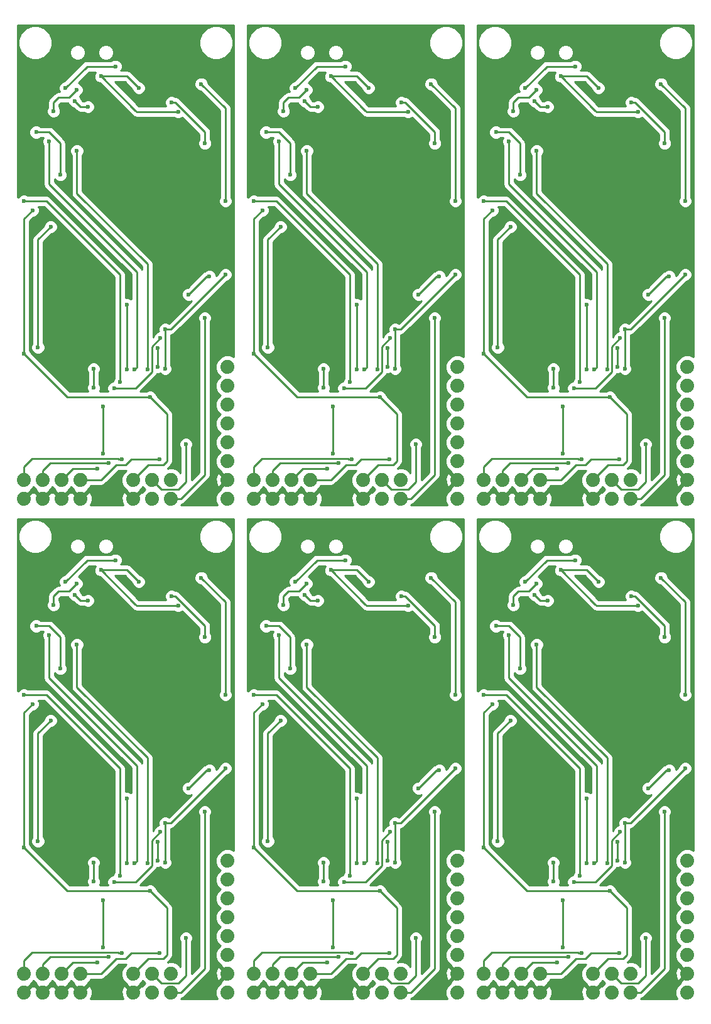
<source format=gbl>
G04 #@! TF.FileFunction,Copper,L2,Bot,Signal*
%FSLAX46Y46*%
G04 Gerber Fmt 4.6, Leading zero omitted, Abs format (unit mm)*
G04 Created by KiCad (PCBNEW 4.0.6) date 08/02/17 18:57:33*
%MOMM*%
%LPD*%
G01*
G04 APERTURE LIST*
%ADD10C,0.100000*%
%ADD11C,1.879600*%
%ADD12C,0.600000*%
%ADD13C,0.250000*%
%ADD14C,0.254000*%
G04 APERTURE END LIST*
D10*
D11*
X114300000Y-170688000D03*
X114300000Y-168148000D03*
X116840000Y-170688000D03*
X116840000Y-168148000D03*
X119380000Y-170688000D03*
X119380000Y-168148000D03*
X121920000Y-170688000D03*
X121920000Y-168148000D03*
X83312000Y-170688000D03*
X83312000Y-168148000D03*
X85852000Y-170688000D03*
X85852000Y-168148000D03*
X88392000Y-170688000D03*
X88392000Y-168148000D03*
X90932000Y-170688000D03*
X90932000Y-168148000D03*
X52324000Y-170688000D03*
X52324000Y-168148000D03*
X54864000Y-170688000D03*
X54864000Y-168148000D03*
X57404000Y-170688000D03*
X57404000Y-168148000D03*
X59944000Y-170688000D03*
X59944000Y-168148000D03*
X114300000Y-104140000D03*
X114300000Y-101600000D03*
X116840000Y-104140000D03*
X116840000Y-101600000D03*
X119380000Y-104140000D03*
X119380000Y-101600000D03*
X121920000Y-104140000D03*
X121920000Y-101600000D03*
X83312000Y-104140000D03*
X83312000Y-101600000D03*
X85852000Y-104140000D03*
X85852000Y-101600000D03*
X88392000Y-104140000D03*
X88392000Y-101600000D03*
X90932000Y-104140000D03*
X90932000Y-101600000D03*
X141732000Y-160528000D03*
X141732000Y-157988000D03*
X141732000Y-155448000D03*
X141732000Y-152908000D03*
X110744000Y-160528000D03*
X110744000Y-157988000D03*
X110744000Y-155448000D03*
X110744000Y-152908000D03*
X79756000Y-160528000D03*
X79756000Y-157988000D03*
X79756000Y-155448000D03*
X79756000Y-152908000D03*
X141732000Y-93980000D03*
X141732000Y-91440000D03*
X141732000Y-88900000D03*
X141732000Y-86360000D03*
X110744000Y-93980000D03*
X110744000Y-91440000D03*
X110744000Y-88900000D03*
X110744000Y-86360000D03*
X134112000Y-168148000D03*
X134112000Y-170688000D03*
X131572000Y-168148000D03*
X131572000Y-170688000D03*
X129032000Y-168148000D03*
X129032000Y-170688000D03*
X103124000Y-168148000D03*
X103124000Y-170688000D03*
X100584000Y-168148000D03*
X100584000Y-170688000D03*
X98044000Y-168148000D03*
X98044000Y-170688000D03*
X72136000Y-168148000D03*
X72136000Y-170688000D03*
X69596000Y-168148000D03*
X69596000Y-170688000D03*
X67056000Y-168148000D03*
X67056000Y-170688000D03*
X134112000Y-101600000D03*
X134112000Y-104140000D03*
X131572000Y-101600000D03*
X131572000Y-104140000D03*
X129032000Y-101600000D03*
X129032000Y-104140000D03*
X103124000Y-101600000D03*
X103124000Y-104140000D03*
X100584000Y-101600000D03*
X100584000Y-104140000D03*
X98044000Y-101600000D03*
X98044000Y-104140000D03*
X141732000Y-170688000D03*
X141732000Y-168148000D03*
X141732000Y-165608000D03*
X141732000Y-163068000D03*
X110744000Y-170688000D03*
X110744000Y-168148000D03*
X110744000Y-165608000D03*
X110744000Y-163068000D03*
X79756000Y-170688000D03*
X79756000Y-168148000D03*
X79756000Y-165608000D03*
X79756000Y-163068000D03*
X141732000Y-104140000D03*
X141732000Y-101600000D03*
X141732000Y-99060000D03*
X141732000Y-96520000D03*
X110744000Y-104140000D03*
X110744000Y-101600000D03*
X110744000Y-99060000D03*
X110744000Y-96520000D03*
X52324000Y-104140000D03*
X52324000Y-101600000D03*
X54864000Y-104140000D03*
X54864000Y-101600000D03*
X57404000Y-104140000D03*
X57404000Y-101600000D03*
X59944000Y-104140000D03*
X59944000Y-101600000D03*
X72136000Y-101600000D03*
X72136000Y-104140000D03*
X69596000Y-101600000D03*
X69596000Y-104140000D03*
X67056000Y-101600000D03*
X67056000Y-104140000D03*
X79756000Y-104140000D03*
X79756000Y-101600000D03*
X79756000Y-99060000D03*
X79756000Y-96520000D03*
X79756000Y-93980000D03*
X79756000Y-91440000D03*
X79756000Y-88900000D03*
X79756000Y-86360000D03*
D12*
X133858000Y-133858000D03*
X102870000Y-133858000D03*
X71882000Y-133858000D03*
X133858000Y-67310000D03*
X102870000Y-67310000D03*
X134112000Y-157226000D03*
X103124000Y-157226000D03*
X72136000Y-157226000D03*
X134112000Y-90678000D03*
X103124000Y-90678000D03*
X137160000Y-148082000D03*
X106172000Y-148082000D03*
X75184000Y-148082000D03*
X137160000Y-81534000D03*
X106172000Y-81534000D03*
X119888000Y-135382000D03*
X88900000Y-135382000D03*
X57912000Y-135382000D03*
X119888000Y-68834000D03*
X88900000Y-68834000D03*
X116896000Y-131528000D03*
X85908000Y-131528000D03*
X54920000Y-131528000D03*
X116896000Y-64980000D03*
X85908000Y-64980000D03*
X131296000Y-127728000D03*
X100308000Y-127728000D03*
X69320000Y-127728000D03*
X131296000Y-61180000D03*
X100308000Y-61180000D03*
X140208000Y-127762000D03*
X109220000Y-127762000D03*
X78232000Y-127762000D03*
X140208000Y-61214000D03*
X109220000Y-61214000D03*
X122696000Y-119528000D03*
X91708000Y-119528000D03*
X60720000Y-119528000D03*
X122696000Y-52980000D03*
X91708000Y-52980000D03*
X123190000Y-127508000D03*
X92202000Y-127508000D03*
X61214000Y-127508000D03*
X123190000Y-60960000D03*
X92202000Y-60960000D03*
X114446000Y-126278000D03*
X83458000Y-126278000D03*
X52470000Y-126278000D03*
X114446000Y-59730000D03*
X83458000Y-59730000D03*
X129286000Y-112522000D03*
X98298000Y-112522000D03*
X67310000Y-112522000D03*
X129286000Y-45974000D03*
X98298000Y-45974000D03*
X127896000Y-119528000D03*
X96908000Y-119528000D03*
X65920000Y-119528000D03*
X127896000Y-52980000D03*
X96908000Y-52980000D03*
X67310000Y-45974000D03*
X57912000Y-68834000D03*
X71882000Y-67310000D03*
X78232000Y-61214000D03*
X61214000Y-60960000D03*
X60720000Y-52980000D03*
X65920000Y-52980000D03*
X69320000Y-61180000D03*
X54920000Y-64980000D03*
X52470000Y-59730000D03*
X75184000Y-81534000D03*
X72136000Y-90678000D03*
X121158000Y-117094000D03*
X90170000Y-117094000D03*
X59182000Y-117094000D03*
X121158000Y-50546000D03*
X90170000Y-50546000D03*
X122936000Y-117856000D03*
X91948000Y-117856000D03*
X60960000Y-117856000D03*
X122936000Y-51308000D03*
X91948000Y-51308000D03*
X60960000Y-51308000D03*
X59182000Y-50546000D03*
X139296000Y-140728000D03*
X108308000Y-140728000D03*
X77320000Y-140728000D03*
X139296000Y-74180000D03*
X108308000Y-74180000D03*
X136496000Y-143128000D03*
X105508000Y-143128000D03*
X74520000Y-143128000D03*
X136496000Y-76580000D03*
X105508000Y-76580000D03*
X74520000Y-76580000D03*
X77320000Y-74180000D03*
X119888000Y-115316000D03*
X88900000Y-115316000D03*
X57912000Y-115316000D03*
X119888000Y-48768000D03*
X88900000Y-48768000D03*
X126619000Y-112395000D03*
X95631000Y-112395000D03*
X64643000Y-112395000D03*
X126619000Y-45847000D03*
X95631000Y-45847000D03*
X64643000Y-45847000D03*
X57912000Y-48768000D03*
X138684000Y-146304000D03*
X107696000Y-146304000D03*
X76708000Y-146304000D03*
X138684000Y-79756000D03*
X107696000Y-79756000D03*
X117896000Y-134028000D03*
X86908000Y-134028000D03*
X55920000Y-134028000D03*
X117896000Y-67480000D03*
X86908000Y-67480000D03*
X116196000Y-150278000D03*
X85208000Y-150278000D03*
X54220000Y-150278000D03*
X116196000Y-83730000D03*
X85208000Y-83730000D03*
X54220000Y-83730000D03*
X55920000Y-67480000D03*
X76708000Y-79756000D03*
X131318000Y-156972000D03*
X100330000Y-156972000D03*
X69342000Y-156972000D03*
X131318000Y-90424000D03*
X100330000Y-90424000D03*
X115446000Y-131778000D03*
X84458000Y-131778000D03*
X53470000Y-131778000D03*
X115446000Y-65230000D03*
X84458000Y-65230000D03*
X114300000Y-151130000D03*
X83312000Y-151130000D03*
X52324000Y-151130000D03*
X114300000Y-84582000D03*
X83312000Y-84582000D03*
X53470000Y-65230000D03*
X52324000Y-84582000D03*
X69342000Y-90424000D03*
X115946000Y-121278000D03*
X84958000Y-121278000D03*
X53970000Y-121278000D03*
X115946000Y-54730000D03*
X84958000Y-54730000D03*
X119196000Y-127028000D03*
X88208000Y-127028000D03*
X57220000Y-127028000D03*
X119196000Y-60480000D03*
X88208000Y-60480000D03*
X53970000Y-54730000D03*
X57220000Y-60480000D03*
X127254000Y-154940000D03*
X96266000Y-154940000D03*
X65278000Y-154940000D03*
X127254000Y-88392000D03*
X96266000Y-88392000D03*
X114300000Y-130556000D03*
X83312000Y-130556000D03*
X52324000Y-130556000D03*
X114300000Y-64008000D03*
X83312000Y-64008000D03*
X52324000Y-64008000D03*
X65278000Y-88392000D03*
X129196000Y-153278000D03*
X98208000Y-153278000D03*
X67220000Y-153278000D03*
X129196000Y-86730000D03*
X98208000Y-86730000D03*
X117696000Y-122528000D03*
X86708000Y-122528000D03*
X55720000Y-122528000D03*
X117696000Y-55980000D03*
X86708000Y-55980000D03*
X55720000Y-55980000D03*
X67220000Y-86730000D03*
X135096000Y-118528000D03*
X104108000Y-118528000D03*
X73120000Y-118528000D03*
X135096000Y-51980000D03*
X104108000Y-51980000D03*
X124696000Y-113728000D03*
X93708000Y-113728000D03*
X62720000Y-113728000D03*
X124696000Y-47180000D03*
X93708000Y-47180000D03*
X129794000Y-115316000D03*
X98806000Y-115316000D03*
X67818000Y-115316000D03*
X129794000Y-48768000D03*
X98806000Y-48768000D03*
X67818000Y-48768000D03*
X73120000Y-51980000D03*
X62720000Y-47180000D03*
X136144000Y-163322000D03*
X105156000Y-163322000D03*
X74168000Y-163322000D03*
X136144000Y-96774000D03*
X105156000Y-96774000D03*
X74168000Y-96774000D03*
X127508000Y-165354000D03*
X96520000Y-165354000D03*
X65532000Y-165354000D03*
X127508000Y-98806000D03*
X96520000Y-98806000D03*
X65532000Y-98806000D03*
X125730000Y-165862000D03*
X94742000Y-165862000D03*
X63754000Y-165862000D03*
X125730000Y-99314000D03*
X94742000Y-99314000D03*
X63754000Y-99314000D03*
X124206000Y-166624000D03*
X93218000Y-166624000D03*
X62230000Y-166624000D03*
X124206000Y-100076000D03*
X93218000Y-100076000D03*
X62230000Y-100076000D03*
X132588000Y-165354000D03*
X101600000Y-165354000D03*
X70612000Y-165354000D03*
X132588000Y-98806000D03*
X101600000Y-98806000D03*
X70612000Y-98806000D03*
X126446000Y-155778000D03*
X95458000Y-155778000D03*
X64470000Y-155778000D03*
X126446000Y-89230000D03*
X95458000Y-89230000D03*
X132696000Y-149028000D03*
X101708000Y-149028000D03*
X70720000Y-149028000D03*
X132696000Y-82480000D03*
X101708000Y-82480000D03*
X70720000Y-82480000D03*
X64470000Y-89230000D03*
X132334000Y-152908000D03*
X101346000Y-152908000D03*
X70358000Y-152908000D03*
X132334000Y-86360000D03*
X101346000Y-86360000D03*
X132334000Y-150368000D03*
X101346000Y-150368000D03*
X70358000Y-150368000D03*
X132334000Y-83820000D03*
X101346000Y-83820000D03*
X70358000Y-83820000D03*
X70358000Y-86360000D03*
X141478000Y-140462000D03*
X110490000Y-140462000D03*
X79502000Y-140462000D03*
X141478000Y-73914000D03*
X110490000Y-73914000D03*
X133350000Y-153162000D03*
X102362000Y-153162000D03*
X71374000Y-153162000D03*
X133350000Y-86614000D03*
X102362000Y-86614000D03*
X133350000Y-147828000D03*
X102362000Y-147828000D03*
X71374000Y-147828000D03*
X133350000Y-81280000D03*
X102362000Y-81280000D03*
X79502000Y-73914000D03*
X71374000Y-81280000D03*
X71374000Y-86614000D03*
X124968000Y-158242000D03*
X93980000Y-158242000D03*
X62992000Y-158242000D03*
X124968000Y-91694000D03*
X93980000Y-91694000D03*
X124968000Y-164592000D03*
X93980000Y-164592000D03*
X62992000Y-164592000D03*
X124968000Y-98044000D03*
X93980000Y-98044000D03*
X62992000Y-91694000D03*
X62992000Y-98044000D03*
X128196000Y-153278000D03*
X97208000Y-153278000D03*
X66220000Y-153278000D03*
X128196000Y-86730000D03*
X97208000Y-86730000D03*
X128196000Y-144528000D03*
X97208000Y-144528000D03*
X66220000Y-144528000D03*
X128196000Y-77980000D03*
X97208000Y-77980000D03*
X66220000Y-77980000D03*
X66220000Y-86730000D03*
X130946000Y-153278000D03*
X99958000Y-153278000D03*
X68970000Y-153278000D03*
X130946000Y-86730000D03*
X99958000Y-86730000D03*
X121446000Y-123778000D03*
X90458000Y-123778000D03*
X59470000Y-123778000D03*
X121446000Y-57230000D03*
X90458000Y-57230000D03*
X59470000Y-57230000D03*
X68970000Y-86730000D03*
X123698000Y-155702000D03*
X92710000Y-155702000D03*
X61722000Y-155702000D03*
X123698000Y-89154000D03*
X92710000Y-89154000D03*
X123698000Y-153162000D03*
X92710000Y-153162000D03*
X61722000Y-153162000D03*
X123698000Y-86614000D03*
X92710000Y-86614000D03*
X61722000Y-86614000D03*
X61722000Y-89154000D03*
X141478000Y-130556000D03*
X110490000Y-130556000D03*
X79502000Y-130556000D03*
X141478000Y-64008000D03*
X110490000Y-64008000D03*
X138196000Y-114778000D03*
X107208000Y-114778000D03*
X76220000Y-114778000D03*
X138196000Y-48230000D03*
X107208000Y-48230000D03*
X79502000Y-64008000D03*
X76220000Y-48230000D03*
X121412000Y-115570000D03*
X90424000Y-115570000D03*
X59436000Y-115570000D03*
X121412000Y-49022000D03*
X90424000Y-49022000D03*
X118298800Y-118428000D03*
X87310800Y-118428000D03*
X56322800Y-118428000D03*
X118298800Y-51880000D03*
X87310800Y-51880000D03*
X59436000Y-49022000D03*
X56322800Y-51880000D03*
X138696000Y-122778000D03*
X107708000Y-122778000D03*
X76720000Y-122778000D03*
X138696000Y-56230000D03*
X107708000Y-56230000D03*
X134196000Y-117278000D03*
X103208000Y-117278000D03*
X72220000Y-117278000D03*
X134196000Y-50730000D03*
X103208000Y-50730000D03*
X72220000Y-50730000D03*
X76720000Y-56230000D03*
D13*
X131595999Y-128027999D02*
X131296000Y-127728000D01*
X100607999Y-128027999D02*
X100308000Y-127728000D01*
X69619999Y-128027999D02*
X69320000Y-127728000D01*
X131595999Y-61479999D02*
X131296000Y-61180000D01*
X100607999Y-61479999D02*
X100308000Y-61180000D01*
X133858000Y-133858000D02*
X134157999Y-133558001D01*
X102870000Y-133858000D02*
X103169999Y-133558001D01*
X71882000Y-133858000D02*
X72181999Y-133558001D01*
X133858000Y-67310000D02*
X134157999Y-67010001D01*
X102870000Y-67310000D02*
X103169999Y-67010001D01*
X71882000Y-67310000D02*
X72181999Y-67010001D01*
X69619999Y-61479999D02*
X69320000Y-61180000D01*
X121920000Y-117856000D02*
X121158000Y-117094000D01*
X90932000Y-117856000D02*
X90170000Y-117094000D01*
X59944000Y-117856000D02*
X59182000Y-117094000D01*
X121920000Y-51308000D02*
X121158000Y-50546000D01*
X90932000Y-51308000D02*
X90170000Y-50546000D01*
X122936000Y-117856000D02*
X121920000Y-117856000D01*
X91948000Y-117856000D02*
X90932000Y-117856000D01*
X60960000Y-117856000D02*
X59944000Y-117856000D01*
X122936000Y-51308000D02*
X121920000Y-51308000D01*
X91948000Y-51308000D02*
X90932000Y-51308000D01*
X60960000Y-51308000D02*
X59944000Y-51308000D01*
X59944000Y-51308000D02*
X59182000Y-50546000D01*
X138896000Y-140728000D02*
X139296000Y-140728000D01*
X107908000Y-140728000D02*
X108308000Y-140728000D01*
X76920000Y-140728000D02*
X77320000Y-140728000D01*
X138896000Y-74180000D02*
X139296000Y-74180000D01*
X107908000Y-74180000D02*
X108308000Y-74180000D01*
X136496000Y-143128000D02*
X138896000Y-140728000D01*
X105508000Y-143128000D02*
X107908000Y-140728000D01*
X74520000Y-143128000D02*
X76920000Y-140728000D01*
X136496000Y-76580000D02*
X138896000Y-74180000D01*
X105508000Y-76580000D02*
X107908000Y-74180000D01*
X74520000Y-76580000D02*
X76920000Y-74180000D01*
X76920000Y-74180000D02*
X77320000Y-74180000D01*
X122809000Y-112395000D02*
X126619000Y-112395000D01*
X91821000Y-112395000D02*
X95631000Y-112395000D01*
X60833000Y-112395000D02*
X64643000Y-112395000D01*
X122809000Y-45847000D02*
X126619000Y-45847000D01*
X91821000Y-45847000D02*
X95631000Y-45847000D01*
X119888000Y-115316000D02*
X122809000Y-112395000D01*
X88900000Y-115316000D02*
X91821000Y-112395000D01*
X57912000Y-115316000D02*
X60833000Y-112395000D01*
X119888000Y-48768000D02*
X122809000Y-45847000D01*
X88900000Y-48768000D02*
X91821000Y-45847000D01*
X57912000Y-48768000D02*
X60833000Y-45847000D01*
X60833000Y-45847000D02*
X64643000Y-45847000D01*
X117896000Y-134028000D02*
X116196000Y-135728000D01*
X86908000Y-134028000D02*
X85208000Y-135728000D01*
X55920000Y-134028000D02*
X54220000Y-135728000D01*
X117896000Y-67480000D02*
X116196000Y-69180000D01*
X86908000Y-67480000D02*
X85208000Y-69180000D01*
X116196000Y-135728000D02*
X116196000Y-150278000D01*
X85208000Y-135728000D02*
X85208000Y-150278000D01*
X54220000Y-135728000D02*
X54220000Y-150278000D01*
X116196000Y-69180000D02*
X116196000Y-83730000D01*
X85208000Y-69180000D02*
X85208000Y-83730000D01*
X138684000Y-167445077D02*
X138684000Y-146304000D01*
X107696000Y-167445077D02*
X107696000Y-146304000D01*
X76708000Y-167445077D02*
X76708000Y-146304000D01*
X138684000Y-100897077D02*
X138684000Y-79756000D01*
X107696000Y-100897077D02*
X107696000Y-79756000D01*
X134112000Y-170688000D02*
X135441077Y-170688000D01*
X103124000Y-170688000D02*
X104453077Y-170688000D01*
X72136000Y-170688000D02*
X73465077Y-170688000D01*
X134112000Y-104140000D02*
X135441077Y-104140000D01*
X103124000Y-104140000D02*
X104453077Y-104140000D01*
X135441077Y-170688000D02*
X138684000Y-167445077D01*
X104453077Y-170688000D02*
X107696000Y-167445077D01*
X73465077Y-170688000D02*
X76708000Y-167445077D01*
X135441077Y-104140000D02*
X138684000Y-100897077D01*
X104453077Y-104140000D02*
X107696000Y-100897077D01*
X54220000Y-69180000D02*
X54220000Y-83730000D01*
X55920000Y-67480000D02*
X54220000Y-69180000D01*
X76708000Y-100897077D02*
X76708000Y-79756000D01*
X72136000Y-104140000D02*
X73465077Y-104140000D01*
X73465077Y-104140000D02*
X76708000Y-100897077D01*
X129971799Y-167208201D02*
X131064000Y-166116000D01*
X98983799Y-167208201D02*
X100076000Y-166116000D01*
X67995799Y-167208201D02*
X69088000Y-166116000D01*
X129971799Y-100660201D02*
X131064000Y-99568000D01*
X98983799Y-100660201D02*
X100076000Y-99568000D01*
X129032000Y-168148000D02*
X129971799Y-167208201D01*
X98044000Y-168148000D02*
X98983799Y-167208201D01*
X67056000Y-168148000D02*
X67995799Y-167208201D01*
X129032000Y-101600000D02*
X129971799Y-100660201D01*
X98044000Y-101600000D02*
X98983799Y-100660201D01*
X120142000Y-156972000D02*
X114300000Y-151130000D01*
X89154000Y-156972000D02*
X83312000Y-151130000D01*
X58166000Y-156972000D02*
X52324000Y-151130000D01*
X120142000Y-90424000D02*
X114300000Y-84582000D01*
X89154000Y-90424000D02*
X83312000Y-84582000D01*
X133604000Y-159258000D02*
X131318000Y-156972000D01*
X102616000Y-159258000D02*
X100330000Y-156972000D01*
X71628000Y-159258000D02*
X69342000Y-156972000D01*
X133604000Y-92710000D02*
X131318000Y-90424000D01*
X102616000Y-92710000D02*
X100330000Y-90424000D01*
X133096000Y-166116000D02*
X133604000Y-165608000D01*
X102108000Y-166116000D02*
X102616000Y-165608000D01*
X71120000Y-166116000D02*
X71628000Y-165608000D01*
X133096000Y-99568000D02*
X133604000Y-99060000D01*
X102108000Y-99568000D02*
X102616000Y-99060000D01*
X133604000Y-165608000D02*
X133604000Y-159258000D01*
X102616000Y-165608000D02*
X102616000Y-159258000D01*
X71628000Y-165608000D02*
X71628000Y-159258000D01*
X133604000Y-99060000D02*
X133604000Y-92710000D01*
X102616000Y-99060000D02*
X102616000Y-92710000D01*
X131064000Y-166116000D02*
X133096000Y-166116000D01*
X100076000Y-166116000D02*
X102108000Y-166116000D01*
X69088000Y-166116000D02*
X71120000Y-166116000D01*
X131064000Y-99568000D02*
X133096000Y-99568000D01*
X100076000Y-99568000D02*
X102108000Y-99568000D01*
X114300000Y-132924000D02*
X115446000Y-131778000D01*
X83312000Y-132924000D02*
X84458000Y-131778000D01*
X52324000Y-132924000D02*
X53470000Y-131778000D01*
X114300000Y-66376000D02*
X115446000Y-65230000D01*
X83312000Y-66376000D02*
X84458000Y-65230000D01*
X114300000Y-151130000D02*
X114300000Y-132924000D01*
X83312000Y-151130000D02*
X83312000Y-132924000D01*
X52324000Y-151130000D02*
X52324000Y-132924000D01*
X114300000Y-84582000D02*
X114300000Y-66376000D01*
X83312000Y-84582000D02*
X83312000Y-66376000D01*
X131318000Y-156972000D02*
X120142000Y-156972000D01*
X100330000Y-156972000D02*
X89154000Y-156972000D01*
X69342000Y-156972000D02*
X58166000Y-156972000D01*
X131318000Y-90424000D02*
X120142000Y-90424000D01*
X100330000Y-90424000D02*
X89154000Y-90424000D01*
X52324000Y-84582000D02*
X52324000Y-66376000D01*
X52324000Y-66376000D02*
X53470000Y-65230000D01*
X69342000Y-90424000D02*
X58166000Y-90424000D01*
X58166000Y-90424000D02*
X52324000Y-84582000D01*
X71628000Y-99060000D02*
X71628000Y-92710000D01*
X71628000Y-92710000D02*
X69342000Y-90424000D01*
X71120000Y-99568000D02*
X71628000Y-99060000D01*
X69088000Y-99568000D02*
X71120000Y-99568000D01*
X67995799Y-100660201D02*
X69088000Y-99568000D01*
X67056000Y-101600000D02*
X67995799Y-100660201D01*
X119196000Y-122778000D02*
X117696000Y-121278000D01*
X88208000Y-122778000D02*
X86708000Y-121278000D01*
X57220000Y-122778000D02*
X55720000Y-121278000D01*
X119196000Y-56230000D02*
X117696000Y-54730000D01*
X88208000Y-56230000D02*
X86708000Y-54730000D01*
X119196000Y-127028000D02*
X119196000Y-122778000D01*
X88208000Y-127028000D02*
X88208000Y-122778000D01*
X57220000Y-127028000D02*
X57220000Y-122778000D01*
X119196000Y-60480000D02*
X119196000Y-56230000D01*
X88208000Y-60480000D02*
X88208000Y-56230000D01*
X117696000Y-121278000D02*
X115946000Y-121278000D01*
X86708000Y-121278000D02*
X84958000Y-121278000D01*
X55720000Y-121278000D02*
X53970000Y-121278000D01*
X117696000Y-54730000D02*
X115946000Y-54730000D01*
X86708000Y-54730000D02*
X84958000Y-54730000D01*
X57220000Y-60480000D02*
X57220000Y-56230000D01*
X57220000Y-56230000D02*
X55720000Y-54730000D01*
X55720000Y-54730000D02*
X53970000Y-54730000D01*
X117348000Y-130556000D02*
X114300000Y-130556000D01*
X86360000Y-130556000D02*
X83312000Y-130556000D01*
X55372000Y-130556000D02*
X52324000Y-130556000D01*
X117348000Y-64008000D02*
X114300000Y-64008000D01*
X86360000Y-64008000D02*
X83312000Y-64008000D01*
X127254000Y-140462000D02*
X117348000Y-130556000D01*
X96266000Y-140462000D02*
X86360000Y-130556000D01*
X65278000Y-140462000D02*
X55372000Y-130556000D01*
X127254000Y-73914000D02*
X117348000Y-64008000D01*
X96266000Y-73914000D02*
X86360000Y-64008000D01*
X127254000Y-154940000D02*
X127254000Y-140462000D01*
X96266000Y-154940000D02*
X96266000Y-140462000D01*
X65278000Y-154940000D02*
X65278000Y-140462000D01*
X127254000Y-88392000D02*
X127254000Y-73914000D01*
X96266000Y-88392000D02*
X96266000Y-73914000D01*
X65278000Y-73914000D02*
X55372000Y-64008000D01*
X55372000Y-64008000D02*
X52324000Y-64008000D01*
X65278000Y-88392000D02*
X65278000Y-73914000D01*
X129196000Y-153278000D02*
X129495999Y-152978001D01*
X98208000Y-153278000D02*
X98507999Y-152978001D01*
X67220000Y-153278000D02*
X67519999Y-152978001D01*
X129196000Y-86730000D02*
X129495999Y-86430001D01*
X98208000Y-86730000D02*
X98507999Y-86430001D01*
X117696000Y-128278000D02*
X117696000Y-122528000D01*
X86708000Y-128278000D02*
X86708000Y-122528000D01*
X55720000Y-128278000D02*
X55720000Y-122528000D01*
X117696000Y-61730000D02*
X117696000Y-55980000D01*
X86708000Y-61730000D02*
X86708000Y-55980000D01*
X129495999Y-140077999D02*
X117696000Y-128278000D01*
X98507999Y-140077999D02*
X86708000Y-128278000D01*
X67519999Y-140077999D02*
X55720000Y-128278000D01*
X129495999Y-73529999D02*
X117696000Y-61730000D01*
X98507999Y-73529999D02*
X86708000Y-61730000D01*
X129495999Y-152978001D02*
X129495999Y-140077999D01*
X98507999Y-152978001D02*
X98507999Y-140077999D01*
X67519999Y-152978001D02*
X67519999Y-140077999D01*
X129495999Y-86430001D02*
X129495999Y-73529999D01*
X98507999Y-86430001D02*
X98507999Y-73529999D01*
X67519999Y-73529999D02*
X55720000Y-61730000D01*
X55720000Y-61730000D02*
X55720000Y-55980000D01*
X67220000Y-86730000D02*
X67519999Y-86430001D01*
X67519999Y-86430001D02*
X67519999Y-73529999D01*
X124696000Y-113728000D02*
X129296000Y-118328000D01*
X93708000Y-113728000D02*
X98308000Y-118328000D01*
X62720000Y-113728000D02*
X67320000Y-118328000D01*
X124696000Y-47180000D02*
X129296000Y-51780000D01*
X93708000Y-47180000D02*
X98308000Y-51780000D01*
X129794000Y-115316000D02*
X128206000Y-113728000D01*
X98806000Y-115316000D02*
X97218000Y-113728000D01*
X67818000Y-115316000D02*
X66230000Y-113728000D01*
X129794000Y-48768000D02*
X128206000Y-47180000D01*
X98806000Y-48768000D02*
X97218000Y-47180000D01*
X129496000Y-118528000D02*
X129296000Y-118328000D01*
X98508000Y-118528000D02*
X98308000Y-118328000D01*
X67520000Y-118528000D02*
X67320000Y-118328000D01*
X129496000Y-51980000D02*
X129296000Y-51780000D01*
X98508000Y-51980000D02*
X98308000Y-51780000D01*
X128206000Y-113728000D02*
X124696000Y-113728000D01*
X97218000Y-113728000D02*
X93708000Y-113728000D01*
X66230000Y-113728000D02*
X62720000Y-113728000D01*
X128206000Y-47180000D02*
X124696000Y-47180000D01*
X97218000Y-47180000D02*
X93708000Y-47180000D01*
X135096000Y-118528000D02*
X129496000Y-118528000D01*
X104108000Y-118528000D02*
X98508000Y-118528000D01*
X73120000Y-118528000D02*
X67520000Y-118528000D01*
X135096000Y-51980000D02*
X129496000Y-51980000D01*
X104108000Y-51980000D02*
X98508000Y-51980000D01*
X67818000Y-48768000D02*
X66230000Y-47180000D01*
X66230000Y-47180000D02*
X62720000Y-47180000D01*
X73120000Y-51980000D02*
X67520000Y-51980000D01*
X67520000Y-51980000D02*
X67320000Y-51780000D01*
X62720000Y-47180000D02*
X67320000Y-51780000D01*
X131572000Y-167894000D02*
X131572000Y-168148000D01*
X100584000Y-167894000D02*
X100584000Y-168148000D01*
X69596000Y-167894000D02*
X69596000Y-168148000D01*
X131572000Y-101346000D02*
X131572000Y-101600000D01*
X100584000Y-101346000D02*
X100584000Y-101600000D01*
X136144000Y-168402000D02*
X136144000Y-163322000D01*
X105156000Y-168402000D02*
X105156000Y-163322000D01*
X74168000Y-168402000D02*
X74168000Y-163322000D01*
X136144000Y-101854000D02*
X136144000Y-96774000D01*
X105156000Y-101854000D02*
X105156000Y-96774000D01*
X135155399Y-169390601D02*
X136144000Y-168402000D01*
X104167399Y-169390601D02*
X105156000Y-168402000D01*
X73179399Y-169390601D02*
X74168000Y-168402000D01*
X135155399Y-102842601D02*
X136144000Y-101854000D01*
X104167399Y-102842601D02*
X105156000Y-101854000D01*
X132814601Y-169390601D02*
X135155399Y-169390601D01*
X101826601Y-169390601D02*
X104167399Y-169390601D01*
X70838601Y-169390601D02*
X73179399Y-169390601D01*
X132814601Y-102842601D02*
X135155399Y-102842601D01*
X101826601Y-102842601D02*
X104167399Y-102842601D01*
X131572000Y-168148000D02*
X132814601Y-169390601D01*
X100584000Y-168148000D02*
X101826601Y-169390601D01*
X69596000Y-168148000D02*
X70838601Y-169390601D01*
X131572000Y-101600000D02*
X132814601Y-102842601D01*
X100584000Y-101600000D02*
X101826601Y-102842601D01*
X73179399Y-102842601D02*
X74168000Y-101854000D01*
X74168000Y-101854000D02*
X74168000Y-96774000D01*
X69596000Y-101600000D02*
X70838601Y-102842601D01*
X70838601Y-102842601D02*
X73179399Y-102842601D01*
X69596000Y-101346000D02*
X69596000Y-101600000D01*
X115410801Y-165259199D02*
X114300000Y-166370000D01*
X84422801Y-165259199D02*
X83312000Y-166370000D01*
X53434801Y-165259199D02*
X52324000Y-166370000D01*
X115410801Y-98711199D02*
X114300000Y-99822000D01*
X84422801Y-98711199D02*
X83312000Y-99822000D01*
X114300000Y-166370000D02*
X114300000Y-168148000D01*
X83312000Y-166370000D02*
X83312000Y-168148000D01*
X52324000Y-166370000D02*
X52324000Y-168148000D01*
X114300000Y-99822000D02*
X114300000Y-101600000D01*
X83312000Y-99822000D02*
X83312000Y-101600000D01*
X126988935Y-165259199D02*
X115410801Y-165259199D01*
X96000935Y-165259199D02*
X84422801Y-165259199D01*
X65012935Y-165259199D02*
X53434801Y-165259199D01*
X126988935Y-98711199D02*
X115410801Y-98711199D01*
X96000935Y-98711199D02*
X84422801Y-98711199D01*
X127083736Y-165354000D02*
X126988935Y-165259199D01*
X96095736Y-165354000D02*
X96000935Y-165259199D01*
X65107736Y-165354000D02*
X65012935Y-165259199D01*
X127083736Y-98806000D02*
X126988935Y-98711199D01*
X96095736Y-98806000D02*
X96000935Y-98711199D01*
X127508000Y-165354000D02*
X127083736Y-165354000D01*
X96520000Y-165354000D02*
X96095736Y-165354000D01*
X65532000Y-165354000D02*
X65107736Y-165354000D01*
X127508000Y-98806000D02*
X127083736Y-98806000D01*
X96520000Y-98806000D02*
X96095736Y-98806000D01*
X53434801Y-98711199D02*
X52324000Y-99822000D01*
X52324000Y-99822000D02*
X52324000Y-101600000D01*
X65532000Y-98806000D02*
X65107736Y-98806000D01*
X65107736Y-98806000D02*
X65012935Y-98711199D01*
X65012935Y-98711199D02*
X53434801Y-98711199D01*
X117856000Y-165862000D02*
X116840000Y-166878000D01*
X86868000Y-165862000D02*
X85852000Y-166878000D01*
X55880000Y-165862000D02*
X54864000Y-166878000D01*
X117856000Y-99314000D02*
X116840000Y-100330000D01*
X86868000Y-99314000D02*
X85852000Y-100330000D01*
X125730000Y-165862000D02*
X117856000Y-165862000D01*
X94742000Y-165862000D02*
X86868000Y-165862000D01*
X63754000Y-165862000D02*
X55880000Y-165862000D01*
X125730000Y-99314000D02*
X117856000Y-99314000D01*
X94742000Y-99314000D02*
X86868000Y-99314000D01*
X116840000Y-166878000D02*
X116840000Y-168148000D01*
X85852000Y-166878000D02*
X85852000Y-168148000D01*
X54864000Y-166878000D02*
X54864000Y-168148000D01*
X116840000Y-100330000D02*
X116840000Y-101600000D01*
X85852000Y-100330000D02*
X85852000Y-101600000D01*
X54864000Y-100330000D02*
X54864000Y-101600000D01*
X55880000Y-99314000D02*
X54864000Y-100330000D01*
X63754000Y-99314000D02*
X55880000Y-99314000D01*
X124206000Y-166624000D02*
X120904000Y-166624000D01*
X93218000Y-166624000D02*
X89916000Y-166624000D01*
X62230000Y-166624000D02*
X58928000Y-166624000D01*
X124206000Y-100076000D02*
X120904000Y-100076000D01*
X93218000Y-100076000D02*
X89916000Y-100076000D01*
X120904000Y-166624000D02*
X119380000Y-168148000D01*
X89916000Y-166624000D02*
X88392000Y-168148000D01*
X58928000Y-166624000D02*
X57404000Y-168148000D01*
X120904000Y-100076000D02*
X119380000Y-101600000D01*
X89916000Y-100076000D02*
X88392000Y-101600000D01*
X62230000Y-100076000D02*
X58928000Y-100076000D01*
X58928000Y-100076000D02*
X57404000Y-101600000D01*
X124714000Y-168148000D02*
X121920000Y-168148000D01*
X93726000Y-168148000D02*
X90932000Y-168148000D01*
X62738000Y-168148000D02*
X59944000Y-168148000D01*
X124714000Y-101600000D02*
X121920000Y-101600000D01*
X93726000Y-101600000D02*
X90932000Y-101600000D01*
X126746000Y-166116000D02*
X124714000Y-168148000D01*
X95758000Y-166116000D02*
X93726000Y-168148000D01*
X64770000Y-166116000D02*
X62738000Y-168148000D01*
X126746000Y-99568000D02*
X124714000Y-101600000D01*
X95758000Y-99568000D02*
X93726000Y-101600000D01*
X128016000Y-166116000D02*
X126746000Y-166116000D01*
X97028000Y-166116000D02*
X95758000Y-166116000D01*
X66040000Y-166116000D02*
X64770000Y-166116000D01*
X128016000Y-99568000D02*
X126746000Y-99568000D01*
X97028000Y-99568000D02*
X95758000Y-99568000D01*
X128778000Y-165354000D02*
X128016000Y-166116000D01*
X97790000Y-165354000D02*
X97028000Y-166116000D01*
X66802000Y-165354000D02*
X66040000Y-166116000D01*
X128778000Y-98806000D02*
X128016000Y-99568000D01*
X97790000Y-98806000D02*
X97028000Y-99568000D01*
X132588000Y-165354000D02*
X128778000Y-165354000D01*
X101600000Y-165354000D02*
X97790000Y-165354000D01*
X70612000Y-165354000D02*
X66802000Y-165354000D01*
X132588000Y-98806000D02*
X128778000Y-98806000D01*
X101600000Y-98806000D02*
X97790000Y-98806000D01*
X64770000Y-99568000D02*
X62738000Y-101600000D01*
X62738000Y-101600000D02*
X59944000Y-101600000D01*
X66040000Y-99568000D02*
X64770000Y-99568000D01*
X66802000Y-98806000D02*
X66040000Y-99568000D01*
X70612000Y-98806000D02*
X66802000Y-98806000D01*
X126446000Y-155778000D02*
X129338146Y-155778000D01*
X95458000Y-155778000D02*
X98350146Y-155778000D01*
X64470000Y-155778000D02*
X67362146Y-155778000D01*
X126446000Y-89230000D02*
X129338146Y-89230000D01*
X95458000Y-89230000D02*
X98350146Y-89230000D01*
X131548801Y-153567345D02*
X131548801Y-150175199D01*
X100560801Y-153567345D02*
X100560801Y-150175199D01*
X69572801Y-153567345D02*
X69572801Y-150175199D01*
X131548801Y-87019345D02*
X131548801Y-83627199D01*
X100560801Y-87019345D02*
X100560801Y-83627199D01*
X129338146Y-155778000D02*
X131548801Y-153567345D01*
X98350146Y-155778000D02*
X100560801Y-153567345D01*
X67362146Y-155778000D02*
X69572801Y-153567345D01*
X129338146Y-89230000D02*
X131548801Y-87019345D01*
X98350146Y-89230000D02*
X100560801Y-87019345D01*
X131548801Y-150175199D02*
X132696000Y-149028000D01*
X100560801Y-150175199D02*
X101708000Y-149028000D01*
X69572801Y-150175199D02*
X70720000Y-149028000D01*
X131548801Y-83627199D02*
X132696000Y-82480000D01*
X100560801Y-83627199D02*
X101708000Y-82480000D01*
X64470000Y-89230000D02*
X67362146Y-89230000D01*
X67362146Y-89230000D02*
X69572801Y-87019345D01*
X69572801Y-87019345D02*
X69572801Y-83627199D01*
X69572801Y-83627199D02*
X70720000Y-82480000D01*
X132334000Y-150368000D02*
X132334000Y-152908000D01*
X101346000Y-150368000D02*
X101346000Y-152908000D01*
X70358000Y-150368000D02*
X70358000Y-152908000D01*
X132334000Y-83820000D02*
X132334000Y-86360000D01*
X101346000Y-83820000D02*
X101346000Y-86360000D01*
X70358000Y-83820000D02*
X70358000Y-86360000D01*
X134112000Y-147828000D02*
X133350000Y-147828000D01*
X103124000Y-147828000D02*
X102362000Y-147828000D01*
X72136000Y-147828000D02*
X71374000Y-147828000D01*
X134112000Y-81280000D02*
X133350000Y-81280000D01*
X103124000Y-81280000D02*
X102362000Y-81280000D01*
X133350000Y-147828000D02*
X133350000Y-153162000D01*
X102362000Y-147828000D02*
X102362000Y-153162000D01*
X71374000Y-147828000D02*
X71374000Y-153162000D01*
X133350000Y-81280000D02*
X133350000Y-86614000D01*
X102362000Y-81280000D02*
X102362000Y-86614000D01*
X141478000Y-140462000D02*
X134112000Y-147828000D01*
X110490000Y-140462000D02*
X103124000Y-147828000D01*
X79502000Y-140462000D02*
X72136000Y-147828000D01*
X141478000Y-73914000D02*
X134112000Y-81280000D01*
X110490000Y-73914000D02*
X103124000Y-81280000D01*
X79502000Y-73914000D02*
X72136000Y-81280000D01*
X72136000Y-81280000D02*
X71374000Y-81280000D01*
X71374000Y-81280000D02*
X71374000Y-86614000D01*
X124968000Y-164592000D02*
X124968000Y-158242000D01*
X93980000Y-164592000D02*
X93980000Y-158242000D01*
X62992000Y-164592000D02*
X62992000Y-158242000D01*
X124968000Y-98044000D02*
X124968000Y-91694000D01*
X93980000Y-98044000D02*
X93980000Y-91694000D01*
X62992000Y-98044000D02*
X62992000Y-91694000D01*
X128196000Y-153278000D02*
X128196000Y-144528000D01*
X97208000Y-153278000D02*
X97208000Y-144528000D01*
X66220000Y-153278000D02*
X66220000Y-144528000D01*
X128196000Y-86730000D02*
X128196000Y-77980000D01*
X97208000Y-86730000D02*
X97208000Y-77980000D01*
X66220000Y-86730000D02*
X66220000Y-77980000D01*
X121446000Y-129528000D02*
X121446000Y-123778000D01*
X90458000Y-129528000D02*
X90458000Y-123778000D01*
X59470000Y-129528000D02*
X59470000Y-123778000D01*
X121446000Y-62980000D02*
X121446000Y-57230000D01*
X90458000Y-62980000D02*
X90458000Y-57230000D01*
X130946000Y-139028000D02*
X121446000Y-129528000D01*
X99958000Y-139028000D02*
X90458000Y-129528000D01*
X68970000Y-139028000D02*
X59470000Y-129528000D01*
X130946000Y-72480000D02*
X121446000Y-62980000D01*
X99958000Y-72480000D02*
X90458000Y-62980000D01*
X130946000Y-153278000D02*
X130946000Y-139028000D01*
X99958000Y-153278000D02*
X99958000Y-139028000D01*
X68970000Y-153278000D02*
X68970000Y-139028000D01*
X130946000Y-86730000D02*
X130946000Y-72480000D01*
X99958000Y-86730000D02*
X99958000Y-72480000D01*
X68970000Y-72480000D02*
X59470000Y-62980000D01*
X59470000Y-62980000D02*
X59470000Y-57230000D01*
X68970000Y-86730000D02*
X68970000Y-72480000D01*
X123698000Y-155702000D02*
X123698000Y-153162000D01*
X92710000Y-155702000D02*
X92710000Y-153162000D01*
X61722000Y-155702000D02*
X61722000Y-153162000D01*
X123698000Y-89154000D02*
X123698000Y-86614000D01*
X92710000Y-89154000D02*
X92710000Y-86614000D01*
X61722000Y-89154000D02*
X61722000Y-86614000D01*
X138196000Y-114778000D02*
X141478000Y-118060000D01*
X107208000Y-114778000D02*
X110490000Y-118060000D01*
X76220000Y-114778000D02*
X79502000Y-118060000D01*
X138196000Y-48230000D02*
X141478000Y-51512000D01*
X107208000Y-48230000D02*
X110490000Y-51512000D01*
X141478000Y-118060000D02*
X141478000Y-130556000D01*
X110490000Y-118060000D02*
X110490000Y-130556000D01*
X79502000Y-118060000D02*
X79502000Y-130556000D01*
X141478000Y-51512000D02*
X141478000Y-64008000D01*
X110490000Y-51512000D02*
X110490000Y-64008000D01*
X76220000Y-48230000D02*
X79502000Y-51512000D01*
X79502000Y-51512000D02*
X79502000Y-64008000D01*
X118938000Y-116586000D02*
X118296000Y-117228000D01*
X87950000Y-116586000D02*
X87308000Y-117228000D01*
X56962000Y-116586000D02*
X56320000Y-117228000D01*
X118938000Y-50038000D02*
X118296000Y-50680000D01*
X87950000Y-50038000D02*
X87308000Y-50680000D01*
X120396000Y-116586000D02*
X118938000Y-116586000D01*
X89408000Y-116586000D02*
X87950000Y-116586000D01*
X58420000Y-116586000D02*
X56962000Y-116586000D01*
X120396000Y-50038000D02*
X118938000Y-50038000D01*
X89408000Y-50038000D02*
X87950000Y-50038000D01*
X121412000Y-115570000D02*
X120396000Y-116586000D01*
X90424000Y-115570000D02*
X89408000Y-116586000D01*
X59436000Y-115570000D02*
X58420000Y-116586000D01*
X121412000Y-49022000D02*
X120396000Y-50038000D01*
X90424000Y-49022000D02*
X89408000Y-50038000D01*
X118296000Y-117228000D02*
X118298800Y-117230800D01*
X87308000Y-117228000D02*
X87310800Y-117230800D01*
X56320000Y-117228000D02*
X56322800Y-117230800D01*
X118296000Y-50680000D02*
X118298800Y-50682800D01*
X87308000Y-50680000D02*
X87310800Y-50682800D01*
X118298800Y-117230800D02*
X118298800Y-118428000D01*
X87310800Y-117230800D02*
X87310800Y-118428000D01*
X56322800Y-117230800D02*
X56322800Y-118428000D01*
X118298800Y-50682800D02*
X118298800Y-51880000D01*
X87310800Y-50682800D02*
X87310800Y-51880000D01*
X59436000Y-49022000D02*
X58420000Y-50038000D01*
X58420000Y-50038000D02*
X56962000Y-50038000D01*
X56962000Y-50038000D02*
X56320000Y-50680000D01*
X56320000Y-50680000D02*
X56322800Y-50682800D01*
X56322800Y-50682800D02*
X56322800Y-51880000D01*
X138696000Y-122778000D02*
X138696000Y-121235854D01*
X107708000Y-122778000D02*
X107708000Y-121235854D01*
X76720000Y-122778000D02*
X76720000Y-121235854D01*
X138696000Y-56230000D02*
X138696000Y-54687854D01*
X107708000Y-56230000D02*
X107708000Y-54687854D01*
X134738146Y-117278000D02*
X134196000Y-117278000D01*
X103750146Y-117278000D02*
X103208000Y-117278000D01*
X72762146Y-117278000D02*
X72220000Y-117278000D01*
X134738146Y-50730000D02*
X134196000Y-50730000D01*
X103750146Y-50730000D02*
X103208000Y-50730000D01*
X138696000Y-121235854D02*
X134738146Y-117278000D01*
X107708000Y-121235854D02*
X103750146Y-117278000D01*
X76720000Y-121235854D02*
X72762146Y-117278000D01*
X138696000Y-54687854D02*
X134738146Y-50730000D01*
X107708000Y-54687854D02*
X103750146Y-50730000D01*
X76720000Y-56230000D02*
X76720000Y-54687854D01*
X76720000Y-54687854D02*
X72762146Y-50730000D01*
X72762146Y-50730000D02*
X72220000Y-50730000D01*
D14*
G36*
X65721728Y-100706783D02*
X65481474Y-101285379D01*
X65480927Y-101911873D01*
X65720171Y-102490887D01*
X66161115Y-102932601D01*
X66126637Y-103031032D01*
X67056000Y-103960395D01*
X67985363Y-103031032D01*
X67950687Y-102932036D01*
X68326273Y-102557104D01*
X68638896Y-102870273D01*
X68263399Y-103245115D01*
X68164968Y-103210637D01*
X67235605Y-104140000D01*
X67249748Y-104154143D01*
X67070143Y-104333748D01*
X67056000Y-104319605D01*
X67041858Y-104333748D01*
X66862253Y-104154143D01*
X66876395Y-104140000D01*
X65947032Y-103210637D01*
X65686420Y-103301923D01*
X65469955Y-103889833D01*
X65494951Y-104515828D01*
X65676447Y-104954000D01*
X61322445Y-104954000D01*
X61530045Y-104390167D01*
X61505049Y-103764172D01*
X61313580Y-103301923D01*
X61052968Y-103210637D01*
X60123605Y-104140000D01*
X60137748Y-104154143D01*
X59958143Y-104333748D01*
X59944000Y-104319605D01*
X59929858Y-104333748D01*
X59750253Y-104154143D01*
X59764395Y-104140000D01*
X58835032Y-103210637D01*
X58674000Y-103267043D01*
X58512968Y-103210637D01*
X57583605Y-104140000D01*
X57597748Y-104154143D01*
X57418143Y-104333748D01*
X57404000Y-104319605D01*
X57389858Y-104333748D01*
X57210253Y-104154143D01*
X57224395Y-104140000D01*
X56295032Y-103210637D01*
X56134000Y-103267043D01*
X55972968Y-103210637D01*
X55043605Y-104140000D01*
X55057748Y-104154143D01*
X54878143Y-104333748D01*
X54864000Y-104319605D01*
X54849858Y-104333748D01*
X54670253Y-104154143D01*
X54684395Y-104140000D01*
X53755032Y-103210637D01*
X53594000Y-103267043D01*
X53432968Y-103210637D01*
X52503605Y-104140000D01*
X52517748Y-104154143D01*
X52338143Y-104333748D01*
X52324000Y-104319605D01*
X52309858Y-104333748D01*
X52130253Y-104154143D01*
X52144395Y-104140000D01*
X52130253Y-104125858D01*
X52309858Y-103946253D01*
X52324000Y-103960395D01*
X53253363Y-103031032D01*
X53218687Y-102932036D01*
X53594273Y-102557104D01*
X53969115Y-102932601D01*
X53934637Y-103031032D01*
X54864000Y-103960395D01*
X55793363Y-103031032D01*
X55758687Y-102932036D01*
X56134273Y-102557104D01*
X56509115Y-102932601D01*
X56474637Y-103031032D01*
X57404000Y-103960395D01*
X58333363Y-103031032D01*
X58298687Y-102932036D01*
X58674273Y-102557104D01*
X59049115Y-102932601D01*
X59014637Y-103031032D01*
X59944000Y-103960395D01*
X60873363Y-103031032D01*
X60838687Y-102932036D01*
X61278272Y-102493217D01*
X61333589Y-102360000D01*
X62738000Y-102360000D01*
X63028839Y-102302148D01*
X63275401Y-102137401D01*
X65084802Y-100328000D01*
X66040000Y-100328000D01*
X66116395Y-100312804D01*
X65721728Y-100706783D01*
X65721728Y-100706783D01*
G37*
X65721728Y-100706783D02*
X65481474Y-101285379D01*
X65480927Y-101911873D01*
X65720171Y-102490887D01*
X66161115Y-102932601D01*
X66126637Y-103031032D01*
X67056000Y-103960395D01*
X67985363Y-103031032D01*
X67950687Y-102932036D01*
X68326273Y-102557104D01*
X68638896Y-102870273D01*
X68263399Y-103245115D01*
X68164968Y-103210637D01*
X67235605Y-104140000D01*
X67249748Y-104154143D01*
X67070143Y-104333748D01*
X67056000Y-104319605D01*
X67041858Y-104333748D01*
X66862253Y-104154143D01*
X66876395Y-104140000D01*
X65947032Y-103210637D01*
X65686420Y-103301923D01*
X65469955Y-103889833D01*
X65494951Y-104515828D01*
X65676447Y-104954000D01*
X61322445Y-104954000D01*
X61530045Y-104390167D01*
X61505049Y-103764172D01*
X61313580Y-103301923D01*
X61052968Y-103210637D01*
X60123605Y-104140000D01*
X60137748Y-104154143D01*
X59958143Y-104333748D01*
X59944000Y-104319605D01*
X59929858Y-104333748D01*
X59750253Y-104154143D01*
X59764395Y-104140000D01*
X58835032Y-103210637D01*
X58674000Y-103267043D01*
X58512968Y-103210637D01*
X57583605Y-104140000D01*
X57597748Y-104154143D01*
X57418143Y-104333748D01*
X57404000Y-104319605D01*
X57389858Y-104333748D01*
X57210253Y-104154143D01*
X57224395Y-104140000D01*
X56295032Y-103210637D01*
X56134000Y-103267043D01*
X55972968Y-103210637D01*
X55043605Y-104140000D01*
X55057748Y-104154143D01*
X54878143Y-104333748D01*
X54864000Y-104319605D01*
X54849858Y-104333748D01*
X54670253Y-104154143D01*
X54684395Y-104140000D01*
X53755032Y-103210637D01*
X53594000Y-103267043D01*
X53432968Y-103210637D01*
X52503605Y-104140000D01*
X52517748Y-104154143D01*
X52338143Y-104333748D01*
X52324000Y-104319605D01*
X52309858Y-104333748D01*
X52130253Y-104154143D01*
X52144395Y-104140000D01*
X52130253Y-104125858D01*
X52309858Y-103946253D01*
X52324000Y-103960395D01*
X53253363Y-103031032D01*
X53218687Y-102932036D01*
X53594273Y-102557104D01*
X53969115Y-102932601D01*
X53934637Y-103031032D01*
X54864000Y-103960395D01*
X55793363Y-103031032D01*
X55758687Y-102932036D01*
X56134273Y-102557104D01*
X56509115Y-102932601D01*
X56474637Y-103031032D01*
X57404000Y-103960395D01*
X58333363Y-103031032D01*
X58298687Y-102932036D01*
X58674273Y-102557104D01*
X59049115Y-102932601D01*
X59014637Y-103031032D01*
X59944000Y-103960395D01*
X60873363Y-103031032D01*
X60838687Y-102932036D01*
X61278272Y-102493217D01*
X61333589Y-102360000D01*
X62738000Y-102360000D01*
X63028839Y-102302148D01*
X63275401Y-102137401D01*
X65084802Y-100328000D01*
X66040000Y-100328000D01*
X66116395Y-100312804D01*
X65721728Y-100706783D01*
G36*
X80570000Y-84992834D02*
X80070621Y-84785474D01*
X79444127Y-84784927D01*
X78865113Y-85024171D01*
X78421728Y-85466783D01*
X78181474Y-86045379D01*
X78180927Y-86671873D01*
X78420171Y-87250887D01*
X78798896Y-87630273D01*
X78421728Y-88006783D01*
X78181474Y-88585379D01*
X78180927Y-89211873D01*
X78420171Y-89790887D01*
X78798896Y-90170273D01*
X78421728Y-90546783D01*
X78181474Y-91125379D01*
X78180927Y-91751873D01*
X78420171Y-92330887D01*
X78798896Y-92710273D01*
X78421728Y-93086783D01*
X78181474Y-93665379D01*
X78180927Y-94291873D01*
X78420171Y-94870887D01*
X78798896Y-95250273D01*
X78421728Y-95626783D01*
X78181474Y-96205379D01*
X78180927Y-96831873D01*
X78420171Y-97410887D01*
X78798896Y-97790273D01*
X78421728Y-98166783D01*
X78181474Y-98745379D01*
X78180927Y-99371873D01*
X78420171Y-99950887D01*
X78861115Y-100392601D01*
X78826637Y-100491032D01*
X79756000Y-101420395D01*
X79770143Y-101406253D01*
X79949748Y-101585858D01*
X79935605Y-101600000D01*
X79949748Y-101614143D01*
X79770143Y-101793748D01*
X79756000Y-101779605D01*
X78826637Y-102708968D01*
X78861313Y-102807964D01*
X78421728Y-103246783D01*
X78181474Y-103825379D01*
X78180927Y-104451873D01*
X78388402Y-104954000D01*
X73503166Y-104954000D01*
X73531037Y-104886880D01*
X73755916Y-104842148D01*
X74002478Y-104677401D01*
X77245401Y-101434478D01*
X77301958Y-101349833D01*
X78169955Y-101349833D01*
X78194951Y-101975828D01*
X78386420Y-102438077D01*
X78647032Y-102529363D01*
X79576395Y-101600000D01*
X78647032Y-100670637D01*
X78386420Y-100761923D01*
X78169955Y-101349833D01*
X77301958Y-101349833D01*
X77410148Y-101187916D01*
X77468000Y-100897077D01*
X77468000Y-80318463D01*
X77500192Y-80286327D01*
X77642838Y-79942799D01*
X77643162Y-79570833D01*
X77501117Y-79227057D01*
X77238327Y-78963808D01*
X76894799Y-78821162D01*
X76522833Y-78820838D01*
X76179057Y-78962883D01*
X75915808Y-79225673D01*
X75773162Y-79569201D01*
X75772838Y-79941167D01*
X75914883Y-80284943D01*
X75948000Y-80318118D01*
X75948000Y-100582275D01*
X74928000Y-101602275D01*
X74928000Y-97336463D01*
X74960192Y-97304327D01*
X75102838Y-96960799D01*
X75103162Y-96588833D01*
X74961117Y-96245057D01*
X74698327Y-95981808D01*
X74354799Y-95839162D01*
X73982833Y-95838838D01*
X73639057Y-95980883D01*
X73375808Y-96243673D01*
X73233162Y-96587201D01*
X73232838Y-96959167D01*
X73374883Y-97302943D01*
X73408000Y-97336118D01*
X73408000Y-100645173D01*
X73029217Y-100265728D01*
X72450621Y-100025474D01*
X71824127Y-100024927D01*
X71677142Y-100085660D01*
X72165401Y-99597401D01*
X72249726Y-99471199D01*
X72330148Y-99350839D01*
X72388000Y-99060000D01*
X72388000Y-92710000D01*
X72371856Y-92628838D01*
X72330148Y-92419160D01*
X72165401Y-92172599D01*
X70277122Y-90284320D01*
X70277162Y-90238833D01*
X70135117Y-89895057D01*
X69872327Y-89631808D01*
X69528799Y-89489162D01*
X69156833Y-89488838D01*
X68813057Y-89630883D01*
X68779882Y-89664000D01*
X68002948Y-89664000D01*
X70110202Y-87556746D01*
X70274949Y-87310185D01*
X70277983Y-87294931D01*
X70543167Y-87295162D01*
X70677449Y-87239678D01*
X70843673Y-87406192D01*
X71187201Y-87548838D01*
X71559167Y-87549162D01*
X71902943Y-87407117D01*
X72166192Y-87144327D01*
X72308838Y-86800799D01*
X72309162Y-86428833D01*
X72167117Y-86085057D01*
X72134000Y-86051882D01*
X72134000Y-82040000D01*
X72136000Y-82040000D01*
X72426839Y-81982148D01*
X72673401Y-81817401D01*
X79641680Y-74849122D01*
X79687167Y-74849162D01*
X80030943Y-74707117D01*
X80294192Y-74444327D01*
X80436838Y-74100799D01*
X80437162Y-73728833D01*
X80295117Y-73385057D01*
X80032327Y-73121808D01*
X79688799Y-72979162D01*
X79316833Y-72978838D01*
X78973057Y-73120883D01*
X78709808Y-73383673D01*
X78567162Y-73727201D01*
X78567121Y-73774077D01*
X78255082Y-74086116D01*
X78255162Y-73994833D01*
X78113117Y-73651057D01*
X77850327Y-73387808D01*
X77506799Y-73245162D01*
X77134833Y-73244838D01*
X76791057Y-73386883D01*
X76717540Y-73460272D01*
X76629161Y-73477852D01*
X76382599Y-73642599D01*
X74380320Y-75644878D01*
X74334833Y-75644838D01*
X73991057Y-75786883D01*
X73727808Y-76049673D01*
X73585162Y-76393201D01*
X73584838Y-76765167D01*
X73726883Y-77108943D01*
X73989673Y-77372192D01*
X74333201Y-77514838D01*
X74705167Y-77515162D01*
X74911144Y-77430054D01*
X71868335Y-80472863D01*
X71560799Y-80345162D01*
X71188833Y-80344838D01*
X70845057Y-80486883D01*
X70581808Y-80749673D01*
X70439162Y-81093201D01*
X70438838Y-81465167D01*
X70480956Y-81567100D01*
X70191057Y-81686883D01*
X69927808Y-81949673D01*
X69785162Y-82293201D01*
X69785121Y-82340077D01*
X69730000Y-82395198D01*
X69730000Y-72480000D01*
X69672148Y-72189161D01*
X69507401Y-71942599D01*
X60230000Y-62665198D01*
X60230000Y-57792463D01*
X60262192Y-57760327D01*
X60404838Y-57416799D01*
X60405162Y-57044833D01*
X60263117Y-56701057D01*
X60000327Y-56437808D01*
X59656799Y-56295162D01*
X59284833Y-56294838D01*
X58941057Y-56436883D01*
X58677808Y-56699673D01*
X58535162Y-57043201D01*
X58534838Y-57415167D01*
X58676883Y-57758943D01*
X58710000Y-57792118D01*
X58710000Y-62980000D01*
X58767852Y-63270839D01*
X58932599Y-63517401D01*
X68210000Y-72794802D01*
X68210000Y-73220981D01*
X68057400Y-72992598D01*
X56480000Y-61415198D01*
X56480000Y-61062153D01*
X56689673Y-61272192D01*
X57033201Y-61414838D01*
X57405167Y-61415162D01*
X57748943Y-61273117D01*
X58012192Y-61010327D01*
X58154838Y-60666799D01*
X58155162Y-60294833D01*
X58013117Y-59951057D01*
X57980000Y-59917882D01*
X57980000Y-56230000D01*
X57942843Y-56043201D01*
X57922148Y-55939160D01*
X57757401Y-55692599D01*
X56257401Y-54192599D01*
X56010839Y-54027852D01*
X55720000Y-53970000D01*
X54532463Y-53970000D01*
X54500327Y-53937808D01*
X54156799Y-53795162D01*
X53784833Y-53794838D01*
X53441057Y-53936883D01*
X53177808Y-54199673D01*
X53035162Y-54543201D01*
X53034838Y-54915167D01*
X53176883Y-55258943D01*
X53439673Y-55522192D01*
X53783201Y-55664838D01*
X54155167Y-55665162D01*
X54498943Y-55523117D01*
X54532118Y-55490000D01*
X54911063Y-55490000D01*
X54785162Y-55793201D01*
X54784838Y-56165167D01*
X54926883Y-56508943D01*
X54960000Y-56542118D01*
X54960000Y-61730000D01*
X55017852Y-62020839D01*
X55182599Y-62267401D01*
X66759999Y-73844801D01*
X66759999Y-77197497D01*
X66750327Y-77187808D01*
X66406799Y-77045162D01*
X66038000Y-77044841D01*
X66038000Y-73914000D01*
X65980148Y-73623161D01*
X65815401Y-73376599D01*
X55909401Y-63470599D01*
X55662839Y-63305852D01*
X55372000Y-63248000D01*
X52886463Y-63248000D01*
X52854327Y-63215808D01*
X52510799Y-63073162D01*
X52138833Y-63072838D01*
X51795057Y-63214883D01*
X51531808Y-63477673D01*
X51510000Y-63530192D01*
X51510000Y-52065167D01*
X55387638Y-52065167D01*
X55529683Y-52408943D01*
X55792473Y-52672192D01*
X56136001Y-52814838D01*
X56507967Y-52815162D01*
X56851743Y-52673117D01*
X57114992Y-52410327D01*
X57257638Y-52066799D01*
X57257962Y-51694833D01*
X57115917Y-51351057D01*
X57082800Y-51317882D01*
X57082800Y-50992002D01*
X57276802Y-50798000D01*
X58274453Y-50798000D01*
X58388883Y-51074943D01*
X58651673Y-51338192D01*
X58995201Y-51480838D01*
X59042077Y-51480879D01*
X59406599Y-51845401D01*
X59653161Y-52010148D01*
X59944000Y-52068000D01*
X60397537Y-52068000D01*
X60429673Y-52100192D01*
X60773201Y-52242838D01*
X61145167Y-52243162D01*
X61488943Y-52101117D01*
X61752192Y-51838327D01*
X61894838Y-51494799D01*
X61895162Y-51122833D01*
X61753117Y-50779057D01*
X61490327Y-50515808D01*
X61146799Y-50373162D01*
X60774833Y-50372838D01*
X60431057Y-50514883D01*
X60397882Y-50548000D01*
X60258802Y-50548000D01*
X60117122Y-50406320D01*
X60117162Y-50360833D01*
X59975117Y-50017057D01*
X59829426Y-49871111D01*
X59964943Y-49815117D01*
X60228192Y-49552327D01*
X60370838Y-49208799D01*
X60371162Y-48836833D01*
X60229117Y-48493057D01*
X59966327Y-48229808D01*
X59654483Y-48100319D01*
X61147802Y-46607000D01*
X61970556Y-46607000D01*
X61927808Y-46649673D01*
X61785162Y-46993201D01*
X61784838Y-47365167D01*
X61926883Y-47708943D01*
X62189673Y-47972192D01*
X62533201Y-48114838D01*
X62580077Y-48114879D01*
X66982599Y-52517401D01*
X67229161Y-52682148D01*
X67520000Y-52740000D01*
X72557537Y-52740000D01*
X72589673Y-52772192D01*
X72933201Y-52914838D01*
X73305167Y-52915162D01*
X73648943Y-52773117D01*
X73689738Y-52732394D01*
X75960000Y-55002656D01*
X75960000Y-55667537D01*
X75927808Y-55699673D01*
X75785162Y-56043201D01*
X75784838Y-56415167D01*
X75926883Y-56758943D01*
X76189673Y-57022192D01*
X76533201Y-57164838D01*
X76905167Y-57165162D01*
X77248943Y-57023117D01*
X77512192Y-56760327D01*
X77654838Y-56416799D01*
X77655162Y-56044833D01*
X77513117Y-55701057D01*
X77480000Y-55667882D01*
X77480000Y-54687854D01*
X77422148Y-54397015D01*
X77257401Y-54150453D01*
X73299547Y-50192599D01*
X73052985Y-50027852D01*
X72787497Y-49975043D01*
X72750327Y-49937808D01*
X72406799Y-49795162D01*
X72034833Y-49794838D01*
X71691057Y-49936883D01*
X71427808Y-50199673D01*
X71285162Y-50543201D01*
X71284838Y-50915167D01*
X71410792Y-51220000D01*
X67834802Y-51220000D01*
X64554802Y-47940000D01*
X65915198Y-47940000D01*
X66882878Y-48907680D01*
X66882838Y-48953167D01*
X67024883Y-49296943D01*
X67287673Y-49560192D01*
X67631201Y-49702838D01*
X68003167Y-49703162D01*
X68346943Y-49561117D01*
X68610192Y-49298327D01*
X68752838Y-48954799D01*
X68753162Y-48582833D01*
X68683884Y-48415167D01*
X75284838Y-48415167D01*
X75426883Y-48758943D01*
X75689673Y-49022192D01*
X76033201Y-49164838D01*
X76080077Y-49164879D01*
X78742000Y-51826802D01*
X78742000Y-63445537D01*
X78709808Y-63477673D01*
X78567162Y-63821201D01*
X78566838Y-64193167D01*
X78708883Y-64536943D01*
X78971673Y-64800192D01*
X79315201Y-64942838D01*
X79687167Y-64943162D01*
X80030943Y-64801117D01*
X80294192Y-64538327D01*
X80436838Y-64194799D01*
X80437162Y-63822833D01*
X80295117Y-63479057D01*
X80262000Y-63445882D01*
X80262000Y-51512000D01*
X80204148Y-51221161D01*
X80039401Y-50974599D01*
X77155122Y-48090320D01*
X77155162Y-48044833D01*
X77013117Y-47701057D01*
X76750327Y-47437808D01*
X76406799Y-47295162D01*
X76034833Y-47294838D01*
X75691057Y-47436883D01*
X75427808Y-47699673D01*
X75285162Y-48043201D01*
X75284838Y-48415167D01*
X68683884Y-48415167D01*
X68611117Y-48239057D01*
X68348327Y-47975808D01*
X68004799Y-47833162D01*
X67957923Y-47833121D01*
X66767401Y-46642599D01*
X66520839Y-46477852D01*
X66230000Y-46420000D01*
X65392444Y-46420000D01*
X65435192Y-46377327D01*
X65577838Y-46033799D01*
X65578162Y-45661833D01*
X65436117Y-45318057D01*
X65173327Y-45054808D01*
X64829799Y-44912162D01*
X64457833Y-44911838D01*
X64114057Y-45053883D01*
X64080882Y-45087000D01*
X60833000Y-45087000D01*
X60542161Y-45144852D01*
X60295599Y-45309599D01*
X57772320Y-47832878D01*
X57726833Y-47832838D01*
X57383057Y-47974883D01*
X57119808Y-48237673D01*
X56977162Y-48581201D01*
X56976838Y-48953167D01*
X57111056Y-49278000D01*
X56962000Y-49278000D01*
X56671161Y-49335852D01*
X56424599Y-49500599D01*
X55782599Y-50142599D01*
X55617852Y-50389161D01*
X55560000Y-50680000D01*
X55562800Y-50694076D01*
X55562800Y-51317537D01*
X55530608Y-51349673D01*
X55387962Y-51693201D01*
X55387638Y-52065167D01*
X51510000Y-52065167D01*
X51510000Y-43124719D01*
X51561604Y-43124719D01*
X51908894Y-43965223D01*
X52551395Y-44608846D01*
X53391292Y-44957602D01*
X54300719Y-44958396D01*
X55141223Y-44611106D01*
X55560660Y-44192400D01*
X58508716Y-44192400D01*
X58669627Y-44581834D01*
X58967319Y-44880046D01*
X59356472Y-45041636D01*
X59777840Y-45042004D01*
X60167274Y-44881093D01*
X60465486Y-44583401D01*
X60627076Y-44194248D01*
X60627077Y-44192400D01*
X62308556Y-44192400D01*
X62469467Y-44581834D01*
X62767159Y-44880046D01*
X63156312Y-45041636D01*
X63577680Y-45042004D01*
X63967114Y-44881093D01*
X64265326Y-44583401D01*
X64426916Y-44194248D01*
X64427284Y-43772880D01*
X64266373Y-43383446D01*
X64008098Y-43124719D01*
X75945604Y-43124719D01*
X76292894Y-43965223D01*
X76935395Y-44608846D01*
X77775292Y-44957602D01*
X78684719Y-44958396D01*
X79525223Y-44611106D01*
X80168846Y-43968605D01*
X80517602Y-43128708D01*
X80518396Y-42219281D01*
X80171106Y-41378777D01*
X79528605Y-40735154D01*
X78688708Y-40386398D01*
X77779281Y-40385604D01*
X76938777Y-40732894D01*
X76295154Y-41375395D01*
X75946398Y-42215292D01*
X75945604Y-43124719D01*
X64008098Y-43124719D01*
X63968681Y-43085234D01*
X63579528Y-42923644D01*
X63158160Y-42923276D01*
X62768726Y-43084187D01*
X62470514Y-43381879D01*
X62308924Y-43771032D01*
X62308556Y-44192400D01*
X60627077Y-44192400D01*
X60627444Y-43772880D01*
X60466533Y-43383446D01*
X60168841Y-43085234D01*
X59779688Y-42923644D01*
X59358320Y-42923276D01*
X58968886Y-43084187D01*
X58670674Y-43381879D01*
X58509084Y-43771032D01*
X58508716Y-44192400D01*
X55560660Y-44192400D01*
X55784846Y-43968605D01*
X56133602Y-43128708D01*
X56134396Y-42219281D01*
X55787106Y-41378777D01*
X55144605Y-40735154D01*
X54304708Y-40386398D01*
X53395281Y-40385604D01*
X52554777Y-40732894D01*
X51911154Y-41375395D01*
X51562398Y-42215292D01*
X51561604Y-43124719D01*
X51510000Y-43124719D01*
X51510000Y-40334000D01*
X80570000Y-40334000D01*
X80570000Y-84992834D01*
X80570000Y-84992834D01*
G37*
X80570000Y-84992834D02*
X80070621Y-84785474D01*
X79444127Y-84784927D01*
X78865113Y-85024171D01*
X78421728Y-85466783D01*
X78181474Y-86045379D01*
X78180927Y-86671873D01*
X78420171Y-87250887D01*
X78798896Y-87630273D01*
X78421728Y-88006783D01*
X78181474Y-88585379D01*
X78180927Y-89211873D01*
X78420171Y-89790887D01*
X78798896Y-90170273D01*
X78421728Y-90546783D01*
X78181474Y-91125379D01*
X78180927Y-91751873D01*
X78420171Y-92330887D01*
X78798896Y-92710273D01*
X78421728Y-93086783D01*
X78181474Y-93665379D01*
X78180927Y-94291873D01*
X78420171Y-94870887D01*
X78798896Y-95250273D01*
X78421728Y-95626783D01*
X78181474Y-96205379D01*
X78180927Y-96831873D01*
X78420171Y-97410887D01*
X78798896Y-97790273D01*
X78421728Y-98166783D01*
X78181474Y-98745379D01*
X78180927Y-99371873D01*
X78420171Y-99950887D01*
X78861115Y-100392601D01*
X78826637Y-100491032D01*
X79756000Y-101420395D01*
X79770143Y-101406253D01*
X79949748Y-101585858D01*
X79935605Y-101600000D01*
X79949748Y-101614143D01*
X79770143Y-101793748D01*
X79756000Y-101779605D01*
X78826637Y-102708968D01*
X78861313Y-102807964D01*
X78421728Y-103246783D01*
X78181474Y-103825379D01*
X78180927Y-104451873D01*
X78388402Y-104954000D01*
X73503166Y-104954000D01*
X73531037Y-104886880D01*
X73755916Y-104842148D01*
X74002478Y-104677401D01*
X77245401Y-101434478D01*
X77301958Y-101349833D01*
X78169955Y-101349833D01*
X78194951Y-101975828D01*
X78386420Y-102438077D01*
X78647032Y-102529363D01*
X79576395Y-101600000D01*
X78647032Y-100670637D01*
X78386420Y-100761923D01*
X78169955Y-101349833D01*
X77301958Y-101349833D01*
X77410148Y-101187916D01*
X77468000Y-100897077D01*
X77468000Y-80318463D01*
X77500192Y-80286327D01*
X77642838Y-79942799D01*
X77643162Y-79570833D01*
X77501117Y-79227057D01*
X77238327Y-78963808D01*
X76894799Y-78821162D01*
X76522833Y-78820838D01*
X76179057Y-78962883D01*
X75915808Y-79225673D01*
X75773162Y-79569201D01*
X75772838Y-79941167D01*
X75914883Y-80284943D01*
X75948000Y-80318118D01*
X75948000Y-100582275D01*
X74928000Y-101602275D01*
X74928000Y-97336463D01*
X74960192Y-97304327D01*
X75102838Y-96960799D01*
X75103162Y-96588833D01*
X74961117Y-96245057D01*
X74698327Y-95981808D01*
X74354799Y-95839162D01*
X73982833Y-95838838D01*
X73639057Y-95980883D01*
X73375808Y-96243673D01*
X73233162Y-96587201D01*
X73232838Y-96959167D01*
X73374883Y-97302943D01*
X73408000Y-97336118D01*
X73408000Y-100645173D01*
X73029217Y-100265728D01*
X72450621Y-100025474D01*
X71824127Y-100024927D01*
X71677142Y-100085660D01*
X72165401Y-99597401D01*
X72249726Y-99471199D01*
X72330148Y-99350839D01*
X72388000Y-99060000D01*
X72388000Y-92710000D01*
X72371856Y-92628838D01*
X72330148Y-92419160D01*
X72165401Y-92172599D01*
X70277122Y-90284320D01*
X70277162Y-90238833D01*
X70135117Y-89895057D01*
X69872327Y-89631808D01*
X69528799Y-89489162D01*
X69156833Y-89488838D01*
X68813057Y-89630883D01*
X68779882Y-89664000D01*
X68002948Y-89664000D01*
X70110202Y-87556746D01*
X70274949Y-87310185D01*
X70277983Y-87294931D01*
X70543167Y-87295162D01*
X70677449Y-87239678D01*
X70843673Y-87406192D01*
X71187201Y-87548838D01*
X71559167Y-87549162D01*
X71902943Y-87407117D01*
X72166192Y-87144327D01*
X72308838Y-86800799D01*
X72309162Y-86428833D01*
X72167117Y-86085057D01*
X72134000Y-86051882D01*
X72134000Y-82040000D01*
X72136000Y-82040000D01*
X72426839Y-81982148D01*
X72673401Y-81817401D01*
X79641680Y-74849122D01*
X79687167Y-74849162D01*
X80030943Y-74707117D01*
X80294192Y-74444327D01*
X80436838Y-74100799D01*
X80437162Y-73728833D01*
X80295117Y-73385057D01*
X80032327Y-73121808D01*
X79688799Y-72979162D01*
X79316833Y-72978838D01*
X78973057Y-73120883D01*
X78709808Y-73383673D01*
X78567162Y-73727201D01*
X78567121Y-73774077D01*
X78255082Y-74086116D01*
X78255162Y-73994833D01*
X78113117Y-73651057D01*
X77850327Y-73387808D01*
X77506799Y-73245162D01*
X77134833Y-73244838D01*
X76791057Y-73386883D01*
X76717540Y-73460272D01*
X76629161Y-73477852D01*
X76382599Y-73642599D01*
X74380320Y-75644878D01*
X74334833Y-75644838D01*
X73991057Y-75786883D01*
X73727808Y-76049673D01*
X73585162Y-76393201D01*
X73584838Y-76765167D01*
X73726883Y-77108943D01*
X73989673Y-77372192D01*
X74333201Y-77514838D01*
X74705167Y-77515162D01*
X74911144Y-77430054D01*
X71868335Y-80472863D01*
X71560799Y-80345162D01*
X71188833Y-80344838D01*
X70845057Y-80486883D01*
X70581808Y-80749673D01*
X70439162Y-81093201D01*
X70438838Y-81465167D01*
X70480956Y-81567100D01*
X70191057Y-81686883D01*
X69927808Y-81949673D01*
X69785162Y-82293201D01*
X69785121Y-82340077D01*
X69730000Y-82395198D01*
X69730000Y-72480000D01*
X69672148Y-72189161D01*
X69507401Y-71942599D01*
X60230000Y-62665198D01*
X60230000Y-57792463D01*
X60262192Y-57760327D01*
X60404838Y-57416799D01*
X60405162Y-57044833D01*
X60263117Y-56701057D01*
X60000327Y-56437808D01*
X59656799Y-56295162D01*
X59284833Y-56294838D01*
X58941057Y-56436883D01*
X58677808Y-56699673D01*
X58535162Y-57043201D01*
X58534838Y-57415167D01*
X58676883Y-57758943D01*
X58710000Y-57792118D01*
X58710000Y-62980000D01*
X58767852Y-63270839D01*
X58932599Y-63517401D01*
X68210000Y-72794802D01*
X68210000Y-73220981D01*
X68057400Y-72992598D01*
X56480000Y-61415198D01*
X56480000Y-61062153D01*
X56689673Y-61272192D01*
X57033201Y-61414838D01*
X57405167Y-61415162D01*
X57748943Y-61273117D01*
X58012192Y-61010327D01*
X58154838Y-60666799D01*
X58155162Y-60294833D01*
X58013117Y-59951057D01*
X57980000Y-59917882D01*
X57980000Y-56230000D01*
X57942843Y-56043201D01*
X57922148Y-55939160D01*
X57757401Y-55692599D01*
X56257401Y-54192599D01*
X56010839Y-54027852D01*
X55720000Y-53970000D01*
X54532463Y-53970000D01*
X54500327Y-53937808D01*
X54156799Y-53795162D01*
X53784833Y-53794838D01*
X53441057Y-53936883D01*
X53177808Y-54199673D01*
X53035162Y-54543201D01*
X53034838Y-54915167D01*
X53176883Y-55258943D01*
X53439673Y-55522192D01*
X53783201Y-55664838D01*
X54155167Y-55665162D01*
X54498943Y-55523117D01*
X54532118Y-55490000D01*
X54911063Y-55490000D01*
X54785162Y-55793201D01*
X54784838Y-56165167D01*
X54926883Y-56508943D01*
X54960000Y-56542118D01*
X54960000Y-61730000D01*
X55017852Y-62020839D01*
X55182599Y-62267401D01*
X66759999Y-73844801D01*
X66759999Y-77197497D01*
X66750327Y-77187808D01*
X66406799Y-77045162D01*
X66038000Y-77044841D01*
X66038000Y-73914000D01*
X65980148Y-73623161D01*
X65815401Y-73376599D01*
X55909401Y-63470599D01*
X55662839Y-63305852D01*
X55372000Y-63248000D01*
X52886463Y-63248000D01*
X52854327Y-63215808D01*
X52510799Y-63073162D01*
X52138833Y-63072838D01*
X51795057Y-63214883D01*
X51531808Y-63477673D01*
X51510000Y-63530192D01*
X51510000Y-52065167D01*
X55387638Y-52065167D01*
X55529683Y-52408943D01*
X55792473Y-52672192D01*
X56136001Y-52814838D01*
X56507967Y-52815162D01*
X56851743Y-52673117D01*
X57114992Y-52410327D01*
X57257638Y-52066799D01*
X57257962Y-51694833D01*
X57115917Y-51351057D01*
X57082800Y-51317882D01*
X57082800Y-50992002D01*
X57276802Y-50798000D01*
X58274453Y-50798000D01*
X58388883Y-51074943D01*
X58651673Y-51338192D01*
X58995201Y-51480838D01*
X59042077Y-51480879D01*
X59406599Y-51845401D01*
X59653161Y-52010148D01*
X59944000Y-52068000D01*
X60397537Y-52068000D01*
X60429673Y-52100192D01*
X60773201Y-52242838D01*
X61145167Y-52243162D01*
X61488943Y-52101117D01*
X61752192Y-51838327D01*
X61894838Y-51494799D01*
X61895162Y-51122833D01*
X61753117Y-50779057D01*
X61490327Y-50515808D01*
X61146799Y-50373162D01*
X60774833Y-50372838D01*
X60431057Y-50514883D01*
X60397882Y-50548000D01*
X60258802Y-50548000D01*
X60117122Y-50406320D01*
X60117162Y-50360833D01*
X59975117Y-50017057D01*
X59829426Y-49871111D01*
X59964943Y-49815117D01*
X60228192Y-49552327D01*
X60370838Y-49208799D01*
X60371162Y-48836833D01*
X60229117Y-48493057D01*
X59966327Y-48229808D01*
X59654483Y-48100319D01*
X61147802Y-46607000D01*
X61970556Y-46607000D01*
X61927808Y-46649673D01*
X61785162Y-46993201D01*
X61784838Y-47365167D01*
X61926883Y-47708943D01*
X62189673Y-47972192D01*
X62533201Y-48114838D01*
X62580077Y-48114879D01*
X66982599Y-52517401D01*
X67229161Y-52682148D01*
X67520000Y-52740000D01*
X72557537Y-52740000D01*
X72589673Y-52772192D01*
X72933201Y-52914838D01*
X73305167Y-52915162D01*
X73648943Y-52773117D01*
X73689738Y-52732394D01*
X75960000Y-55002656D01*
X75960000Y-55667537D01*
X75927808Y-55699673D01*
X75785162Y-56043201D01*
X75784838Y-56415167D01*
X75926883Y-56758943D01*
X76189673Y-57022192D01*
X76533201Y-57164838D01*
X76905167Y-57165162D01*
X77248943Y-57023117D01*
X77512192Y-56760327D01*
X77654838Y-56416799D01*
X77655162Y-56044833D01*
X77513117Y-55701057D01*
X77480000Y-55667882D01*
X77480000Y-54687854D01*
X77422148Y-54397015D01*
X77257401Y-54150453D01*
X73299547Y-50192599D01*
X73052985Y-50027852D01*
X72787497Y-49975043D01*
X72750327Y-49937808D01*
X72406799Y-49795162D01*
X72034833Y-49794838D01*
X71691057Y-49936883D01*
X71427808Y-50199673D01*
X71285162Y-50543201D01*
X71284838Y-50915167D01*
X71410792Y-51220000D01*
X67834802Y-51220000D01*
X64554802Y-47940000D01*
X65915198Y-47940000D01*
X66882878Y-48907680D01*
X66882838Y-48953167D01*
X67024883Y-49296943D01*
X67287673Y-49560192D01*
X67631201Y-49702838D01*
X68003167Y-49703162D01*
X68346943Y-49561117D01*
X68610192Y-49298327D01*
X68752838Y-48954799D01*
X68753162Y-48582833D01*
X68683884Y-48415167D01*
X75284838Y-48415167D01*
X75426883Y-48758943D01*
X75689673Y-49022192D01*
X76033201Y-49164838D01*
X76080077Y-49164879D01*
X78742000Y-51826802D01*
X78742000Y-63445537D01*
X78709808Y-63477673D01*
X78567162Y-63821201D01*
X78566838Y-64193167D01*
X78708883Y-64536943D01*
X78971673Y-64800192D01*
X79315201Y-64942838D01*
X79687167Y-64943162D01*
X80030943Y-64801117D01*
X80294192Y-64538327D01*
X80436838Y-64194799D01*
X80437162Y-63822833D01*
X80295117Y-63479057D01*
X80262000Y-63445882D01*
X80262000Y-51512000D01*
X80204148Y-51221161D01*
X80039401Y-50974599D01*
X77155122Y-48090320D01*
X77155162Y-48044833D01*
X77013117Y-47701057D01*
X76750327Y-47437808D01*
X76406799Y-47295162D01*
X76034833Y-47294838D01*
X75691057Y-47436883D01*
X75427808Y-47699673D01*
X75285162Y-48043201D01*
X75284838Y-48415167D01*
X68683884Y-48415167D01*
X68611117Y-48239057D01*
X68348327Y-47975808D01*
X68004799Y-47833162D01*
X67957923Y-47833121D01*
X66767401Y-46642599D01*
X66520839Y-46477852D01*
X66230000Y-46420000D01*
X65392444Y-46420000D01*
X65435192Y-46377327D01*
X65577838Y-46033799D01*
X65578162Y-45661833D01*
X65436117Y-45318057D01*
X65173327Y-45054808D01*
X64829799Y-44912162D01*
X64457833Y-44911838D01*
X64114057Y-45053883D01*
X64080882Y-45087000D01*
X60833000Y-45087000D01*
X60542161Y-45144852D01*
X60295599Y-45309599D01*
X57772320Y-47832878D01*
X57726833Y-47832838D01*
X57383057Y-47974883D01*
X57119808Y-48237673D01*
X56977162Y-48581201D01*
X56976838Y-48953167D01*
X57111056Y-49278000D01*
X56962000Y-49278000D01*
X56671161Y-49335852D01*
X56424599Y-49500599D01*
X55782599Y-50142599D01*
X55617852Y-50389161D01*
X55560000Y-50680000D01*
X55562800Y-50694076D01*
X55562800Y-51317537D01*
X55530608Y-51349673D01*
X55387962Y-51693201D01*
X55387638Y-52065167D01*
X51510000Y-52065167D01*
X51510000Y-43124719D01*
X51561604Y-43124719D01*
X51908894Y-43965223D01*
X52551395Y-44608846D01*
X53391292Y-44957602D01*
X54300719Y-44958396D01*
X55141223Y-44611106D01*
X55560660Y-44192400D01*
X58508716Y-44192400D01*
X58669627Y-44581834D01*
X58967319Y-44880046D01*
X59356472Y-45041636D01*
X59777840Y-45042004D01*
X60167274Y-44881093D01*
X60465486Y-44583401D01*
X60627076Y-44194248D01*
X60627077Y-44192400D01*
X62308556Y-44192400D01*
X62469467Y-44581834D01*
X62767159Y-44880046D01*
X63156312Y-45041636D01*
X63577680Y-45042004D01*
X63967114Y-44881093D01*
X64265326Y-44583401D01*
X64426916Y-44194248D01*
X64427284Y-43772880D01*
X64266373Y-43383446D01*
X64008098Y-43124719D01*
X75945604Y-43124719D01*
X76292894Y-43965223D01*
X76935395Y-44608846D01*
X77775292Y-44957602D01*
X78684719Y-44958396D01*
X79525223Y-44611106D01*
X80168846Y-43968605D01*
X80517602Y-43128708D01*
X80518396Y-42219281D01*
X80171106Y-41378777D01*
X79528605Y-40735154D01*
X78688708Y-40386398D01*
X77779281Y-40385604D01*
X76938777Y-40732894D01*
X76295154Y-41375395D01*
X75946398Y-42215292D01*
X75945604Y-43124719D01*
X64008098Y-43124719D01*
X63968681Y-43085234D01*
X63579528Y-42923644D01*
X63158160Y-42923276D01*
X62768726Y-43084187D01*
X62470514Y-43381879D01*
X62308924Y-43771032D01*
X62308556Y-44192400D01*
X60627077Y-44192400D01*
X60627444Y-43772880D01*
X60466533Y-43383446D01*
X60168841Y-43085234D01*
X59779688Y-42923644D01*
X59358320Y-42923276D01*
X58968886Y-43084187D01*
X58670674Y-43381879D01*
X58509084Y-43771032D01*
X58508716Y-44192400D01*
X55560660Y-44192400D01*
X55784846Y-43968605D01*
X56133602Y-43128708D01*
X56134396Y-42219281D01*
X55787106Y-41378777D01*
X55144605Y-40735154D01*
X54304708Y-40386398D01*
X53395281Y-40385604D01*
X52554777Y-40732894D01*
X51911154Y-41375395D01*
X51562398Y-42215292D01*
X51561604Y-43124719D01*
X51510000Y-43124719D01*
X51510000Y-40334000D01*
X80570000Y-40334000D01*
X80570000Y-84992834D01*
G36*
X64518000Y-74228802D02*
X64518000Y-87829537D01*
X64485808Y-87861673D01*
X64343162Y-88205201D01*
X64343084Y-88294889D01*
X64284833Y-88294838D01*
X63941057Y-88436883D01*
X63677808Y-88699673D01*
X63535162Y-89043201D01*
X63534838Y-89415167D01*
X63637653Y-89664000D01*
X62522633Y-89664000D01*
X62656838Y-89340799D01*
X62657162Y-88968833D01*
X62515117Y-88625057D01*
X62482000Y-88591882D01*
X62482000Y-87176463D01*
X62514192Y-87144327D01*
X62656838Y-86800799D01*
X62657162Y-86428833D01*
X62515117Y-86085057D01*
X62252327Y-85821808D01*
X61908799Y-85679162D01*
X61536833Y-85678838D01*
X61193057Y-85820883D01*
X60929808Y-86083673D01*
X60787162Y-86427201D01*
X60786838Y-86799167D01*
X60928883Y-87142943D01*
X60962000Y-87176118D01*
X60962000Y-88591537D01*
X60929808Y-88623673D01*
X60787162Y-88967201D01*
X60786838Y-89339167D01*
X60921056Y-89664000D01*
X58480802Y-89664000D01*
X53259122Y-84442320D01*
X53259162Y-84396833D01*
X53117117Y-84053057D01*
X53084000Y-84019882D01*
X53084000Y-83915167D01*
X53284838Y-83915167D01*
X53426883Y-84258943D01*
X53689673Y-84522192D01*
X54033201Y-84664838D01*
X54405167Y-84665162D01*
X54748943Y-84523117D01*
X55012192Y-84260327D01*
X55154838Y-83916799D01*
X55155162Y-83544833D01*
X55013117Y-83201057D01*
X54980000Y-83167882D01*
X54980000Y-69494802D01*
X56059680Y-68415122D01*
X56105167Y-68415162D01*
X56448943Y-68273117D01*
X56712192Y-68010327D01*
X56854838Y-67666799D01*
X56855162Y-67294833D01*
X56713117Y-66951057D01*
X56450327Y-66687808D01*
X56106799Y-66545162D01*
X55734833Y-66544838D01*
X55391057Y-66686883D01*
X55127808Y-66949673D01*
X54985162Y-67293201D01*
X54985121Y-67340077D01*
X53682599Y-68642599D01*
X53517852Y-68889161D01*
X53460000Y-69180000D01*
X53460000Y-83167537D01*
X53427808Y-83199673D01*
X53285162Y-83543201D01*
X53284838Y-83915167D01*
X53084000Y-83915167D01*
X53084000Y-66690802D01*
X53609680Y-66165122D01*
X53655167Y-66165162D01*
X53998943Y-66023117D01*
X54262192Y-65760327D01*
X54404838Y-65416799D01*
X54405162Y-65044833D01*
X54290777Y-64768000D01*
X55057198Y-64768000D01*
X64518000Y-74228802D01*
X64518000Y-74228802D01*
G37*
X64518000Y-74228802D02*
X64518000Y-87829537D01*
X64485808Y-87861673D01*
X64343162Y-88205201D01*
X64343084Y-88294889D01*
X64284833Y-88294838D01*
X63941057Y-88436883D01*
X63677808Y-88699673D01*
X63535162Y-89043201D01*
X63534838Y-89415167D01*
X63637653Y-89664000D01*
X62522633Y-89664000D01*
X62656838Y-89340799D01*
X62657162Y-88968833D01*
X62515117Y-88625057D01*
X62482000Y-88591882D01*
X62482000Y-87176463D01*
X62514192Y-87144327D01*
X62656838Y-86800799D01*
X62657162Y-86428833D01*
X62515117Y-86085057D01*
X62252327Y-85821808D01*
X61908799Y-85679162D01*
X61536833Y-85678838D01*
X61193057Y-85820883D01*
X60929808Y-86083673D01*
X60787162Y-86427201D01*
X60786838Y-86799167D01*
X60928883Y-87142943D01*
X60962000Y-87176118D01*
X60962000Y-88591537D01*
X60929808Y-88623673D01*
X60787162Y-88967201D01*
X60786838Y-89339167D01*
X60921056Y-89664000D01*
X58480802Y-89664000D01*
X53259122Y-84442320D01*
X53259162Y-84396833D01*
X53117117Y-84053057D01*
X53084000Y-84019882D01*
X53084000Y-83915167D01*
X53284838Y-83915167D01*
X53426883Y-84258943D01*
X53689673Y-84522192D01*
X54033201Y-84664838D01*
X54405167Y-84665162D01*
X54748943Y-84523117D01*
X55012192Y-84260327D01*
X55154838Y-83916799D01*
X55155162Y-83544833D01*
X55013117Y-83201057D01*
X54980000Y-83167882D01*
X54980000Y-69494802D01*
X56059680Y-68415122D01*
X56105167Y-68415162D01*
X56448943Y-68273117D01*
X56712192Y-68010327D01*
X56854838Y-67666799D01*
X56855162Y-67294833D01*
X56713117Y-66951057D01*
X56450327Y-66687808D01*
X56106799Y-66545162D01*
X55734833Y-66544838D01*
X55391057Y-66686883D01*
X55127808Y-66949673D01*
X54985162Y-67293201D01*
X54985121Y-67340077D01*
X53682599Y-68642599D01*
X53517852Y-68889161D01*
X53460000Y-69180000D01*
X53460000Y-83167537D01*
X53427808Y-83199673D01*
X53285162Y-83543201D01*
X53284838Y-83915167D01*
X53084000Y-83915167D01*
X53084000Y-66690802D01*
X53609680Y-66165122D01*
X53655167Y-66165162D01*
X53998943Y-66023117D01*
X54262192Y-65760327D01*
X54404838Y-65416799D01*
X54405162Y-65044833D01*
X54290777Y-64768000D01*
X55057198Y-64768000D01*
X64518000Y-74228802D01*
G36*
X96709728Y-100706783D02*
X96469474Y-101285379D01*
X96468927Y-101911873D01*
X96708171Y-102490887D01*
X97149115Y-102932601D01*
X97114637Y-103031032D01*
X98044000Y-103960395D01*
X98973363Y-103031032D01*
X98938687Y-102932036D01*
X99314273Y-102557104D01*
X99626896Y-102870273D01*
X99251399Y-103245115D01*
X99152968Y-103210637D01*
X98223605Y-104140000D01*
X98237748Y-104154143D01*
X98058143Y-104333748D01*
X98044000Y-104319605D01*
X98029858Y-104333748D01*
X97850253Y-104154143D01*
X97864395Y-104140000D01*
X96935032Y-103210637D01*
X96674420Y-103301923D01*
X96457955Y-103889833D01*
X96482951Y-104515828D01*
X96664447Y-104954000D01*
X92310445Y-104954000D01*
X92518045Y-104390167D01*
X92493049Y-103764172D01*
X92301580Y-103301923D01*
X92040968Y-103210637D01*
X91111605Y-104140000D01*
X91125748Y-104154143D01*
X90946143Y-104333748D01*
X90932000Y-104319605D01*
X90917858Y-104333748D01*
X90738253Y-104154143D01*
X90752395Y-104140000D01*
X89823032Y-103210637D01*
X89662000Y-103267043D01*
X89500968Y-103210637D01*
X88571605Y-104140000D01*
X88585748Y-104154143D01*
X88406143Y-104333748D01*
X88392000Y-104319605D01*
X88377858Y-104333748D01*
X88198253Y-104154143D01*
X88212395Y-104140000D01*
X87283032Y-103210637D01*
X87122000Y-103267043D01*
X86960968Y-103210637D01*
X86031605Y-104140000D01*
X86045748Y-104154143D01*
X85866143Y-104333748D01*
X85852000Y-104319605D01*
X85837858Y-104333748D01*
X85658253Y-104154143D01*
X85672395Y-104140000D01*
X84743032Y-103210637D01*
X84582000Y-103267043D01*
X84420968Y-103210637D01*
X83491605Y-104140000D01*
X83505748Y-104154143D01*
X83326143Y-104333748D01*
X83312000Y-104319605D01*
X83297858Y-104333748D01*
X83118253Y-104154143D01*
X83132395Y-104140000D01*
X83118253Y-104125858D01*
X83297858Y-103946253D01*
X83312000Y-103960395D01*
X84241363Y-103031032D01*
X84206687Y-102932036D01*
X84582273Y-102557104D01*
X84957115Y-102932601D01*
X84922637Y-103031032D01*
X85852000Y-103960395D01*
X86781363Y-103031032D01*
X86746687Y-102932036D01*
X87122273Y-102557104D01*
X87497115Y-102932601D01*
X87462637Y-103031032D01*
X88392000Y-103960395D01*
X89321363Y-103031032D01*
X89286687Y-102932036D01*
X89662273Y-102557104D01*
X90037115Y-102932601D01*
X90002637Y-103031032D01*
X90932000Y-103960395D01*
X91861363Y-103031032D01*
X91826687Y-102932036D01*
X92266272Y-102493217D01*
X92321589Y-102360000D01*
X93726000Y-102360000D01*
X94016839Y-102302148D01*
X94263401Y-102137401D01*
X96072802Y-100328000D01*
X97028000Y-100328000D01*
X97104395Y-100312804D01*
X96709728Y-100706783D01*
X96709728Y-100706783D01*
G37*
X96709728Y-100706783D02*
X96469474Y-101285379D01*
X96468927Y-101911873D01*
X96708171Y-102490887D01*
X97149115Y-102932601D01*
X97114637Y-103031032D01*
X98044000Y-103960395D01*
X98973363Y-103031032D01*
X98938687Y-102932036D01*
X99314273Y-102557104D01*
X99626896Y-102870273D01*
X99251399Y-103245115D01*
X99152968Y-103210637D01*
X98223605Y-104140000D01*
X98237748Y-104154143D01*
X98058143Y-104333748D01*
X98044000Y-104319605D01*
X98029858Y-104333748D01*
X97850253Y-104154143D01*
X97864395Y-104140000D01*
X96935032Y-103210637D01*
X96674420Y-103301923D01*
X96457955Y-103889833D01*
X96482951Y-104515828D01*
X96664447Y-104954000D01*
X92310445Y-104954000D01*
X92518045Y-104390167D01*
X92493049Y-103764172D01*
X92301580Y-103301923D01*
X92040968Y-103210637D01*
X91111605Y-104140000D01*
X91125748Y-104154143D01*
X90946143Y-104333748D01*
X90932000Y-104319605D01*
X90917858Y-104333748D01*
X90738253Y-104154143D01*
X90752395Y-104140000D01*
X89823032Y-103210637D01*
X89662000Y-103267043D01*
X89500968Y-103210637D01*
X88571605Y-104140000D01*
X88585748Y-104154143D01*
X88406143Y-104333748D01*
X88392000Y-104319605D01*
X88377858Y-104333748D01*
X88198253Y-104154143D01*
X88212395Y-104140000D01*
X87283032Y-103210637D01*
X87122000Y-103267043D01*
X86960968Y-103210637D01*
X86031605Y-104140000D01*
X86045748Y-104154143D01*
X85866143Y-104333748D01*
X85852000Y-104319605D01*
X85837858Y-104333748D01*
X85658253Y-104154143D01*
X85672395Y-104140000D01*
X84743032Y-103210637D01*
X84582000Y-103267043D01*
X84420968Y-103210637D01*
X83491605Y-104140000D01*
X83505748Y-104154143D01*
X83326143Y-104333748D01*
X83312000Y-104319605D01*
X83297858Y-104333748D01*
X83118253Y-104154143D01*
X83132395Y-104140000D01*
X83118253Y-104125858D01*
X83297858Y-103946253D01*
X83312000Y-103960395D01*
X84241363Y-103031032D01*
X84206687Y-102932036D01*
X84582273Y-102557104D01*
X84957115Y-102932601D01*
X84922637Y-103031032D01*
X85852000Y-103960395D01*
X86781363Y-103031032D01*
X86746687Y-102932036D01*
X87122273Y-102557104D01*
X87497115Y-102932601D01*
X87462637Y-103031032D01*
X88392000Y-103960395D01*
X89321363Y-103031032D01*
X89286687Y-102932036D01*
X89662273Y-102557104D01*
X90037115Y-102932601D01*
X90002637Y-103031032D01*
X90932000Y-103960395D01*
X91861363Y-103031032D01*
X91826687Y-102932036D01*
X92266272Y-102493217D01*
X92321589Y-102360000D01*
X93726000Y-102360000D01*
X94016839Y-102302148D01*
X94263401Y-102137401D01*
X96072802Y-100328000D01*
X97028000Y-100328000D01*
X97104395Y-100312804D01*
X96709728Y-100706783D01*
G36*
X111558000Y-84992834D02*
X111058621Y-84785474D01*
X110432127Y-84784927D01*
X109853113Y-85024171D01*
X109409728Y-85466783D01*
X109169474Y-86045379D01*
X109168927Y-86671873D01*
X109408171Y-87250887D01*
X109786896Y-87630273D01*
X109409728Y-88006783D01*
X109169474Y-88585379D01*
X109168927Y-89211873D01*
X109408171Y-89790887D01*
X109786896Y-90170273D01*
X109409728Y-90546783D01*
X109169474Y-91125379D01*
X109168927Y-91751873D01*
X109408171Y-92330887D01*
X109786896Y-92710273D01*
X109409728Y-93086783D01*
X109169474Y-93665379D01*
X109168927Y-94291873D01*
X109408171Y-94870887D01*
X109786896Y-95250273D01*
X109409728Y-95626783D01*
X109169474Y-96205379D01*
X109168927Y-96831873D01*
X109408171Y-97410887D01*
X109786896Y-97790273D01*
X109409728Y-98166783D01*
X109169474Y-98745379D01*
X109168927Y-99371873D01*
X109408171Y-99950887D01*
X109849115Y-100392601D01*
X109814637Y-100491032D01*
X110744000Y-101420395D01*
X110758143Y-101406253D01*
X110937748Y-101585858D01*
X110923605Y-101600000D01*
X110937748Y-101614143D01*
X110758143Y-101793748D01*
X110744000Y-101779605D01*
X109814637Y-102708968D01*
X109849313Y-102807964D01*
X109409728Y-103246783D01*
X109169474Y-103825379D01*
X109168927Y-104451873D01*
X109376402Y-104954000D01*
X104491166Y-104954000D01*
X104519037Y-104886880D01*
X104743916Y-104842148D01*
X104990478Y-104677401D01*
X108233401Y-101434478D01*
X108289958Y-101349833D01*
X109157955Y-101349833D01*
X109182951Y-101975828D01*
X109374420Y-102438077D01*
X109635032Y-102529363D01*
X110564395Y-101600000D01*
X109635032Y-100670637D01*
X109374420Y-100761923D01*
X109157955Y-101349833D01*
X108289958Y-101349833D01*
X108398148Y-101187916D01*
X108456000Y-100897077D01*
X108456000Y-80318463D01*
X108488192Y-80286327D01*
X108630838Y-79942799D01*
X108631162Y-79570833D01*
X108489117Y-79227057D01*
X108226327Y-78963808D01*
X107882799Y-78821162D01*
X107510833Y-78820838D01*
X107167057Y-78962883D01*
X106903808Y-79225673D01*
X106761162Y-79569201D01*
X106760838Y-79941167D01*
X106902883Y-80284943D01*
X106936000Y-80318118D01*
X106936000Y-100582275D01*
X105916000Y-101602275D01*
X105916000Y-97336463D01*
X105948192Y-97304327D01*
X106090838Y-96960799D01*
X106091162Y-96588833D01*
X105949117Y-96245057D01*
X105686327Y-95981808D01*
X105342799Y-95839162D01*
X104970833Y-95838838D01*
X104627057Y-95980883D01*
X104363808Y-96243673D01*
X104221162Y-96587201D01*
X104220838Y-96959167D01*
X104362883Y-97302943D01*
X104396000Y-97336118D01*
X104396000Y-100645173D01*
X104017217Y-100265728D01*
X103438621Y-100025474D01*
X102812127Y-100024927D01*
X102665142Y-100085660D01*
X103153401Y-99597401D01*
X103237726Y-99471199D01*
X103318148Y-99350839D01*
X103376000Y-99060000D01*
X103376000Y-92710000D01*
X103359856Y-92628838D01*
X103318148Y-92419160D01*
X103153401Y-92172599D01*
X101265122Y-90284320D01*
X101265162Y-90238833D01*
X101123117Y-89895057D01*
X100860327Y-89631808D01*
X100516799Y-89489162D01*
X100144833Y-89488838D01*
X99801057Y-89630883D01*
X99767882Y-89664000D01*
X98990948Y-89664000D01*
X101098202Y-87556746D01*
X101262949Y-87310185D01*
X101265983Y-87294931D01*
X101531167Y-87295162D01*
X101665449Y-87239678D01*
X101831673Y-87406192D01*
X102175201Y-87548838D01*
X102547167Y-87549162D01*
X102890943Y-87407117D01*
X103154192Y-87144327D01*
X103296838Y-86800799D01*
X103297162Y-86428833D01*
X103155117Y-86085057D01*
X103122000Y-86051882D01*
X103122000Y-82040000D01*
X103124000Y-82040000D01*
X103414839Y-81982148D01*
X103661401Y-81817401D01*
X110629680Y-74849122D01*
X110675167Y-74849162D01*
X111018943Y-74707117D01*
X111282192Y-74444327D01*
X111424838Y-74100799D01*
X111425162Y-73728833D01*
X111283117Y-73385057D01*
X111020327Y-73121808D01*
X110676799Y-72979162D01*
X110304833Y-72978838D01*
X109961057Y-73120883D01*
X109697808Y-73383673D01*
X109555162Y-73727201D01*
X109555121Y-73774077D01*
X109243082Y-74086116D01*
X109243162Y-73994833D01*
X109101117Y-73651057D01*
X108838327Y-73387808D01*
X108494799Y-73245162D01*
X108122833Y-73244838D01*
X107779057Y-73386883D01*
X107705540Y-73460272D01*
X107617161Y-73477852D01*
X107370599Y-73642599D01*
X105368320Y-75644878D01*
X105322833Y-75644838D01*
X104979057Y-75786883D01*
X104715808Y-76049673D01*
X104573162Y-76393201D01*
X104572838Y-76765167D01*
X104714883Y-77108943D01*
X104977673Y-77372192D01*
X105321201Y-77514838D01*
X105693167Y-77515162D01*
X105899144Y-77430054D01*
X102856335Y-80472863D01*
X102548799Y-80345162D01*
X102176833Y-80344838D01*
X101833057Y-80486883D01*
X101569808Y-80749673D01*
X101427162Y-81093201D01*
X101426838Y-81465167D01*
X101468956Y-81567100D01*
X101179057Y-81686883D01*
X100915808Y-81949673D01*
X100773162Y-82293201D01*
X100773121Y-82340077D01*
X100718000Y-82395198D01*
X100718000Y-72480000D01*
X100660148Y-72189161D01*
X100495401Y-71942599D01*
X91218000Y-62665198D01*
X91218000Y-57792463D01*
X91250192Y-57760327D01*
X91392838Y-57416799D01*
X91393162Y-57044833D01*
X91251117Y-56701057D01*
X90988327Y-56437808D01*
X90644799Y-56295162D01*
X90272833Y-56294838D01*
X89929057Y-56436883D01*
X89665808Y-56699673D01*
X89523162Y-57043201D01*
X89522838Y-57415167D01*
X89664883Y-57758943D01*
X89698000Y-57792118D01*
X89698000Y-62980000D01*
X89755852Y-63270839D01*
X89920599Y-63517401D01*
X99198000Y-72794802D01*
X99198000Y-73220981D01*
X99045400Y-72992598D01*
X87468000Y-61415198D01*
X87468000Y-61062153D01*
X87677673Y-61272192D01*
X88021201Y-61414838D01*
X88393167Y-61415162D01*
X88736943Y-61273117D01*
X89000192Y-61010327D01*
X89142838Y-60666799D01*
X89143162Y-60294833D01*
X89001117Y-59951057D01*
X88968000Y-59917882D01*
X88968000Y-56230000D01*
X88930843Y-56043201D01*
X88910148Y-55939160D01*
X88745401Y-55692599D01*
X87245401Y-54192599D01*
X86998839Y-54027852D01*
X86708000Y-53970000D01*
X85520463Y-53970000D01*
X85488327Y-53937808D01*
X85144799Y-53795162D01*
X84772833Y-53794838D01*
X84429057Y-53936883D01*
X84165808Y-54199673D01*
X84023162Y-54543201D01*
X84022838Y-54915167D01*
X84164883Y-55258943D01*
X84427673Y-55522192D01*
X84771201Y-55664838D01*
X85143167Y-55665162D01*
X85486943Y-55523117D01*
X85520118Y-55490000D01*
X85899063Y-55490000D01*
X85773162Y-55793201D01*
X85772838Y-56165167D01*
X85914883Y-56508943D01*
X85948000Y-56542118D01*
X85948000Y-61730000D01*
X86005852Y-62020839D01*
X86170599Y-62267401D01*
X97747999Y-73844801D01*
X97747999Y-77197497D01*
X97738327Y-77187808D01*
X97394799Y-77045162D01*
X97026000Y-77044841D01*
X97026000Y-73914000D01*
X96968148Y-73623161D01*
X96803401Y-73376599D01*
X86897401Y-63470599D01*
X86650839Y-63305852D01*
X86360000Y-63248000D01*
X83874463Y-63248000D01*
X83842327Y-63215808D01*
X83498799Y-63073162D01*
X83126833Y-63072838D01*
X82783057Y-63214883D01*
X82519808Y-63477673D01*
X82498000Y-63530192D01*
X82498000Y-52065167D01*
X86375638Y-52065167D01*
X86517683Y-52408943D01*
X86780473Y-52672192D01*
X87124001Y-52814838D01*
X87495967Y-52815162D01*
X87839743Y-52673117D01*
X88102992Y-52410327D01*
X88245638Y-52066799D01*
X88245962Y-51694833D01*
X88103917Y-51351057D01*
X88070800Y-51317882D01*
X88070800Y-50992002D01*
X88264802Y-50798000D01*
X89262453Y-50798000D01*
X89376883Y-51074943D01*
X89639673Y-51338192D01*
X89983201Y-51480838D01*
X90030077Y-51480879D01*
X90394599Y-51845401D01*
X90641161Y-52010148D01*
X90932000Y-52068000D01*
X91385537Y-52068000D01*
X91417673Y-52100192D01*
X91761201Y-52242838D01*
X92133167Y-52243162D01*
X92476943Y-52101117D01*
X92740192Y-51838327D01*
X92882838Y-51494799D01*
X92883162Y-51122833D01*
X92741117Y-50779057D01*
X92478327Y-50515808D01*
X92134799Y-50373162D01*
X91762833Y-50372838D01*
X91419057Y-50514883D01*
X91385882Y-50548000D01*
X91246802Y-50548000D01*
X91105122Y-50406320D01*
X91105162Y-50360833D01*
X90963117Y-50017057D01*
X90817426Y-49871111D01*
X90952943Y-49815117D01*
X91216192Y-49552327D01*
X91358838Y-49208799D01*
X91359162Y-48836833D01*
X91217117Y-48493057D01*
X90954327Y-48229808D01*
X90642483Y-48100319D01*
X92135802Y-46607000D01*
X92958556Y-46607000D01*
X92915808Y-46649673D01*
X92773162Y-46993201D01*
X92772838Y-47365167D01*
X92914883Y-47708943D01*
X93177673Y-47972192D01*
X93521201Y-48114838D01*
X93568077Y-48114879D01*
X97970599Y-52517401D01*
X98217161Y-52682148D01*
X98508000Y-52740000D01*
X103545537Y-52740000D01*
X103577673Y-52772192D01*
X103921201Y-52914838D01*
X104293167Y-52915162D01*
X104636943Y-52773117D01*
X104677738Y-52732394D01*
X106948000Y-55002656D01*
X106948000Y-55667537D01*
X106915808Y-55699673D01*
X106773162Y-56043201D01*
X106772838Y-56415167D01*
X106914883Y-56758943D01*
X107177673Y-57022192D01*
X107521201Y-57164838D01*
X107893167Y-57165162D01*
X108236943Y-57023117D01*
X108500192Y-56760327D01*
X108642838Y-56416799D01*
X108643162Y-56044833D01*
X108501117Y-55701057D01*
X108468000Y-55667882D01*
X108468000Y-54687854D01*
X108410148Y-54397015D01*
X108245401Y-54150453D01*
X104287547Y-50192599D01*
X104040985Y-50027852D01*
X103775497Y-49975043D01*
X103738327Y-49937808D01*
X103394799Y-49795162D01*
X103022833Y-49794838D01*
X102679057Y-49936883D01*
X102415808Y-50199673D01*
X102273162Y-50543201D01*
X102272838Y-50915167D01*
X102398792Y-51220000D01*
X98822802Y-51220000D01*
X95542802Y-47940000D01*
X96903198Y-47940000D01*
X97870878Y-48907680D01*
X97870838Y-48953167D01*
X98012883Y-49296943D01*
X98275673Y-49560192D01*
X98619201Y-49702838D01*
X98991167Y-49703162D01*
X99334943Y-49561117D01*
X99598192Y-49298327D01*
X99740838Y-48954799D01*
X99741162Y-48582833D01*
X99671884Y-48415167D01*
X106272838Y-48415167D01*
X106414883Y-48758943D01*
X106677673Y-49022192D01*
X107021201Y-49164838D01*
X107068077Y-49164879D01*
X109730000Y-51826802D01*
X109730000Y-63445537D01*
X109697808Y-63477673D01*
X109555162Y-63821201D01*
X109554838Y-64193167D01*
X109696883Y-64536943D01*
X109959673Y-64800192D01*
X110303201Y-64942838D01*
X110675167Y-64943162D01*
X111018943Y-64801117D01*
X111282192Y-64538327D01*
X111424838Y-64194799D01*
X111425162Y-63822833D01*
X111283117Y-63479057D01*
X111250000Y-63445882D01*
X111250000Y-51512000D01*
X111192148Y-51221161D01*
X111027401Y-50974599D01*
X108143122Y-48090320D01*
X108143162Y-48044833D01*
X108001117Y-47701057D01*
X107738327Y-47437808D01*
X107394799Y-47295162D01*
X107022833Y-47294838D01*
X106679057Y-47436883D01*
X106415808Y-47699673D01*
X106273162Y-48043201D01*
X106272838Y-48415167D01*
X99671884Y-48415167D01*
X99599117Y-48239057D01*
X99336327Y-47975808D01*
X98992799Y-47833162D01*
X98945923Y-47833121D01*
X97755401Y-46642599D01*
X97508839Y-46477852D01*
X97218000Y-46420000D01*
X96380444Y-46420000D01*
X96423192Y-46377327D01*
X96565838Y-46033799D01*
X96566162Y-45661833D01*
X96424117Y-45318057D01*
X96161327Y-45054808D01*
X95817799Y-44912162D01*
X95445833Y-44911838D01*
X95102057Y-45053883D01*
X95068882Y-45087000D01*
X91821000Y-45087000D01*
X91530161Y-45144852D01*
X91283599Y-45309599D01*
X88760320Y-47832878D01*
X88714833Y-47832838D01*
X88371057Y-47974883D01*
X88107808Y-48237673D01*
X87965162Y-48581201D01*
X87964838Y-48953167D01*
X88099056Y-49278000D01*
X87950000Y-49278000D01*
X87659161Y-49335852D01*
X87412599Y-49500599D01*
X86770599Y-50142599D01*
X86605852Y-50389161D01*
X86548000Y-50680000D01*
X86550800Y-50694076D01*
X86550800Y-51317537D01*
X86518608Y-51349673D01*
X86375962Y-51693201D01*
X86375638Y-52065167D01*
X82498000Y-52065167D01*
X82498000Y-43124719D01*
X82549604Y-43124719D01*
X82896894Y-43965223D01*
X83539395Y-44608846D01*
X84379292Y-44957602D01*
X85288719Y-44958396D01*
X86129223Y-44611106D01*
X86548660Y-44192400D01*
X89496716Y-44192400D01*
X89657627Y-44581834D01*
X89955319Y-44880046D01*
X90344472Y-45041636D01*
X90765840Y-45042004D01*
X91155274Y-44881093D01*
X91453486Y-44583401D01*
X91615076Y-44194248D01*
X91615077Y-44192400D01*
X93296556Y-44192400D01*
X93457467Y-44581834D01*
X93755159Y-44880046D01*
X94144312Y-45041636D01*
X94565680Y-45042004D01*
X94955114Y-44881093D01*
X95253326Y-44583401D01*
X95414916Y-44194248D01*
X95415284Y-43772880D01*
X95254373Y-43383446D01*
X94996098Y-43124719D01*
X106933604Y-43124719D01*
X107280894Y-43965223D01*
X107923395Y-44608846D01*
X108763292Y-44957602D01*
X109672719Y-44958396D01*
X110513223Y-44611106D01*
X111156846Y-43968605D01*
X111505602Y-43128708D01*
X111506396Y-42219281D01*
X111159106Y-41378777D01*
X110516605Y-40735154D01*
X109676708Y-40386398D01*
X108767281Y-40385604D01*
X107926777Y-40732894D01*
X107283154Y-41375395D01*
X106934398Y-42215292D01*
X106933604Y-43124719D01*
X94996098Y-43124719D01*
X94956681Y-43085234D01*
X94567528Y-42923644D01*
X94146160Y-42923276D01*
X93756726Y-43084187D01*
X93458514Y-43381879D01*
X93296924Y-43771032D01*
X93296556Y-44192400D01*
X91615077Y-44192400D01*
X91615444Y-43772880D01*
X91454533Y-43383446D01*
X91156841Y-43085234D01*
X90767688Y-42923644D01*
X90346320Y-42923276D01*
X89956886Y-43084187D01*
X89658674Y-43381879D01*
X89497084Y-43771032D01*
X89496716Y-44192400D01*
X86548660Y-44192400D01*
X86772846Y-43968605D01*
X87121602Y-43128708D01*
X87122396Y-42219281D01*
X86775106Y-41378777D01*
X86132605Y-40735154D01*
X85292708Y-40386398D01*
X84383281Y-40385604D01*
X83542777Y-40732894D01*
X82899154Y-41375395D01*
X82550398Y-42215292D01*
X82549604Y-43124719D01*
X82498000Y-43124719D01*
X82498000Y-40334000D01*
X111558000Y-40334000D01*
X111558000Y-84992834D01*
X111558000Y-84992834D01*
G37*
X111558000Y-84992834D02*
X111058621Y-84785474D01*
X110432127Y-84784927D01*
X109853113Y-85024171D01*
X109409728Y-85466783D01*
X109169474Y-86045379D01*
X109168927Y-86671873D01*
X109408171Y-87250887D01*
X109786896Y-87630273D01*
X109409728Y-88006783D01*
X109169474Y-88585379D01*
X109168927Y-89211873D01*
X109408171Y-89790887D01*
X109786896Y-90170273D01*
X109409728Y-90546783D01*
X109169474Y-91125379D01*
X109168927Y-91751873D01*
X109408171Y-92330887D01*
X109786896Y-92710273D01*
X109409728Y-93086783D01*
X109169474Y-93665379D01*
X109168927Y-94291873D01*
X109408171Y-94870887D01*
X109786896Y-95250273D01*
X109409728Y-95626783D01*
X109169474Y-96205379D01*
X109168927Y-96831873D01*
X109408171Y-97410887D01*
X109786896Y-97790273D01*
X109409728Y-98166783D01*
X109169474Y-98745379D01*
X109168927Y-99371873D01*
X109408171Y-99950887D01*
X109849115Y-100392601D01*
X109814637Y-100491032D01*
X110744000Y-101420395D01*
X110758143Y-101406253D01*
X110937748Y-101585858D01*
X110923605Y-101600000D01*
X110937748Y-101614143D01*
X110758143Y-101793748D01*
X110744000Y-101779605D01*
X109814637Y-102708968D01*
X109849313Y-102807964D01*
X109409728Y-103246783D01*
X109169474Y-103825379D01*
X109168927Y-104451873D01*
X109376402Y-104954000D01*
X104491166Y-104954000D01*
X104519037Y-104886880D01*
X104743916Y-104842148D01*
X104990478Y-104677401D01*
X108233401Y-101434478D01*
X108289958Y-101349833D01*
X109157955Y-101349833D01*
X109182951Y-101975828D01*
X109374420Y-102438077D01*
X109635032Y-102529363D01*
X110564395Y-101600000D01*
X109635032Y-100670637D01*
X109374420Y-100761923D01*
X109157955Y-101349833D01*
X108289958Y-101349833D01*
X108398148Y-101187916D01*
X108456000Y-100897077D01*
X108456000Y-80318463D01*
X108488192Y-80286327D01*
X108630838Y-79942799D01*
X108631162Y-79570833D01*
X108489117Y-79227057D01*
X108226327Y-78963808D01*
X107882799Y-78821162D01*
X107510833Y-78820838D01*
X107167057Y-78962883D01*
X106903808Y-79225673D01*
X106761162Y-79569201D01*
X106760838Y-79941167D01*
X106902883Y-80284943D01*
X106936000Y-80318118D01*
X106936000Y-100582275D01*
X105916000Y-101602275D01*
X105916000Y-97336463D01*
X105948192Y-97304327D01*
X106090838Y-96960799D01*
X106091162Y-96588833D01*
X105949117Y-96245057D01*
X105686327Y-95981808D01*
X105342799Y-95839162D01*
X104970833Y-95838838D01*
X104627057Y-95980883D01*
X104363808Y-96243673D01*
X104221162Y-96587201D01*
X104220838Y-96959167D01*
X104362883Y-97302943D01*
X104396000Y-97336118D01*
X104396000Y-100645173D01*
X104017217Y-100265728D01*
X103438621Y-100025474D01*
X102812127Y-100024927D01*
X102665142Y-100085660D01*
X103153401Y-99597401D01*
X103237726Y-99471199D01*
X103318148Y-99350839D01*
X103376000Y-99060000D01*
X103376000Y-92710000D01*
X103359856Y-92628838D01*
X103318148Y-92419160D01*
X103153401Y-92172599D01*
X101265122Y-90284320D01*
X101265162Y-90238833D01*
X101123117Y-89895057D01*
X100860327Y-89631808D01*
X100516799Y-89489162D01*
X100144833Y-89488838D01*
X99801057Y-89630883D01*
X99767882Y-89664000D01*
X98990948Y-89664000D01*
X101098202Y-87556746D01*
X101262949Y-87310185D01*
X101265983Y-87294931D01*
X101531167Y-87295162D01*
X101665449Y-87239678D01*
X101831673Y-87406192D01*
X102175201Y-87548838D01*
X102547167Y-87549162D01*
X102890943Y-87407117D01*
X103154192Y-87144327D01*
X103296838Y-86800799D01*
X103297162Y-86428833D01*
X103155117Y-86085057D01*
X103122000Y-86051882D01*
X103122000Y-82040000D01*
X103124000Y-82040000D01*
X103414839Y-81982148D01*
X103661401Y-81817401D01*
X110629680Y-74849122D01*
X110675167Y-74849162D01*
X111018943Y-74707117D01*
X111282192Y-74444327D01*
X111424838Y-74100799D01*
X111425162Y-73728833D01*
X111283117Y-73385057D01*
X111020327Y-73121808D01*
X110676799Y-72979162D01*
X110304833Y-72978838D01*
X109961057Y-73120883D01*
X109697808Y-73383673D01*
X109555162Y-73727201D01*
X109555121Y-73774077D01*
X109243082Y-74086116D01*
X109243162Y-73994833D01*
X109101117Y-73651057D01*
X108838327Y-73387808D01*
X108494799Y-73245162D01*
X108122833Y-73244838D01*
X107779057Y-73386883D01*
X107705540Y-73460272D01*
X107617161Y-73477852D01*
X107370599Y-73642599D01*
X105368320Y-75644878D01*
X105322833Y-75644838D01*
X104979057Y-75786883D01*
X104715808Y-76049673D01*
X104573162Y-76393201D01*
X104572838Y-76765167D01*
X104714883Y-77108943D01*
X104977673Y-77372192D01*
X105321201Y-77514838D01*
X105693167Y-77515162D01*
X105899144Y-77430054D01*
X102856335Y-80472863D01*
X102548799Y-80345162D01*
X102176833Y-80344838D01*
X101833057Y-80486883D01*
X101569808Y-80749673D01*
X101427162Y-81093201D01*
X101426838Y-81465167D01*
X101468956Y-81567100D01*
X101179057Y-81686883D01*
X100915808Y-81949673D01*
X100773162Y-82293201D01*
X100773121Y-82340077D01*
X100718000Y-82395198D01*
X100718000Y-72480000D01*
X100660148Y-72189161D01*
X100495401Y-71942599D01*
X91218000Y-62665198D01*
X91218000Y-57792463D01*
X91250192Y-57760327D01*
X91392838Y-57416799D01*
X91393162Y-57044833D01*
X91251117Y-56701057D01*
X90988327Y-56437808D01*
X90644799Y-56295162D01*
X90272833Y-56294838D01*
X89929057Y-56436883D01*
X89665808Y-56699673D01*
X89523162Y-57043201D01*
X89522838Y-57415167D01*
X89664883Y-57758943D01*
X89698000Y-57792118D01*
X89698000Y-62980000D01*
X89755852Y-63270839D01*
X89920599Y-63517401D01*
X99198000Y-72794802D01*
X99198000Y-73220981D01*
X99045400Y-72992598D01*
X87468000Y-61415198D01*
X87468000Y-61062153D01*
X87677673Y-61272192D01*
X88021201Y-61414838D01*
X88393167Y-61415162D01*
X88736943Y-61273117D01*
X89000192Y-61010327D01*
X89142838Y-60666799D01*
X89143162Y-60294833D01*
X89001117Y-59951057D01*
X88968000Y-59917882D01*
X88968000Y-56230000D01*
X88930843Y-56043201D01*
X88910148Y-55939160D01*
X88745401Y-55692599D01*
X87245401Y-54192599D01*
X86998839Y-54027852D01*
X86708000Y-53970000D01*
X85520463Y-53970000D01*
X85488327Y-53937808D01*
X85144799Y-53795162D01*
X84772833Y-53794838D01*
X84429057Y-53936883D01*
X84165808Y-54199673D01*
X84023162Y-54543201D01*
X84022838Y-54915167D01*
X84164883Y-55258943D01*
X84427673Y-55522192D01*
X84771201Y-55664838D01*
X85143167Y-55665162D01*
X85486943Y-55523117D01*
X85520118Y-55490000D01*
X85899063Y-55490000D01*
X85773162Y-55793201D01*
X85772838Y-56165167D01*
X85914883Y-56508943D01*
X85948000Y-56542118D01*
X85948000Y-61730000D01*
X86005852Y-62020839D01*
X86170599Y-62267401D01*
X97747999Y-73844801D01*
X97747999Y-77197497D01*
X97738327Y-77187808D01*
X97394799Y-77045162D01*
X97026000Y-77044841D01*
X97026000Y-73914000D01*
X96968148Y-73623161D01*
X96803401Y-73376599D01*
X86897401Y-63470599D01*
X86650839Y-63305852D01*
X86360000Y-63248000D01*
X83874463Y-63248000D01*
X83842327Y-63215808D01*
X83498799Y-63073162D01*
X83126833Y-63072838D01*
X82783057Y-63214883D01*
X82519808Y-63477673D01*
X82498000Y-63530192D01*
X82498000Y-52065167D01*
X86375638Y-52065167D01*
X86517683Y-52408943D01*
X86780473Y-52672192D01*
X87124001Y-52814838D01*
X87495967Y-52815162D01*
X87839743Y-52673117D01*
X88102992Y-52410327D01*
X88245638Y-52066799D01*
X88245962Y-51694833D01*
X88103917Y-51351057D01*
X88070800Y-51317882D01*
X88070800Y-50992002D01*
X88264802Y-50798000D01*
X89262453Y-50798000D01*
X89376883Y-51074943D01*
X89639673Y-51338192D01*
X89983201Y-51480838D01*
X90030077Y-51480879D01*
X90394599Y-51845401D01*
X90641161Y-52010148D01*
X90932000Y-52068000D01*
X91385537Y-52068000D01*
X91417673Y-52100192D01*
X91761201Y-52242838D01*
X92133167Y-52243162D01*
X92476943Y-52101117D01*
X92740192Y-51838327D01*
X92882838Y-51494799D01*
X92883162Y-51122833D01*
X92741117Y-50779057D01*
X92478327Y-50515808D01*
X92134799Y-50373162D01*
X91762833Y-50372838D01*
X91419057Y-50514883D01*
X91385882Y-50548000D01*
X91246802Y-50548000D01*
X91105122Y-50406320D01*
X91105162Y-50360833D01*
X90963117Y-50017057D01*
X90817426Y-49871111D01*
X90952943Y-49815117D01*
X91216192Y-49552327D01*
X91358838Y-49208799D01*
X91359162Y-48836833D01*
X91217117Y-48493057D01*
X90954327Y-48229808D01*
X90642483Y-48100319D01*
X92135802Y-46607000D01*
X92958556Y-46607000D01*
X92915808Y-46649673D01*
X92773162Y-46993201D01*
X92772838Y-47365167D01*
X92914883Y-47708943D01*
X93177673Y-47972192D01*
X93521201Y-48114838D01*
X93568077Y-48114879D01*
X97970599Y-52517401D01*
X98217161Y-52682148D01*
X98508000Y-52740000D01*
X103545537Y-52740000D01*
X103577673Y-52772192D01*
X103921201Y-52914838D01*
X104293167Y-52915162D01*
X104636943Y-52773117D01*
X104677738Y-52732394D01*
X106948000Y-55002656D01*
X106948000Y-55667537D01*
X106915808Y-55699673D01*
X106773162Y-56043201D01*
X106772838Y-56415167D01*
X106914883Y-56758943D01*
X107177673Y-57022192D01*
X107521201Y-57164838D01*
X107893167Y-57165162D01*
X108236943Y-57023117D01*
X108500192Y-56760327D01*
X108642838Y-56416799D01*
X108643162Y-56044833D01*
X108501117Y-55701057D01*
X108468000Y-55667882D01*
X108468000Y-54687854D01*
X108410148Y-54397015D01*
X108245401Y-54150453D01*
X104287547Y-50192599D01*
X104040985Y-50027852D01*
X103775497Y-49975043D01*
X103738327Y-49937808D01*
X103394799Y-49795162D01*
X103022833Y-49794838D01*
X102679057Y-49936883D01*
X102415808Y-50199673D01*
X102273162Y-50543201D01*
X102272838Y-50915167D01*
X102398792Y-51220000D01*
X98822802Y-51220000D01*
X95542802Y-47940000D01*
X96903198Y-47940000D01*
X97870878Y-48907680D01*
X97870838Y-48953167D01*
X98012883Y-49296943D01*
X98275673Y-49560192D01*
X98619201Y-49702838D01*
X98991167Y-49703162D01*
X99334943Y-49561117D01*
X99598192Y-49298327D01*
X99740838Y-48954799D01*
X99741162Y-48582833D01*
X99671884Y-48415167D01*
X106272838Y-48415167D01*
X106414883Y-48758943D01*
X106677673Y-49022192D01*
X107021201Y-49164838D01*
X107068077Y-49164879D01*
X109730000Y-51826802D01*
X109730000Y-63445537D01*
X109697808Y-63477673D01*
X109555162Y-63821201D01*
X109554838Y-64193167D01*
X109696883Y-64536943D01*
X109959673Y-64800192D01*
X110303201Y-64942838D01*
X110675167Y-64943162D01*
X111018943Y-64801117D01*
X111282192Y-64538327D01*
X111424838Y-64194799D01*
X111425162Y-63822833D01*
X111283117Y-63479057D01*
X111250000Y-63445882D01*
X111250000Y-51512000D01*
X111192148Y-51221161D01*
X111027401Y-50974599D01*
X108143122Y-48090320D01*
X108143162Y-48044833D01*
X108001117Y-47701057D01*
X107738327Y-47437808D01*
X107394799Y-47295162D01*
X107022833Y-47294838D01*
X106679057Y-47436883D01*
X106415808Y-47699673D01*
X106273162Y-48043201D01*
X106272838Y-48415167D01*
X99671884Y-48415167D01*
X99599117Y-48239057D01*
X99336327Y-47975808D01*
X98992799Y-47833162D01*
X98945923Y-47833121D01*
X97755401Y-46642599D01*
X97508839Y-46477852D01*
X97218000Y-46420000D01*
X96380444Y-46420000D01*
X96423192Y-46377327D01*
X96565838Y-46033799D01*
X96566162Y-45661833D01*
X96424117Y-45318057D01*
X96161327Y-45054808D01*
X95817799Y-44912162D01*
X95445833Y-44911838D01*
X95102057Y-45053883D01*
X95068882Y-45087000D01*
X91821000Y-45087000D01*
X91530161Y-45144852D01*
X91283599Y-45309599D01*
X88760320Y-47832878D01*
X88714833Y-47832838D01*
X88371057Y-47974883D01*
X88107808Y-48237673D01*
X87965162Y-48581201D01*
X87964838Y-48953167D01*
X88099056Y-49278000D01*
X87950000Y-49278000D01*
X87659161Y-49335852D01*
X87412599Y-49500599D01*
X86770599Y-50142599D01*
X86605852Y-50389161D01*
X86548000Y-50680000D01*
X86550800Y-50694076D01*
X86550800Y-51317537D01*
X86518608Y-51349673D01*
X86375962Y-51693201D01*
X86375638Y-52065167D01*
X82498000Y-52065167D01*
X82498000Y-43124719D01*
X82549604Y-43124719D01*
X82896894Y-43965223D01*
X83539395Y-44608846D01*
X84379292Y-44957602D01*
X85288719Y-44958396D01*
X86129223Y-44611106D01*
X86548660Y-44192400D01*
X89496716Y-44192400D01*
X89657627Y-44581834D01*
X89955319Y-44880046D01*
X90344472Y-45041636D01*
X90765840Y-45042004D01*
X91155274Y-44881093D01*
X91453486Y-44583401D01*
X91615076Y-44194248D01*
X91615077Y-44192400D01*
X93296556Y-44192400D01*
X93457467Y-44581834D01*
X93755159Y-44880046D01*
X94144312Y-45041636D01*
X94565680Y-45042004D01*
X94955114Y-44881093D01*
X95253326Y-44583401D01*
X95414916Y-44194248D01*
X95415284Y-43772880D01*
X95254373Y-43383446D01*
X94996098Y-43124719D01*
X106933604Y-43124719D01*
X107280894Y-43965223D01*
X107923395Y-44608846D01*
X108763292Y-44957602D01*
X109672719Y-44958396D01*
X110513223Y-44611106D01*
X111156846Y-43968605D01*
X111505602Y-43128708D01*
X111506396Y-42219281D01*
X111159106Y-41378777D01*
X110516605Y-40735154D01*
X109676708Y-40386398D01*
X108767281Y-40385604D01*
X107926777Y-40732894D01*
X107283154Y-41375395D01*
X106934398Y-42215292D01*
X106933604Y-43124719D01*
X94996098Y-43124719D01*
X94956681Y-43085234D01*
X94567528Y-42923644D01*
X94146160Y-42923276D01*
X93756726Y-43084187D01*
X93458514Y-43381879D01*
X93296924Y-43771032D01*
X93296556Y-44192400D01*
X91615077Y-44192400D01*
X91615444Y-43772880D01*
X91454533Y-43383446D01*
X91156841Y-43085234D01*
X90767688Y-42923644D01*
X90346320Y-42923276D01*
X89956886Y-43084187D01*
X89658674Y-43381879D01*
X89497084Y-43771032D01*
X89496716Y-44192400D01*
X86548660Y-44192400D01*
X86772846Y-43968605D01*
X87121602Y-43128708D01*
X87122396Y-42219281D01*
X86775106Y-41378777D01*
X86132605Y-40735154D01*
X85292708Y-40386398D01*
X84383281Y-40385604D01*
X83542777Y-40732894D01*
X82899154Y-41375395D01*
X82550398Y-42215292D01*
X82549604Y-43124719D01*
X82498000Y-43124719D01*
X82498000Y-40334000D01*
X111558000Y-40334000D01*
X111558000Y-84992834D01*
G36*
X95506000Y-74228802D02*
X95506000Y-87829537D01*
X95473808Y-87861673D01*
X95331162Y-88205201D01*
X95331084Y-88294889D01*
X95272833Y-88294838D01*
X94929057Y-88436883D01*
X94665808Y-88699673D01*
X94523162Y-89043201D01*
X94522838Y-89415167D01*
X94625653Y-89664000D01*
X93510633Y-89664000D01*
X93644838Y-89340799D01*
X93645162Y-88968833D01*
X93503117Y-88625057D01*
X93470000Y-88591882D01*
X93470000Y-87176463D01*
X93502192Y-87144327D01*
X93644838Y-86800799D01*
X93645162Y-86428833D01*
X93503117Y-86085057D01*
X93240327Y-85821808D01*
X92896799Y-85679162D01*
X92524833Y-85678838D01*
X92181057Y-85820883D01*
X91917808Y-86083673D01*
X91775162Y-86427201D01*
X91774838Y-86799167D01*
X91916883Y-87142943D01*
X91950000Y-87176118D01*
X91950000Y-88591537D01*
X91917808Y-88623673D01*
X91775162Y-88967201D01*
X91774838Y-89339167D01*
X91909056Y-89664000D01*
X89468802Y-89664000D01*
X84247122Y-84442320D01*
X84247162Y-84396833D01*
X84105117Y-84053057D01*
X84072000Y-84019882D01*
X84072000Y-83915167D01*
X84272838Y-83915167D01*
X84414883Y-84258943D01*
X84677673Y-84522192D01*
X85021201Y-84664838D01*
X85393167Y-84665162D01*
X85736943Y-84523117D01*
X86000192Y-84260327D01*
X86142838Y-83916799D01*
X86143162Y-83544833D01*
X86001117Y-83201057D01*
X85968000Y-83167882D01*
X85968000Y-69494802D01*
X87047680Y-68415122D01*
X87093167Y-68415162D01*
X87436943Y-68273117D01*
X87700192Y-68010327D01*
X87842838Y-67666799D01*
X87843162Y-67294833D01*
X87701117Y-66951057D01*
X87438327Y-66687808D01*
X87094799Y-66545162D01*
X86722833Y-66544838D01*
X86379057Y-66686883D01*
X86115808Y-66949673D01*
X85973162Y-67293201D01*
X85973121Y-67340077D01*
X84670599Y-68642599D01*
X84505852Y-68889161D01*
X84448000Y-69180000D01*
X84448000Y-83167537D01*
X84415808Y-83199673D01*
X84273162Y-83543201D01*
X84272838Y-83915167D01*
X84072000Y-83915167D01*
X84072000Y-66690802D01*
X84597680Y-66165122D01*
X84643167Y-66165162D01*
X84986943Y-66023117D01*
X85250192Y-65760327D01*
X85392838Y-65416799D01*
X85393162Y-65044833D01*
X85278777Y-64768000D01*
X86045198Y-64768000D01*
X95506000Y-74228802D01*
X95506000Y-74228802D01*
G37*
X95506000Y-74228802D02*
X95506000Y-87829537D01*
X95473808Y-87861673D01*
X95331162Y-88205201D01*
X95331084Y-88294889D01*
X95272833Y-88294838D01*
X94929057Y-88436883D01*
X94665808Y-88699673D01*
X94523162Y-89043201D01*
X94522838Y-89415167D01*
X94625653Y-89664000D01*
X93510633Y-89664000D01*
X93644838Y-89340799D01*
X93645162Y-88968833D01*
X93503117Y-88625057D01*
X93470000Y-88591882D01*
X93470000Y-87176463D01*
X93502192Y-87144327D01*
X93644838Y-86800799D01*
X93645162Y-86428833D01*
X93503117Y-86085057D01*
X93240327Y-85821808D01*
X92896799Y-85679162D01*
X92524833Y-85678838D01*
X92181057Y-85820883D01*
X91917808Y-86083673D01*
X91775162Y-86427201D01*
X91774838Y-86799167D01*
X91916883Y-87142943D01*
X91950000Y-87176118D01*
X91950000Y-88591537D01*
X91917808Y-88623673D01*
X91775162Y-88967201D01*
X91774838Y-89339167D01*
X91909056Y-89664000D01*
X89468802Y-89664000D01*
X84247122Y-84442320D01*
X84247162Y-84396833D01*
X84105117Y-84053057D01*
X84072000Y-84019882D01*
X84072000Y-83915167D01*
X84272838Y-83915167D01*
X84414883Y-84258943D01*
X84677673Y-84522192D01*
X85021201Y-84664838D01*
X85393167Y-84665162D01*
X85736943Y-84523117D01*
X86000192Y-84260327D01*
X86142838Y-83916799D01*
X86143162Y-83544833D01*
X86001117Y-83201057D01*
X85968000Y-83167882D01*
X85968000Y-69494802D01*
X87047680Y-68415122D01*
X87093167Y-68415162D01*
X87436943Y-68273117D01*
X87700192Y-68010327D01*
X87842838Y-67666799D01*
X87843162Y-67294833D01*
X87701117Y-66951057D01*
X87438327Y-66687808D01*
X87094799Y-66545162D01*
X86722833Y-66544838D01*
X86379057Y-66686883D01*
X86115808Y-66949673D01*
X85973162Y-67293201D01*
X85973121Y-67340077D01*
X84670599Y-68642599D01*
X84505852Y-68889161D01*
X84448000Y-69180000D01*
X84448000Y-83167537D01*
X84415808Y-83199673D01*
X84273162Y-83543201D01*
X84272838Y-83915167D01*
X84072000Y-83915167D01*
X84072000Y-66690802D01*
X84597680Y-66165122D01*
X84643167Y-66165162D01*
X84986943Y-66023117D01*
X85250192Y-65760327D01*
X85392838Y-65416799D01*
X85393162Y-65044833D01*
X85278777Y-64768000D01*
X86045198Y-64768000D01*
X95506000Y-74228802D01*
G36*
X127697728Y-100706783D02*
X127457474Y-101285379D01*
X127456927Y-101911873D01*
X127696171Y-102490887D01*
X128137115Y-102932601D01*
X128102637Y-103031032D01*
X129032000Y-103960395D01*
X129961363Y-103031032D01*
X129926687Y-102932036D01*
X130302273Y-102557104D01*
X130614896Y-102870273D01*
X130239399Y-103245115D01*
X130140968Y-103210637D01*
X129211605Y-104140000D01*
X129225748Y-104154143D01*
X129046143Y-104333748D01*
X129032000Y-104319605D01*
X129017858Y-104333748D01*
X128838253Y-104154143D01*
X128852395Y-104140000D01*
X127923032Y-103210637D01*
X127662420Y-103301923D01*
X127445955Y-103889833D01*
X127470951Y-104515828D01*
X127652447Y-104954000D01*
X123298445Y-104954000D01*
X123506045Y-104390167D01*
X123481049Y-103764172D01*
X123289580Y-103301923D01*
X123028968Y-103210637D01*
X122099605Y-104140000D01*
X122113748Y-104154143D01*
X121934143Y-104333748D01*
X121920000Y-104319605D01*
X121905858Y-104333748D01*
X121726253Y-104154143D01*
X121740395Y-104140000D01*
X120811032Y-103210637D01*
X120650000Y-103267043D01*
X120488968Y-103210637D01*
X119559605Y-104140000D01*
X119573748Y-104154143D01*
X119394143Y-104333748D01*
X119380000Y-104319605D01*
X119365858Y-104333748D01*
X119186253Y-104154143D01*
X119200395Y-104140000D01*
X118271032Y-103210637D01*
X118110000Y-103267043D01*
X117948968Y-103210637D01*
X117019605Y-104140000D01*
X117033748Y-104154143D01*
X116854143Y-104333748D01*
X116840000Y-104319605D01*
X116825858Y-104333748D01*
X116646253Y-104154143D01*
X116660395Y-104140000D01*
X115731032Y-103210637D01*
X115570000Y-103267043D01*
X115408968Y-103210637D01*
X114479605Y-104140000D01*
X114493748Y-104154143D01*
X114314143Y-104333748D01*
X114300000Y-104319605D01*
X114285858Y-104333748D01*
X114106253Y-104154143D01*
X114120395Y-104140000D01*
X114106253Y-104125858D01*
X114285858Y-103946253D01*
X114300000Y-103960395D01*
X115229363Y-103031032D01*
X115194687Y-102932036D01*
X115570273Y-102557104D01*
X115945115Y-102932601D01*
X115910637Y-103031032D01*
X116840000Y-103960395D01*
X117769363Y-103031032D01*
X117734687Y-102932036D01*
X118110273Y-102557104D01*
X118485115Y-102932601D01*
X118450637Y-103031032D01*
X119380000Y-103960395D01*
X120309363Y-103031032D01*
X120274687Y-102932036D01*
X120650273Y-102557104D01*
X121025115Y-102932601D01*
X120990637Y-103031032D01*
X121920000Y-103960395D01*
X122849363Y-103031032D01*
X122814687Y-102932036D01*
X123254272Y-102493217D01*
X123309589Y-102360000D01*
X124714000Y-102360000D01*
X125004839Y-102302148D01*
X125251401Y-102137401D01*
X127060802Y-100328000D01*
X128016000Y-100328000D01*
X128092395Y-100312804D01*
X127697728Y-100706783D01*
X127697728Y-100706783D01*
G37*
X127697728Y-100706783D02*
X127457474Y-101285379D01*
X127456927Y-101911873D01*
X127696171Y-102490887D01*
X128137115Y-102932601D01*
X128102637Y-103031032D01*
X129032000Y-103960395D01*
X129961363Y-103031032D01*
X129926687Y-102932036D01*
X130302273Y-102557104D01*
X130614896Y-102870273D01*
X130239399Y-103245115D01*
X130140968Y-103210637D01*
X129211605Y-104140000D01*
X129225748Y-104154143D01*
X129046143Y-104333748D01*
X129032000Y-104319605D01*
X129017858Y-104333748D01*
X128838253Y-104154143D01*
X128852395Y-104140000D01*
X127923032Y-103210637D01*
X127662420Y-103301923D01*
X127445955Y-103889833D01*
X127470951Y-104515828D01*
X127652447Y-104954000D01*
X123298445Y-104954000D01*
X123506045Y-104390167D01*
X123481049Y-103764172D01*
X123289580Y-103301923D01*
X123028968Y-103210637D01*
X122099605Y-104140000D01*
X122113748Y-104154143D01*
X121934143Y-104333748D01*
X121920000Y-104319605D01*
X121905858Y-104333748D01*
X121726253Y-104154143D01*
X121740395Y-104140000D01*
X120811032Y-103210637D01*
X120650000Y-103267043D01*
X120488968Y-103210637D01*
X119559605Y-104140000D01*
X119573748Y-104154143D01*
X119394143Y-104333748D01*
X119380000Y-104319605D01*
X119365858Y-104333748D01*
X119186253Y-104154143D01*
X119200395Y-104140000D01*
X118271032Y-103210637D01*
X118110000Y-103267043D01*
X117948968Y-103210637D01*
X117019605Y-104140000D01*
X117033748Y-104154143D01*
X116854143Y-104333748D01*
X116840000Y-104319605D01*
X116825858Y-104333748D01*
X116646253Y-104154143D01*
X116660395Y-104140000D01*
X115731032Y-103210637D01*
X115570000Y-103267043D01*
X115408968Y-103210637D01*
X114479605Y-104140000D01*
X114493748Y-104154143D01*
X114314143Y-104333748D01*
X114300000Y-104319605D01*
X114285858Y-104333748D01*
X114106253Y-104154143D01*
X114120395Y-104140000D01*
X114106253Y-104125858D01*
X114285858Y-103946253D01*
X114300000Y-103960395D01*
X115229363Y-103031032D01*
X115194687Y-102932036D01*
X115570273Y-102557104D01*
X115945115Y-102932601D01*
X115910637Y-103031032D01*
X116840000Y-103960395D01*
X117769363Y-103031032D01*
X117734687Y-102932036D01*
X118110273Y-102557104D01*
X118485115Y-102932601D01*
X118450637Y-103031032D01*
X119380000Y-103960395D01*
X120309363Y-103031032D01*
X120274687Y-102932036D01*
X120650273Y-102557104D01*
X121025115Y-102932601D01*
X120990637Y-103031032D01*
X121920000Y-103960395D01*
X122849363Y-103031032D01*
X122814687Y-102932036D01*
X123254272Y-102493217D01*
X123309589Y-102360000D01*
X124714000Y-102360000D01*
X125004839Y-102302148D01*
X125251401Y-102137401D01*
X127060802Y-100328000D01*
X128016000Y-100328000D01*
X128092395Y-100312804D01*
X127697728Y-100706783D01*
G36*
X142546000Y-84992834D02*
X142046621Y-84785474D01*
X141420127Y-84784927D01*
X140841113Y-85024171D01*
X140397728Y-85466783D01*
X140157474Y-86045379D01*
X140156927Y-86671873D01*
X140396171Y-87250887D01*
X140774896Y-87630273D01*
X140397728Y-88006783D01*
X140157474Y-88585379D01*
X140156927Y-89211873D01*
X140396171Y-89790887D01*
X140774896Y-90170273D01*
X140397728Y-90546783D01*
X140157474Y-91125379D01*
X140156927Y-91751873D01*
X140396171Y-92330887D01*
X140774896Y-92710273D01*
X140397728Y-93086783D01*
X140157474Y-93665379D01*
X140156927Y-94291873D01*
X140396171Y-94870887D01*
X140774896Y-95250273D01*
X140397728Y-95626783D01*
X140157474Y-96205379D01*
X140156927Y-96831873D01*
X140396171Y-97410887D01*
X140774896Y-97790273D01*
X140397728Y-98166783D01*
X140157474Y-98745379D01*
X140156927Y-99371873D01*
X140396171Y-99950887D01*
X140837115Y-100392601D01*
X140802637Y-100491032D01*
X141732000Y-101420395D01*
X141746143Y-101406253D01*
X141925748Y-101585858D01*
X141911605Y-101600000D01*
X141925748Y-101614143D01*
X141746143Y-101793748D01*
X141732000Y-101779605D01*
X140802637Y-102708968D01*
X140837313Y-102807964D01*
X140397728Y-103246783D01*
X140157474Y-103825379D01*
X140156927Y-104451873D01*
X140364402Y-104954000D01*
X135479166Y-104954000D01*
X135507037Y-104886880D01*
X135731916Y-104842148D01*
X135978478Y-104677401D01*
X139221401Y-101434478D01*
X139277958Y-101349833D01*
X140145955Y-101349833D01*
X140170951Y-101975828D01*
X140362420Y-102438077D01*
X140623032Y-102529363D01*
X141552395Y-101600000D01*
X140623032Y-100670637D01*
X140362420Y-100761923D01*
X140145955Y-101349833D01*
X139277958Y-101349833D01*
X139386148Y-101187916D01*
X139444000Y-100897077D01*
X139444000Y-80318463D01*
X139476192Y-80286327D01*
X139618838Y-79942799D01*
X139619162Y-79570833D01*
X139477117Y-79227057D01*
X139214327Y-78963808D01*
X138870799Y-78821162D01*
X138498833Y-78820838D01*
X138155057Y-78962883D01*
X137891808Y-79225673D01*
X137749162Y-79569201D01*
X137748838Y-79941167D01*
X137890883Y-80284943D01*
X137924000Y-80318118D01*
X137924000Y-100582275D01*
X136904000Y-101602275D01*
X136904000Y-97336463D01*
X136936192Y-97304327D01*
X137078838Y-96960799D01*
X137079162Y-96588833D01*
X136937117Y-96245057D01*
X136674327Y-95981808D01*
X136330799Y-95839162D01*
X135958833Y-95838838D01*
X135615057Y-95980883D01*
X135351808Y-96243673D01*
X135209162Y-96587201D01*
X135208838Y-96959167D01*
X135350883Y-97302943D01*
X135384000Y-97336118D01*
X135384000Y-100645173D01*
X135005217Y-100265728D01*
X134426621Y-100025474D01*
X133800127Y-100024927D01*
X133653142Y-100085660D01*
X134141401Y-99597401D01*
X134225726Y-99471199D01*
X134306148Y-99350839D01*
X134364000Y-99060000D01*
X134364000Y-92710000D01*
X134347856Y-92628838D01*
X134306148Y-92419160D01*
X134141401Y-92172599D01*
X132253122Y-90284320D01*
X132253162Y-90238833D01*
X132111117Y-89895057D01*
X131848327Y-89631808D01*
X131504799Y-89489162D01*
X131132833Y-89488838D01*
X130789057Y-89630883D01*
X130755882Y-89664000D01*
X129978948Y-89664000D01*
X132086202Y-87556746D01*
X132250949Y-87310185D01*
X132253983Y-87294931D01*
X132519167Y-87295162D01*
X132653449Y-87239678D01*
X132819673Y-87406192D01*
X133163201Y-87548838D01*
X133535167Y-87549162D01*
X133878943Y-87407117D01*
X134142192Y-87144327D01*
X134284838Y-86800799D01*
X134285162Y-86428833D01*
X134143117Y-86085057D01*
X134110000Y-86051882D01*
X134110000Y-82040000D01*
X134112000Y-82040000D01*
X134402839Y-81982148D01*
X134649401Y-81817401D01*
X141617680Y-74849122D01*
X141663167Y-74849162D01*
X142006943Y-74707117D01*
X142270192Y-74444327D01*
X142412838Y-74100799D01*
X142413162Y-73728833D01*
X142271117Y-73385057D01*
X142008327Y-73121808D01*
X141664799Y-72979162D01*
X141292833Y-72978838D01*
X140949057Y-73120883D01*
X140685808Y-73383673D01*
X140543162Y-73727201D01*
X140543121Y-73774077D01*
X140231082Y-74086116D01*
X140231162Y-73994833D01*
X140089117Y-73651057D01*
X139826327Y-73387808D01*
X139482799Y-73245162D01*
X139110833Y-73244838D01*
X138767057Y-73386883D01*
X138693540Y-73460272D01*
X138605161Y-73477852D01*
X138358599Y-73642599D01*
X136356320Y-75644878D01*
X136310833Y-75644838D01*
X135967057Y-75786883D01*
X135703808Y-76049673D01*
X135561162Y-76393201D01*
X135560838Y-76765167D01*
X135702883Y-77108943D01*
X135965673Y-77372192D01*
X136309201Y-77514838D01*
X136681167Y-77515162D01*
X136887144Y-77430054D01*
X133844335Y-80472863D01*
X133536799Y-80345162D01*
X133164833Y-80344838D01*
X132821057Y-80486883D01*
X132557808Y-80749673D01*
X132415162Y-81093201D01*
X132414838Y-81465167D01*
X132456956Y-81567100D01*
X132167057Y-81686883D01*
X131903808Y-81949673D01*
X131761162Y-82293201D01*
X131761121Y-82340077D01*
X131706000Y-82395198D01*
X131706000Y-72480000D01*
X131648148Y-72189161D01*
X131483401Y-71942599D01*
X122206000Y-62665198D01*
X122206000Y-57792463D01*
X122238192Y-57760327D01*
X122380838Y-57416799D01*
X122381162Y-57044833D01*
X122239117Y-56701057D01*
X121976327Y-56437808D01*
X121632799Y-56295162D01*
X121260833Y-56294838D01*
X120917057Y-56436883D01*
X120653808Y-56699673D01*
X120511162Y-57043201D01*
X120510838Y-57415167D01*
X120652883Y-57758943D01*
X120686000Y-57792118D01*
X120686000Y-62980000D01*
X120743852Y-63270839D01*
X120908599Y-63517401D01*
X130186000Y-72794802D01*
X130186000Y-73220981D01*
X130033400Y-72992598D01*
X118456000Y-61415198D01*
X118456000Y-61062153D01*
X118665673Y-61272192D01*
X119009201Y-61414838D01*
X119381167Y-61415162D01*
X119724943Y-61273117D01*
X119988192Y-61010327D01*
X120130838Y-60666799D01*
X120131162Y-60294833D01*
X119989117Y-59951057D01*
X119956000Y-59917882D01*
X119956000Y-56230000D01*
X119918843Y-56043201D01*
X119898148Y-55939160D01*
X119733401Y-55692599D01*
X118233401Y-54192599D01*
X117986839Y-54027852D01*
X117696000Y-53970000D01*
X116508463Y-53970000D01*
X116476327Y-53937808D01*
X116132799Y-53795162D01*
X115760833Y-53794838D01*
X115417057Y-53936883D01*
X115153808Y-54199673D01*
X115011162Y-54543201D01*
X115010838Y-54915167D01*
X115152883Y-55258943D01*
X115415673Y-55522192D01*
X115759201Y-55664838D01*
X116131167Y-55665162D01*
X116474943Y-55523117D01*
X116508118Y-55490000D01*
X116887063Y-55490000D01*
X116761162Y-55793201D01*
X116760838Y-56165167D01*
X116902883Y-56508943D01*
X116936000Y-56542118D01*
X116936000Y-61730000D01*
X116993852Y-62020839D01*
X117158599Y-62267401D01*
X128735999Y-73844801D01*
X128735999Y-77197497D01*
X128726327Y-77187808D01*
X128382799Y-77045162D01*
X128014000Y-77044841D01*
X128014000Y-73914000D01*
X127956148Y-73623161D01*
X127791401Y-73376599D01*
X117885401Y-63470599D01*
X117638839Y-63305852D01*
X117348000Y-63248000D01*
X114862463Y-63248000D01*
X114830327Y-63215808D01*
X114486799Y-63073162D01*
X114114833Y-63072838D01*
X113771057Y-63214883D01*
X113507808Y-63477673D01*
X113486000Y-63530192D01*
X113486000Y-52065167D01*
X117363638Y-52065167D01*
X117505683Y-52408943D01*
X117768473Y-52672192D01*
X118112001Y-52814838D01*
X118483967Y-52815162D01*
X118827743Y-52673117D01*
X119090992Y-52410327D01*
X119233638Y-52066799D01*
X119233962Y-51694833D01*
X119091917Y-51351057D01*
X119058800Y-51317882D01*
X119058800Y-50992002D01*
X119252802Y-50798000D01*
X120250453Y-50798000D01*
X120364883Y-51074943D01*
X120627673Y-51338192D01*
X120971201Y-51480838D01*
X121018077Y-51480879D01*
X121382599Y-51845401D01*
X121629161Y-52010148D01*
X121920000Y-52068000D01*
X122373537Y-52068000D01*
X122405673Y-52100192D01*
X122749201Y-52242838D01*
X123121167Y-52243162D01*
X123464943Y-52101117D01*
X123728192Y-51838327D01*
X123870838Y-51494799D01*
X123871162Y-51122833D01*
X123729117Y-50779057D01*
X123466327Y-50515808D01*
X123122799Y-50373162D01*
X122750833Y-50372838D01*
X122407057Y-50514883D01*
X122373882Y-50548000D01*
X122234802Y-50548000D01*
X122093122Y-50406320D01*
X122093162Y-50360833D01*
X121951117Y-50017057D01*
X121805426Y-49871111D01*
X121940943Y-49815117D01*
X122204192Y-49552327D01*
X122346838Y-49208799D01*
X122347162Y-48836833D01*
X122205117Y-48493057D01*
X121942327Y-48229808D01*
X121630483Y-48100319D01*
X123123802Y-46607000D01*
X123946556Y-46607000D01*
X123903808Y-46649673D01*
X123761162Y-46993201D01*
X123760838Y-47365167D01*
X123902883Y-47708943D01*
X124165673Y-47972192D01*
X124509201Y-48114838D01*
X124556077Y-48114879D01*
X128958599Y-52517401D01*
X129205161Y-52682148D01*
X129496000Y-52740000D01*
X134533537Y-52740000D01*
X134565673Y-52772192D01*
X134909201Y-52914838D01*
X135281167Y-52915162D01*
X135624943Y-52773117D01*
X135665738Y-52732394D01*
X137936000Y-55002656D01*
X137936000Y-55667537D01*
X137903808Y-55699673D01*
X137761162Y-56043201D01*
X137760838Y-56415167D01*
X137902883Y-56758943D01*
X138165673Y-57022192D01*
X138509201Y-57164838D01*
X138881167Y-57165162D01*
X139224943Y-57023117D01*
X139488192Y-56760327D01*
X139630838Y-56416799D01*
X139631162Y-56044833D01*
X139489117Y-55701057D01*
X139456000Y-55667882D01*
X139456000Y-54687854D01*
X139398148Y-54397015D01*
X139233401Y-54150453D01*
X135275547Y-50192599D01*
X135028985Y-50027852D01*
X134763497Y-49975043D01*
X134726327Y-49937808D01*
X134382799Y-49795162D01*
X134010833Y-49794838D01*
X133667057Y-49936883D01*
X133403808Y-50199673D01*
X133261162Y-50543201D01*
X133260838Y-50915167D01*
X133386792Y-51220000D01*
X129810802Y-51220000D01*
X126530802Y-47940000D01*
X127891198Y-47940000D01*
X128858878Y-48907680D01*
X128858838Y-48953167D01*
X129000883Y-49296943D01*
X129263673Y-49560192D01*
X129607201Y-49702838D01*
X129979167Y-49703162D01*
X130322943Y-49561117D01*
X130586192Y-49298327D01*
X130728838Y-48954799D01*
X130729162Y-48582833D01*
X130659884Y-48415167D01*
X137260838Y-48415167D01*
X137402883Y-48758943D01*
X137665673Y-49022192D01*
X138009201Y-49164838D01*
X138056077Y-49164879D01*
X140718000Y-51826802D01*
X140718000Y-63445537D01*
X140685808Y-63477673D01*
X140543162Y-63821201D01*
X140542838Y-64193167D01*
X140684883Y-64536943D01*
X140947673Y-64800192D01*
X141291201Y-64942838D01*
X141663167Y-64943162D01*
X142006943Y-64801117D01*
X142270192Y-64538327D01*
X142412838Y-64194799D01*
X142413162Y-63822833D01*
X142271117Y-63479057D01*
X142238000Y-63445882D01*
X142238000Y-51512000D01*
X142180148Y-51221161D01*
X142015401Y-50974599D01*
X139131122Y-48090320D01*
X139131162Y-48044833D01*
X138989117Y-47701057D01*
X138726327Y-47437808D01*
X138382799Y-47295162D01*
X138010833Y-47294838D01*
X137667057Y-47436883D01*
X137403808Y-47699673D01*
X137261162Y-48043201D01*
X137260838Y-48415167D01*
X130659884Y-48415167D01*
X130587117Y-48239057D01*
X130324327Y-47975808D01*
X129980799Y-47833162D01*
X129933923Y-47833121D01*
X128743401Y-46642599D01*
X128496839Y-46477852D01*
X128206000Y-46420000D01*
X127368444Y-46420000D01*
X127411192Y-46377327D01*
X127553838Y-46033799D01*
X127554162Y-45661833D01*
X127412117Y-45318057D01*
X127149327Y-45054808D01*
X126805799Y-44912162D01*
X126433833Y-44911838D01*
X126090057Y-45053883D01*
X126056882Y-45087000D01*
X122809000Y-45087000D01*
X122518161Y-45144852D01*
X122271599Y-45309599D01*
X119748320Y-47832878D01*
X119702833Y-47832838D01*
X119359057Y-47974883D01*
X119095808Y-48237673D01*
X118953162Y-48581201D01*
X118952838Y-48953167D01*
X119087056Y-49278000D01*
X118938000Y-49278000D01*
X118647161Y-49335852D01*
X118400599Y-49500599D01*
X117758599Y-50142599D01*
X117593852Y-50389161D01*
X117536000Y-50680000D01*
X117538800Y-50694076D01*
X117538800Y-51317537D01*
X117506608Y-51349673D01*
X117363962Y-51693201D01*
X117363638Y-52065167D01*
X113486000Y-52065167D01*
X113486000Y-43124719D01*
X113537604Y-43124719D01*
X113884894Y-43965223D01*
X114527395Y-44608846D01*
X115367292Y-44957602D01*
X116276719Y-44958396D01*
X117117223Y-44611106D01*
X117536660Y-44192400D01*
X120484716Y-44192400D01*
X120645627Y-44581834D01*
X120943319Y-44880046D01*
X121332472Y-45041636D01*
X121753840Y-45042004D01*
X122143274Y-44881093D01*
X122441486Y-44583401D01*
X122603076Y-44194248D01*
X122603077Y-44192400D01*
X124284556Y-44192400D01*
X124445467Y-44581834D01*
X124743159Y-44880046D01*
X125132312Y-45041636D01*
X125553680Y-45042004D01*
X125943114Y-44881093D01*
X126241326Y-44583401D01*
X126402916Y-44194248D01*
X126403284Y-43772880D01*
X126242373Y-43383446D01*
X125984098Y-43124719D01*
X137921604Y-43124719D01*
X138268894Y-43965223D01*
X138911395Y-44608846D01*
X139751292Y-44957602D01*
X140660719Y-44958396D01*
X141501223Y-44611106D01*
X142144846Y-43968605D01*
X142493602Y-43128708D01*
X142494396Y-42219281D01*
X142147106Y-41378777D01*
X141504605Y-40735154D01*
X140664708Y-40386398D01*
X139755281Y-40385604D01*
X138914777Y-40732894D01*
X138271154Y-41375395D01*
X137922398Y-42215292D01*
X137921604Y-43124719D01*
X125984098Y-43124719D01*
X125944681Y-43085234D01*
X125555528Y-42923644D01*
X125134160Y-42923276D01*
X124744726Y-43084187D01*
X124446514Y-43381879D01*
X124284924Y-43771032D01*
X124284556Y-44192400D01*
X122603077Y-44192400D01*
X122603444Y-43772880D01*
X122442533Y-43383446D01*
X122144841Y-43085234D01*
X121755688Y-42923644D01*
X121334320Y-42923276D01*
X120944886Y-43084187D01*
X120646674Y-43381879D01*
X120485084Y-43771032D01*
X120484716Y-44192400D01*
X117536660Y-44192400D01*
X117760846Y-43968605D01*
X118109602Y-43128708D01*
X118110396Y-42219281D01*
X117763106Y-41378777D01*
X117120605Y-40735154D01*
X116280708Y-40386398D01*
X115371281Y-40385604D01*
X114530777Y-40732894D01*
X113887154Y-41375395D01*
X113538398Y-42215292D01*
X113537604Y-43124719D01*
X113486000Y-43124719D01*
X113486000Y-40334000D01*
X142546000Y-40334000D01*
X142546000Y-84992834D01*
X142546000Y-84992834D01*
G37*
X142546000Y-84992834D02*
X142046621Y-84785474D01*
X141420127Y-84784927D01*
X140841113Y-85024171D01*
X140397728Y-85466783D01*
X140157474Y-86045379D01*
X140156927Y-86671873D01*
X140396171Y-87250887D01*
X140774896Y-87630273D01*
X140397728Y-88006783D01*
X140157474Y-88585379D01*
X140156927Y-89211873D01*
X140396171Y-89790887D01*
X140774896Y-90170273D01*
X140397728Y-90546783D01*
X140157474Y-91125379D01*
X140156927Y-91751873D01*
X140396171Y-92330887D01*
X140774896Y-92710273D01*
X140397728Y-93086783D01*
X140157474Y-93665379D01*
X140156927Y-94291873D01*
X140396171Y-94870887D01*
X140774896Y-95250273D01*
X140397728Y-95626783D01*
X140157474Y-96205379D01*
X140156927Y-96831873D01*
X140396171Y-97410887D01*
X140774896Y-97790273D01*
X140397728Y-98166783D01*
X140157474Y-98745379D01*
X140156927Y-99371873D01*
X140396171Y-99950887D01*
X140837115Y-100392601D01*
X140802637Y-100491032D01*
X141732000Y-101420395D01*
X141746143Y-101406253D01*
X141925748Y-101585858D01*
X141911605Y-101600000D01*
X141925748Y-101614143D01*
X141746143Y-101793748D01*
X141732000Y-101779605D01*
X140802637Y-102708968D01*
X140837313Y-102807964D01*
X140397728Y-103246783D01*
X140157474Y-103825379D01*
X140156927Y-104451873D01*
X140364402Y-104954000D01*
X135479166Y-104954000D01*
X135507037Y-104886880D01*
X135731916Y-104842148D01*
X135978478Y-104677401D01*
X139221401Y-101434478D01*
X139277958Y-101349833D01*
X140145955Y-101349833D01*
X140170951Y-101975828D01*
X140362420Y-102438077D01*
X140623032Y-102529363D01*
X141552395Y-101600000D01*
X140623032Y-100670637D01*
X140362420Y-100761923D01*
X140145955Y-101349833D01*
X139277958Y-101349833D01*
X139386148Y-101187916D01*
X139444000Y-100897077D01*
X139444000Y-80318463D01*
X139476192Y-80286327D01*
X139618838Y-79942799D01*
X139619162Y-79570833D01*
X139477117Y-79227057D01*
X139214327Y-78963808D01*
X138870799Y-78821162D01*
X138498833Y-78820838D01*
X138155057Y-78962883D01*
X137891808Y-79225673D01*
X137749162Y-79569201D01*
X137748838Y-79941167D01*
X137890883Y-80284943D01*
X137924000Y-80318118D01*
X137924000Y-100582275D01*
X136904000Y-101602275D01*
X136904000Y-97336463D01*
X136936192Y-97304327D01*
X137078838Y-96960799D01*
X137079162Y-96588833D01*
X136937117Y-96245057D01*
X136674327Y-95981808D01*
X136330799Y-95839162D01*
X135958833Y-95838838D01*
X135615057Y-95980883D01*
X135351808Y-96243673D01*
X135209162Y-96587201D01*
X135208838Y-96959167D01*
X135350883Y-97302943D01*
X135384000Y-97336118D01*
X135384000Y-100645173D01*
X135005217Y-100265728D01*
X134426621Y-100025474D01*
X133800127Y-100024927D01*
X133653142Y-100085660D01*
X134141401Y-99597401D01*
X134225726Y-99471199D01*
X134306148Y-99350839D01*
X134364000Y-99060000D01*
X134364000Y-92710000D01*
X134347856Y-92628838D01*
X134306148Y-92419160D01*
X134141401Y-92172599D01*
X132253122Y-90284320D01*
X132253162Y-90238833D01*
X132111117Y-89895057D01*
X131848327Y-89631808D01*
X131504799Y-89489162D01*
X131132833Y-89488838D01*
X130789057Y-89630883D01*
X130755882Y-89664000D01*
X129978948Y-89664000D01*
X132086202Y-87556746D01*
X132250949Y-87310185D01*
X132253983Y-87294931D01*
X132519167Y-87295162D01*
X132653449Y-87239678D01*
X132819673Y-87406192D01*
X133163201Y-87548838D01*
X133535167Y-87549162D01*
X133878943Y-87407117D01*
X134142192Y-87144327D01*
X134284838Y-86800799D01*
X134285162Y-86428833D01*
X134143117Y-86085057D01*
X134110000Y-86051882D01*
X134110000Y-82040000D01*
X134112000Y-82040000D01*
X134402839Y-81982148D01*
X134649401Y-81817401D01*
X141617680Y-74849122D01*
X141663167Y-74849162D01*
X142006943Y-74707117D01*
X142270192Y-74444327D01*
X142412838Y-74100799D01*
X142413162Y-73728833D01*
X142271117Y-73385057D01*
X142008327Y-73121808D01*
X141664799Y-72979162D01*
X141292833Y-72978838D01*
X140949057Y-73120883D01*
X140685808Y-73383673D01*
X140543162Y-73727201D01*
X140543121Y-73774077D01*
X140231082Y-74086116D01*
X140231162Y-73994833D01*
X140089117Y-73651057D01*
X139826327Y-73387808D01*
X139482799Y-73245162D01*
X139110833Y-73244838D01*
X138767057Y-73386883D01*
X138693540Y-73460272D01*
X138605161Y-73477852D01*
X138358599Y-73642599D01*
X136356320Y-75644878D01*
X136310833Y-75644838D01*
X135967057Y-75786883D01*
X135703808Y-76049673D01*
X135561162Y-76393201D01*
X135560838Y-76765167D01*
X135702883Y-77108943D01*
X135965673Y-77372192D01*
X136309201Y-77514838D01*
X136681167Y-77515162D01*
X136887144Y-77430054D01*
X133844335Y-80472863D01*
X133536799Y-80345162D01*
X133164833Y-80344838D01*
X132821057Y-80486883D01*
X132557808Y-80749673D01*
X132415162Y-81093201D01*
X132414838Y-81465167D01*
X132456956Y-81567100D01*
X132167057Y-81686883D01*
X131903808Y-81949673D01*
X131761162Y-82293201D01*
X131761121Y-82340077D01*
X131706000Y-82395198D01*
X131706000Y-72480000D01*
X131648148Y-72189161D01*
X131483401Y-71942599D01*
X122206000Y-62665198D01*
X122206000Y-57792463D01*
X122238192Y-57760327D01*
X122380838Y-57416799D01*
X122381162Y-57044833D01*
X122239117Y-56701057D01*
X121976327Y-56437808D01*
X121632799Y-56295162D01*
X121260833Y-56294838D01*
X120917057Y-56436883D01*
X120653808Y-56699673D01*
X120511162Y-57043201D01*
X120510838Y-57415167D01*
X120652883Y-57758943D01*
X120686000Y-57792118D01*
X120686000Y-62980000D01*
X120743852Y-63270839D01*
X120908599Y-63517401D01*
X130186000Y-72794802D01*
X130186000Y-73220981D01*
X130033400Y-72992598D01*
X118456000Y-61415198D01*
X118456000Y-61062153D01*
X118665673Y-61272192D01*
X119009201Y-61414838D01*
X119381167Y-61415162D01*
X119724943Y-61273117D01*
X119988192Y-61010327D01*
X120130838Y-60666799D01*
X120131162Y-60294833D01*
X119989117Y-59951057D01*
X119956000Y-59917882D01*
X119956000Y-56230000D01*
X119918843Y-56043201D01*
X119898148Y-55939160D01*
X119733401Y-55692599D01*
X118233401Y-54192599D01*
X117986839Y-54027852D01*
X117696000Y-53970000D01*
X116508463Y-53970000D01*
X116476327Y-53937808D01*
X116132799Y-53795162D01*
X115760833Y-53794838D01*
X115417057Y-53936883D01*
X115153808Y-54199673D01*
X115011162Y-54543201D01*
X115010838Y-54915167D01*
X115152883Y-55258943D01*
X115415673Y-55522192D01*
X115759201Y-55664838D01*
X116131167Y-55665162D01*
X116474943Y-55523117D01*
X116508118Y-55490000D01*
X116887063Y-55490000D01*
X116761162Y-55793201D01*
X116760838Y-56165167D01*
X116902883Y-56508943D01*
X116936000Y-56542118D01*
X116936000Y-61730000D01*
X116993852Y-62020839D01*
X117158599Y-62267401D01*
X128735999Y-73844801D01*
X128735999Y-77197497D01*
X128726327Y-77187808D01*
X128382799Y-77045162D01*
X128014000Y-77044841D01*
X128014000Y-73914000D01*
X127956148Y-73623161D01*
X127791401Y-73376599D01*
X117885401Y-63470599D01*
X117638839Y-63305852D01*
X117348000Y-63248000D01*
X114862463Y-63248000D01*
X114830327Y-63215808D01*
X114486799Y-63073162D01*
X114114833Y-63072838D01*
X113771057Y-63214883D01*
X113507808Y-63477673D01*
X113486000Y-63530192D01*
X113486000Y-52065167D01*
X117363638Y-52065167D01*
X117505683Y-52408943D01*
X117768473Y-52672192D01*
X118112001Y-52814838D01*
X118483967Y-52815162D01*
X118827743Y-52673117D01*
X119090992Y-52410327D01*
X119233638Y-52066799D01*
X119233962Y-51694833D01*
X119091917Y-51351057D01*
X119058800Y-51317882D01*
X119058800Y-50992002D01*
X119252802Y-50798000D01*
X120250453Y-50798000D01*
X120364883Y-51074943D01*
X120627673Y-51338192D01*
X120971201Y-51480838D01*
X121018077Y-51480879D01*
X121382599Y-51845401D01*
X121629161Y-52010148D01*
X121920000Y-52068000D01*
X122373537Y-52068000D01*
X122405673Y-52100192D01*
X122749201Y-52242838D01*
X123121167Y-52243162D01*
X123464943Y-52101117D01*
X123728192Y-51838327D01*
X123870838Y-51494799D01*
X123871162Y-51122833D01*
X123729117Y-50779057D01*
X123466327Y-50515808D01*
X123122799Y-50373162D01*
X122750833Y-50372838D01*
X122407057Y-50514883D01*
X122373882Y-50548000D01*
X122234802Y-50548000D01*
X122093122Y-50406320D01*
X122093162Y-50360833D01*
X121951117Y-50017057D01*
X121805426Y-49871111D01*
X121940943Y-49815117D01*
X122204192Y-49552327D01*
X122346838Y-49208799D01*
X122347162Y-48836833D01*
X122205117Y-48493057D01*
X121942327Y-48229808D01*
X121630483Y-48100319D01*
X123123802Y-46607000D01*
X123946556Y-46607000D01*
X123903808Y-46649673D01*
X123761162Y-46993201D01*
X123760838Y-47365167D01*
X123902883Y-47708943D01*
X124165673Y-47972192D01*
X124509201Y-48114838D01*
X124556077Y-48114879D01*
X128958599Y-52517401D01*
X129205161Y-52682148D01*
X129496000Y-52740000D01*
X134533537Y-52740000D01*
X134565673Y-52772192D01*
X134909201Y-52914838D01*
X135281167Y-52915162D01*
X135624943Y-52773117D01*
X135665738Y-52732394D01*
X137936000Y-55002656D01*
X137936000Y-55667537D01*
X137903808Y-55699673D01*
X137761162Y-56043201D01*
X137760838Y-56415167D01*
X137902883Y-56758943D01*
X138165673Y-57022192D01*
X138509201Y-57164838D01*
X138881167Y-57165162D01*
X139224943Y-57023117D01*
X139488192Y-56760327D01*
X139630838Y-56416799D01*
X139631162Y-56044833D01*
X139489117Y-55701057D01*
X139456000Y-55667882D01*
X139456000Y-54687854D01*
X139398148Y-54397015D01*
X139233401Y-54150453D01*
X135275547Y-50192599D01*
X135028985Y-50027852D01*
X134763497Y-49975043D01*
X134726327Y-49937808D01*
X134382799Y-49795162D01*
X134010833Y-49794838D01*
X133667057Y-49936883D01*
X133403808Y-50199673D01*
X133261162Y-50543201D01*
X133260838Y-50915167D01*
X133386792Y-51220000D01*
X129810802Y-51220000D01*
X126530802Y-47940000D01*
X127891198Y-47940000D01*
X128858878Y-48907680D01*
X128858838Y-48953167D01*
X129000883Y-49296943D01*
X129263673Y-49560192D01*
X129607201Y-49702838D01*
X129979167Y-49703162D01*
X130322943Y-49561117D01*
X130586192Y-49298327D01*
X130728838Y-48954799D01*
X130729162Y-48582833D01*
X130659884Y-48415167D01*
X137260838Y-48415167D01*
X137402883Y-48758943D01*
X137665673Y-49022192D01*
X138009201Y-49164838D01*
X138056077Y-49164879D01*
X140718000Y-51826802D01*
X140718000Y-63445537D01*
X140685808Y-63477673D01*
X140543162Y-63821201D01*
X140542838Y-64193167D01*
X140684883Y-64536943D01*
X140947673Y-64800192D01*
X141291201Y-64942838D01*
X141663167Y-64943162D01*
X142006943Y-64801117D01*
X142270192Y-64538327D01*
X142412838Y-64194799D01*
X142413162Y-63822833D01*
X142271117Y-63479057D01*
X142238000Y-63445882D01*
X142238000Y-51512000D01*
X142180148Y-51221161D01*
X142015401Y-50974599D01*
X139131122Y-48090320D01*
X139131162Y-48044833D01*
X138989117Y-47701057D01*
X138726327Y-47437808D01*
X138382799Y-47295162D01*
X138010833Y-47294838D01*
X137667057Y-47436883D01*
X137403808Y-47699673D01*
X137261162Y-48043201D01*
X137260838Y-48415167D01*
X130659884Y-48415167D01*
X130587117Y-48239057D01*
X130324327Y-47975808D01*
X129980799Y-47833162D01*
X129933923Y-47833121D01*
X128743401Y-46642599D01*
X128496839Y-46477852D01*
X128206000Y-46420000D01*
X127368444Y-46420000D01*
X127411192Y-46377327D01*
X127553838Y-46033799D01*
X127554162Y-45661833D01*
X127412117Y-45318057D01*
X127149327Y-45054808D01*
X126805799Y-44912162D01*
X126433833Y-44911838D01*
X126090057Y-45053883D01*
X126056882Y-45087000D01*
X122809000Y-45087000D01*
X122518161Y-45144852D01*
X122271599Y-45309599D01*
X119748320Y-47832878D01*
X119702833Y-47832838D01*
X119359057Y-47974883D01*
X119095808Y-48237673D01*
X118953162Y-48581201D01*
X118952838Y-48953167D01*
X119087056Y-49278000D01*
X118938000Y-49278000D01*
X118647161Y-49335852D01*
X118400599Y-49500599D01*
X117758599Y-50142599D01*
X117593852Y-50389161D01*
X117536000Y-50680000D01*
X117538800Y-50694076D01*
X117538800Y-51317537D01*
X117506608Y-51349673D01*
X117363962Y-51693201D01*
X117363638Y-52065167D01*
X113486000Y-52065167D01*
X113486000Y-43124719D01*
X113537604Y-43124719D01*
X113884894Y-43965223D01*
X114527395Y-44608846D01*
X115367292Y-44957602D01*
X116276719Y-44958396D01*
X117117223Y-44611106D01*
X117536660Y-44192400D01*
X120484716Y-44192400D01*
X120645627Y-44581834D01*
X120943319Y-44880046D01*
X121332472Y-45041636D01*
X121753840Y-45042004D01*
X122143274Y-44881093D01*
X122441486Y-44583401D01*
X122603076Y-44194248D01*
X122603077Y-44192400D01*
X124284556Y-44192400D01*
X124445467Y-44581834D01*
X124743159Y-44880046D01*
X125132312Y-45041636D01*
X125553680Y-45042004D01*
X125943114Y-44881093D01*
X126241326Y-44583401D01*
X126402916Y-44194248D01*
X126403284Y-43772880D01*
X126242373Y-43383446D01*
X125984098Y-43124719D01*
X137921604Y-43124719D01*
X138268894Y-43965223D01*
X138911395Y-44608846D01*
X139751292Y-44957602D01*
X140660719Y-44958396D01*
X141501223Y-44611106D01*
X142144846Y-43968605D01*
X142493602Y-43128708D01*
X142494396Y-42219281D01*
X142147106Y-41378777D01*
X141504605Y-40735154D01*
X140664708Y-40386398D01*
X139755281Y-40385604D01*
X138914777Y-40732894D01*
X138271154Y-41375395D01*
X137922398Y-42215292D01*
X137921604Y-43124719D01*
X125984098Y-43124719D01*
X125944681Y-43085234D01*
X125555528Y-42923644D01*
X125134160Y-42923276D01*
X124744726Y-43084187D01*
X124446514Y-43381879D01*
X124284924Y-43771032D01*
X124284556Y-44192400D01*
X122603077Y-44192400D01*
X122603444Y-43772880D01*
X122442533Y-43383446D01*
X122144841Y-43085234D01*
X121755688Y-42923644D01*
X121334320Y-42923276D01*
X120944886Y-43084187D01*
X120646674Y-43381879D01*
X120485084Y-43771032D01*
X120484716Y-44192400D01*
X117536660Y-44192400D01*
X117760846Y-43968605D01*
X118109602Y-43128708D01*
X118110396Y-42219281D01*
X117763106Y-41378777D01*
X117120605Y-40735154D01*
X116280708Y-40386398D01*
X115371281Y-40385604D01*
X114530777Y-40732894D01*
X113887154Y-41375395D01*
X113538398Y-42215292D01*
X113537604Y-43124719D01*
X113486000Y-43124719D01*
X113486000Y-40334000D01*
X142546000Y-40334000D01*
X142546000Y-84992834D01*
G36*
X126494000Y-74228802D02*
X126494000Y-87829537D01*
X126461808Y-87861673D01*
X126319162Y-88205201D01*
X126319084Y-88294889D01*
X126260833Y-88294838D01*
X125917057Y-88436883D01*
X125653808Y-88699673D01*
X125511162Y-89043201D01*
X125510838Y-89415167D01*
X125613653Y-89664000D01*
X124498633Y-89664000D01*
X124632838Y-89340799D01*
X124633162Y-88968833D01*
X124491117Y-88625057D01*
X124458000Y-88591882D01*
X124458000Y-87176463D01*
X124490192Y-87144327D01*
X124632838Y-86800799D01*
X124633162Y-86428833D01*
X124491117Y-86085057D01*
X124228327Y-85821808D01*
X123884799Y-85679162D01*
X123512833Y-85678838D01*
X123169057Y-85820883D01*
X122905808Y-86083673D01*
X122763162Y-86427201D01*
X122762838Y-86799167D01*
X122904883Y-87142943D01*
X122938000Y-87176118D01*
X122938000Y-88591537D01*
X122905808Y-88623673D01*
X122763162Y-88967201D01*
X122762838Y-89339167D01*
X122897056Y-89664000D01*
X120456802Y-89664000D01*
X115235122Y-84442320D01*
X115235162Y-84396833D01*
X115093117Y-84053057D01*
X115060000Y-84019882D01*
X115060000Y-83915167D01*
X115260838Y-83915167D01*
X115402883Y-84258943D01*
X115665673Y-84522192D01*
X116009201Y-84664838D01*
X116381167Y-84665162D01*
X116724943Y-84523117D01*
X116988192Y-84260327D01*
X117130838Y-83916799D01*
X117131162Y-83544833D01*
X116989117Y-83201057D01*
X116956000Y-83167882D01*
X116956000Y-69494802D01*
X118035680Y-68415122D01*
X118081167Y-68415162D01*
X118424943Y-68273117D01*
X118688192Y-68010327D01*
X118830838Y-67666799D01*
X118831162Y-67294833D01*
X118689117Y-66951057D01*
X118426327Y-66687808D01*
X118082799Y-66545162D01*
X117710833Y-66544838D01*
X117367057Y-66686883D01*
X117103808Y-66949673D01*
X116961162Y-67293201D01*
X116961121Y-67340077D01*
X115658599Y-68642599D01*
X115493852Y-68889161D01*
X115436000Y-69180000D01*
X115436000Y-83167537D01*
X115403808Y-83199673D01*
X115261162Y-83543201D01*
X115260838Y-83915167D01*
X115060000Y-83915167D01*
X115060000Y-66690802D01*
X115585680Y-66165122D01*
X115631167Y-66165162D01*
X115974943Y-66023117D01*
X116238192Y-65760327D01*
X116380838Y-65416799D01*
X116381162Y-65044833D01*
X116266777Y-64768000D01*
X117033198Y-64768000D01*
X126494000Y-74228802D01*
X126494000Y-74228802D01*
G37*
X126494000Y-74228802D02*
X126494000Y-87829537D01*
X126461808Y-87861673D01*
X126319162Y-88205201D01*
X126319084Y-88294889D01*
X126260833Y-88294838D01*
X125917057Y-88436883D01*
X125653808Y-88699673D01*
X125511162Y-89043201D01*
X125510838Y-89415167D01*
X125613653Y-89664000D01*
X124498633Y-89664000D01*
X124632838Y-89340799D01*
X124633162Y-88968833D01*
X124491117Y-88625057D01*
X124458000Y-88591882D01*
X124458000Y-87176463D01*
X124490192Y-87144327D01*
X124632838Y-86800799D01*
X124633162Y-86428833D01*
X124491117Y-86085057D01*
X124228327Y-85821808D01*
X123884799Y-85679162D01*
X123512833Y-85678838D01*
X123169057Y-85820883D01*
X122905808Y-86083673D01*
X122763162Y-86427201D01*
X122762838Y-86799167D01*
X122904883Y-87142943D01*
X122938000Y-87176118D01*
X122938000Y-88591537D01*
X122905808Y-88623673D01*
X122763162Y-88967201D01*
X122762838Y-89339167D01*
X122897056Y-89664000D01*
X120456802Y-89664000D01*
X115235122Y-84442320D01*
X115235162Y-84396833D01*
X115093117Y-84053057D01*
X115060000Y-84019882D01*
X115060000Y-83915167D01*
X115260838Y-83915167D01*
X115402883Y-84258943D01*
X115665673Y-84522192D01*
X116009201Y-84664838D01*
X116381167Y-84665162D01*
X116724943Y-84523117D01*
X116988192Y-84260327D01*
X117130838Y-83916799D01*
X117131162Y-83544833D01*
X116989117Y-83201057D01*
X116956000Y-83167882D01*
X116956000Y-69494802D01*
X118035680Y-68415122D01*
X118081167Y-68415162D01*
X118424943Y-68273117D01*
X118688192Y-68010327D01*
X118830838Y-67666799D01*
X118831162Y-67294833D01*
X118689117Y-66951057D01*
X118426327Y-66687808D01*
X118082799Y-66545162D01*
X117710833Y-66544838D01*
X117367057Y-66686883D01*
X117103808Y-66949673D01*
X116961162Y-67293201D01*
X116961121Y-67340077D01*
X115658599Y-68642599D01*
X115493852Y-68889161D01*
X115436000Y-69180000D01*
X115436000Y-83167537D01*
X115403808Y-83199673D01*
X115261162Y-83543201D01*
X115260838Y-83915167D01*
X115060000Y-83915167D01*
X115060000Y-66690802D01*
X115585680Y-66165122D01*
X115631167Y-66165162D01*
X115974943Y-66023117D01*
X116238192Y-65760327D01*
X116380838Y-65416799D01*
X116381162Y-65044833D01*
X116266777Y-64768000D01*
X117033198Y-64768000D01*
X126494000Y-74228802D01*
G36*
X65721728Y-167254783D02*
X65481474Y-167833379D01*
X65480927Y-168459873D01*
X65720171Y-169038887D01*
X66161115Y-169480601D01*
X66126637Y-169579032D01*
X67056000Y-170508395D01*
X67985363Y-169579032D01*
X67950687Y-169480036D01*
X68326273Y-169105104D01*
X68638896Y-169418273D01*
X68263399Y-169793115D01*
X68164968Y-169758637D01*
X67235605Y-170688000D01*
X67249748Y-170702143D01*
X67070143Y-170881748D01*
X67056000Y-170867605D01*
X67041858Y-170881748D01*
X66862253Y-170702143D01*
X66876395Y-170688000D01*
X65947032Y-169758637D01*
X65686420Y-169849923D01*
X65469955Y-170437833D01*
X65494951Y-171063828D01*
X65676447Y-171502000D01*
X61322445Y-171502000D01*
X61530045Y-170938167D01*
X61505049Y-170312172D01*
X61313580Y-169849923D01*
X61052968Y-169758637D01*
X60123605Y-170688000D01*
X60137748Y-170702143D01*
X59958143Y-170881748D01*
X59944000Y-170867605D01*
X59929858Y-170881748D01*
X59750253Y-170702143D01*
X59764395Y-170688000D01*
X58835032Y-169758637D01*
X58674000Y-169815043D01*
X58512968Y-169758637D01*
X57583605Y-170688000D01*
X57597748Y-170702143D01*
X57418143Y-170881748D01*
X57404000Y-170867605D01*
X57389858Y-170881748D01*
X57210253Y-170702143D01*
X57224395Y-170688000D01*
X56295032Y-169758637D01*
X56134000Y-169815043D01*
X55972968Y-169758637D01*
X55043605Y-170688000D01*
X55057748Y-170702143D01*
X54878143Y-170881748D01*
X54864000Y-170867605D01*
X54849858Y-170881748D01*
X54670253Y-170702143D01*
X54684395Y-170688000D01*
X53755032Y-169758637D01*
X53594000Y-169815043D01*
X53432968Y-169758637D01*
X52503605Y-170688000D01*
X52517748Y-170702143D01*
X52338143Y-170881748D01*
X52324000Y-170867605D01*
X52309858Y-170881748D01*
X52130253Y-170702143D01*
X52144395Y-170688000D01*
X52130253Y-170673858D01*
X52309858Y-170494253D01*
X52324000Y-170508395D01*
X53253363Y-169579032D01*
X53218687Y-169480036D01*
X53594273Y-169105104D01*
X53969115Y-169480601D01*
X53934637Y-169579032D01*
X54864000Y-170508395D01*
X55793363Y-169579032D01*
X55758687Y-169480036D01*
X56134273Y-169105104D01*
X56509115Y-169480601D01*
X56474637Y-169579032D01*
X57404000Y-170508395D01*
X58333363Y-169579032D01*
X58298687Y-169480036D01*
X58674273Y-169105104D01*
X59049115Y-169480601D01*
X59014637Y-169579032D01*
X59944000Y-170508395D01*
X60873363Y-169579032D01*
X60838687Y-169480036D01*
X61278272Y-169041217D01*
X61333589Y-168908000D01*
X62738000Y-168908000D01*
X63028839Y-168850148D01*
X63275401Y-168685401D01*
X65084802Y-166876000D01*
X66040000Y-166876000D01*
X66116395Y-166860804D01*
X65721728Y-167254783D01*
X65721728Y-167254783D01*
G37*
X65721728Y-167254783D02*
X65481474Y-167833379D01*
X65480927Y-168459873D01*
X65720171Y-169038887D01*
X66161115Y-169480601D01*
X66126637Y-169579032D01*
X67056000Y-170508395D01*
X67985363Y-169579032D01*
X67950687Y-169480036D01*
X68326273Y-169105104D01*
X68638896Y-169418273D01*
X68263399Y-169793115D01*
X68164968Y-169758637D01*
X67235605Y-170688000D01*
X67249748Y-170702143D01*
X67070143Y-170881748D01*
X67056000Y-170867605D01*
X67041858Y-170881748D01*
X66862253Y-170702143D01*
X66876395Y-170688000D01*
X65947032Y-169758637D01*
X65686420Y-169849923D01*
X65469955Y-170437833D01*
X65494951Y-171063828D01*
X65676447Y-171502000D01*
X61322445Y-171502000D01*
X61530045Y-170938167D01*
X61505049Y-170312172D01*
X61313580Y-169849923D01*
X61052968Y-169758637D01*
X60123605Y-170688000D01*
X60137748Y-170702143D01*
X59958143Y-170881748D01*
X59944000Y-170867605D01*
X59929858Y-170881748D01*
X59750253Y-170702143D01*
X59764395Y-170688000D01*
X58835032Y-169758637D01*
X58674000Y-169815043D01*
X58512968Y-169758637D01*
X57583605Y-170688000D01*
X57597748Y-170702143D01*
X57418143Y-170881748D01*
X57404000Y-170867605D01*
X57389858Y-170881748D01*
X57210253Y-170702143D01*
X57224395Y-170688000D01*
X56295032Y-169758637D01*
X56134000Y-169815043D01*
X55972968Y-169758637D01*
X55043605Y-170688000D01*
X55057748Y-170702143D01*
X54878143Y-170881748D01*
X54864000Y-170867605D01*
X54849858Y-170881748D01*
X54670253Y-170702143D01*
X54684395Y-170688000D01*
X53755032Y-169758637D01*
X53594000Y-169815043D01*
X53432968Y-169758637D01*
X52503605Y-170688000D01*
X52517748Y-170702143D01*
X52338143Y-170881748D01*
X52324000Y-170867605D01*
X52309858Y-170881748D01*
X52130253Y-170702143D01*
X52144395Y-170688000D01*
X52130253Y-170673858D01*
X52309858Y-170494253D01*
X52324000Y-170508395D01*
X53253363Y-169579032D01*
X53218687Y-169480036D01*
X53594273Y-169105104D01*
X53969115Y-169480601D01*
X53934637Y-169579032D01*
X54864000Y-170508395D01*
X55793363Y-169579032D01*
X55758687Y-169480036D01*
X56134273Y-169105104D01*
X56509115Y-169480601D01*
X56474637Y-169579032D01*
X57404000Y-170508395D01*
X58333363Y-169579032D01*
X58298687Y-169480036D01*
X58674273Y-169105104D01*
X59049115Y-169480601D01*
X59014637Y-169579032D01*
X59944000Y-170508395D01*
X60873363Y-169579032D01*
X60838687Y-169480036D01*
X61278272Y-169041217D01*
X61333589Y-168908000D01*
X62738000Y-168908000D01*
X63028839Y-168850148D01*
X63275401Y-168685401D01*
X65084802Y-166876000D01*
X66040000Y-166876000D01*
X66116395Y-166860804D01*
X65721728Y-167254783D01*
G36*
X80570000Y-151540834D02*
X80070621Y-151333474D01*
X79444127Y-151332927D01*
X78865113Y-151572171D01*
X78421728Y-152014783D01*
X78181474Y-152593379D01*
X78180927Y-153219873D01*
X78420171Y-153798887D01*
X78798896Y-154178273D01*
X78421728Y-154554783D01*
X78181474Y-155133379D01*
X78180927Y-155759873D01*
X78420171Y-156338887D01*
X78798896Y-156718273D01*
X78421728Y-157094783D01*
X78181474Y-157673379D01*
X78180927Y-158299873D01*
X78420171Y-158878887D01*
X78798896Y-159258273D01*
X78421728Y-159634783D01*
X78181474Y-160213379D01*
X78180927Y-160839873D01*
X78420171Y-161418887D01*
X78798896Y-161798273D01*
X78421728Y-162174783D01*
X78181474Y-162753379D01*
X78180927Y-163379873D01*
X78420171Y-163958887D01*
X78798896Y-164338273D01*
X78421728Y-164714783D01*
X78181474Y-165293379D01*
X78180927Y-165919873D01*
X78420171Y-166498887D01*
X78861115Y-166940601D01*
X78826637Y-167039032D01*
X79756000Y-167968395D01*
X79770143Y-167954253D01*
X79949748Y-168133858D01*
X79935605Y-168148000D01*
X79949748Y-168162143D01*
X79770143Y-168341748D01*
X79756000Y-168327605D01*
X78826637Y-169256968D01*
X78861313Y-169355964D01*
X78421728Y-169794783D01*
X78181474Y-170373379D01*
X78180927Y-170999873D01*
X78388402Y-171502000D01*
X73503166Y-171502000D01*
X73531037Y-171434880D01*
X73755916Y-171390148D01*
X74002478Y-171225401D01*
X77245401Y-167982478D01*
X77301958Y-167897833D01*
X78169955Y-167897833D01*
X78194951Y-168523828D01*
X78386420Y-168986077D01*
X78647032Y-169077363D01*
X79576395Y-168148000D01*
X78647032Y-167218637D01*
X78386420Y-167309923D01*
X78169955Y-167897833D01*
X77301958Y-167897833D01*
X77410148Y-167735916D01*
X77468000Y-167445077D01*
X77468000Y-146866463D01*
X77500192Y-146834327D01*
X77642838Y-146490799D01*
X77643162Y-146118833D01*
X77501117Y-145775057D01*
X77238327Y-145511808D01*
X76894799Y-145369162D01*
X76522833Y-145368838D01*
X76179057Y-145510883D01*
X75915808Y-145773673D01*
X75773162Y-146117201D01*
X75772838Y-146489167D01*
X75914883Y-146832943D01*
X75948000Y-146866118D01*
X75948000Y-167130275D01*
X74928000Y-168150275D01*
X74928000Y-163884463D01*
X74960192Y-163852327D01*
X75102838Y-163508799D01*
X75103162Y-163136833D01*
X74961117Y-162793057D01*
X74698327Y-162529808D01*
X74354799Y-162387162D01*
X73982833Y-162386838D01*
X73639057Y-162528883D01*
X73375808Y-162791673D01*
X73233162Y-163135201D01*
X73232838Y-163507167D01*
X73374883Y-163850943D01*
X73408000Y-163884118D01*
X73408000Y-167193173D01*
X73029217Y-166813728D01*
X72450621Y-166573474D01*
X71824127Y-166572927D01*
X71677142Y-166633660D01*
X72165401Y-166145401D01*
X72249726Y-166019199D01*
X72330148Y-165898839D01*
X72388000Y-165608000D01*
X72388000Y-159258000D01*
X72371856Y-159176838D01*
X72330148Y-158967160D01*
X72165401Y-158720599D01*
X70277122Y-156832320D01*
X70277162Y-156786833D01*
X70135117Y-156443057D01*
X69872327Y-156179808D01*
X69528799Y-156037162D01*
X69156833Y-156036838D01*
X68813057Y-156178883D01*
X68779882Y-156212000D01*
X68002948Y-156212000D01*
X70110202Y-154104746D01*
X70274949Y-153858185D01*
X70277983Y-153842931D01*
X70543167Y-153843162D01*
X70677449Y-153787678D01*
X70843673Y-153954192D01*
X71187201Y-154096838D01*
X71559167Y-154097162D01*
X71902943Y-153955117D01*
X72166192Y-153692327D01*
X72308838Y-153348799D01*
X72309162Y-152976833D01*
X72167117Y-152633057D01*
X72134000Y-152599882D01*
X72134000Y-148588000D01*
X72136000Y-148588000D01*
X72426839Y-148530148D01*
X72673401Y-148365401D01*
X79641680Y-141397122D01*
X79687167Y-141397162D01*
X80030943Y-141255117D01*
X80294192Y-140992327D01*
X80436838Y-140648799D01*
X80437162Y-140276833D01*
X80295117Y-139933057D01*
X80032327Y-139669808D01*
X79688799Y-139527162D01*
X79316833Y-139526838D01*
X78973057Y-139668883D01*
X78709808Y-139931673D01*
X78567162Y-140275201D01*
X78567121Y-140322077D01*
X78255082Y-140634116D01*
X78255162Y-140542833D01*
X78113117Y-140199057D01*
X77850327Y-139935808D01*
X77506799Y-139793162D01*
X77134833Y-139792838D01*
X76791057Y-139934883D01*
X76717540Y-140008272D01*
X76629161Y-140025852D01*
X76382599Y-140190599D01*
X74380320Y-142192878D01*
X74334833Y-142192838D01*
X73991057Y-142334883D01*
X73727808Y-142597673D01*
X73585162Y-142941201D01*
X73584838Y-143313167D01*
X73726883Y-143656943D01*
X73989673Y-143920192D01*
X74333201Y-144062838D01*
X74705167Y-144063162D01*
X74911144Y-143978054D01*
X71868335Y-147020863D01*
X71560799Y-146893162D01*
X71188833Y-146892838D01*
X70845057Y-147034883D01*
X70581808Y-147297673D01*
X70439162Y-147641201D01*
X70438838Y-148013167D01*
X70480956Y-148115100D01*
X70191057Y-148234883D01*
X69927808Y-148497673D01*
X69785162Y-148841201D01*
X69785121Y-148888077D01*
X69730000Y-148943198D01*
X69730000Y-139028000D01*
X69672148Y-138737161D01*
X69507401Y-138490599D01*
X60230000Y-129213198D01*
X60230000Y-124340463D01*
X60262192Y-124308327D01*
X60404838Y-123964799D01*
X60405162Y-123592833D01*
X60263117Y-123249057D01*
X60000327Y-122985808D01*
X59656799Y-122843162D01*
X59284833Y-122842838D01*
X58941057Y-122984883D01*
X58677808Y-123247673D01*
X58535162Y-123591201D01*
X58534838Y-123963167D01*
X58676883Y-124306943D01*
X58710000Y-124340118D01*
X58710000Y-129528000D01*
X58767852Y-129818839D01*
X58932599Y-130065401D01*
X68210000Y-139342802D01*
X68210000Y-139768981D01*
X68057400Y-139540598D01*
X56480000Y-127963198D01*
X56480000Y-127610153D01*
X56689673Y-127820192D01*
X57033201Y-127962838D01*
X57405167Y-127963162D01*
X57748943Y-127821117D01*
X58012192Y-127558327D01*
X58154838Y-127214799D01*
X58155162Y-126842833D01*
X58013117Y-126499057D01*
X57980000Y-126465882D01*
X57980000Y-122778000D01*
X57942843Y-122591201D01*
X57922148Y-122487160D01*
X57757401Y-122240599D01*
X56257401Y-120740599D01*
X56010839Y-120575852D01*
X55720000Y-120518000D01*
X54532463Y-120518000D01*
X54500327Y-120485808D01*
X54156799Y-120343162D01*
X53784833Y-120342838D01*
X53441057Y-120484883D01*
X53177808Y-120747673D01*
X53035162Y-121091201D01*
X53034838Y-121463167D01*
X53176883Y-121806943D01*
X53439673Y-122070192D01*
X53783201Y-122212838D01*
X54155167Y-122213162D01*
X54498943Y-122071117D01*
X54532118Y-122038000D01*
X54911063Y-122038000D01*
X54785162Y-122341201D01*
X54784838Y-122713167D01*
X54926883Y-123056943D01*
X54960000Y-123090118D01*
X54960000Y-128278000D01*
X55017852Y-128568839D01*
X55182599Y-128815401D01*
X66759999Y-140392801D01*
X66759999Y-143745497D01*
X66750327Y-143735808D01*
X66406799Y-143593162D01*
X66038000Y-143592841D01*
X66038000Y-140462000D01*
X65980148Y-140171161D01*
X65815401Y-139924599D01*
X55909401Y-130018599D01*
X55662839Y-129853852D01*
X55372000Y-129796000D01*
X52886463Y-129796000D01*
X52854327Y-129763808D01*
X52510799Y-129621162D01*
X52138833Y-129620838D01*
X51795057Y-129762883D01*
X51531808Y-130025673D01*
X51510000Y-130078192D01*
X51510000Y-118613167D01*
X55387638Y-118613167D01*
X55529683Y-118956943D01*
X55792473Y-119220192D01*
X56136001Y-119362838D01*
X56507967Y-119363162D01*
X56851743Y-119221117D01*
X57114992Y-118958327D01*
X57257638Y-118614799D01*
X57257962Y-118242833D01*
X57115917Y-117899057D01*
X57082800Y-117865882D01*
X57082800Y-117540002D01*
X57276802Y-117346000D01*
X58274453Y-117346000D01*
X58388883Y-117622943D01*
X58651673Y-117886192D01*
X58995201Y-118028838D01*
X59042077Y-118028879D01*
X59406599Y-118393401D01*
X59653161Y-118558148D01*
X59944000Y-118616000D01*
X60397537Y-118616000D01*
X60429673Y-118648192D01*
X60773201Y-118790838D01*
X61145167Y-118791162D01*
X61488943Y-118649117D01*
X61752192Y-118386327D01*
X61894838Y-118042799D01*
X61895162Y-117670833D01*
X61753117Y-117327057D01*
X61490327Y-117063808D01*
X61146799Y-116921162D01*
X60774833Y-116920838D01*
X60431057Y-117062883D01*
X60397882Y-117096000D01*
X60258802Y-117096000D01*
X60117122Y-116954320D01*
X60117162Y-116908833D01*
X59975117Y-116565057D01*
X59829426Y-116419111D01*
X59964943Y-116363117D01*
X60228192Y-116100327D01*
X60370838Y-115756799D01*
X60371162Y-115384833D01*
X60229117Y-115041057D01*
X59966327Y-114777808D01*
X59654483Y-114648319D01*
X61147802Y-113155000D01*
X61970556Y-113155000D01*
X61927808Y-113197673D01*
X61785162Y-113541201D01*
X61784838Y-113913167D01*
X61926883Y-114256943D01*
X62189673Y-114520192D01*
X62533201Y-114662838D01*
X62580077Y-114662879D01*
X66982599Y-119065401D01*
X67229161Y-119230148D01*
X67520000Y-119288000D01*
X72557537Y-119288000D01*
X72589673Y-119320192D01*
X72933201Y-119462838D01*
X73305167Y-119463162D01*
X73648943Y-119321117D01*
X73689738Y-119280394D01*
X75960000Y-121550656D01*
X75960000Y-122215537D01*
X75927808Y-122247673D01*
X75785162Y-122591201D01*
X75784838Y-122963167D01*
X75926883Y-123306943D01*
X76189673Y-123570192D01*
X76533201Y-123712838D01*
X76905167Y-123713162D01*
X77248943Y-123571117D01*
X77512192Y-123308327D01*
X77654838Y-122964799D01*
X77655162Y-122592833D01*
X77513117Y-122249057D01*
X77480000Y-122215882D01*
X77480000Y-121235854D01*
X77422148Y-120945015D01*
X77257401Y-120698453D01*
X73299547Y-116740599D01*
X73052985Y-116575852D01*
X72787497Y-116523043D01*
X72750327Y-116485808D01*
X72406799Y-116343162D01*
X72034833Y-116342838D01*
X71691057Y-116484883D01*
X71427808Y-116747673D01*
X71285162Y-117091201D01*
X71284838Y-117463167D01*
X71410792Y-117768000D01*
X67834802Y-117768000D01*
X64554802Y-114488000D01*
X65915198Y-114488000D01*
X66882878Y-115455680D01*
X66882838Y-115501167D01*
X67024883Y-115844943D01*
X67287673Y-116108192D01*
X67631201Y-116250838D01*
X68003167Y-116251162D01*
X68346943Y-116109117D01*
X68610192Y-115846327D01*
X68752838Y-115502799D01*
X68753162Y-115130833D01*
X68683884Y-114963167D01*
X75284838Y-114963167D01*
X75426883Y-115306943D01*
X75689673Y-115570192D01*
X76033201Y-115712838D01*
X76080077Y-115712879D01*
X78742000Y-118374802D01*
X78742000Y-129993537D01*
X78709808Y-130025673D01*
X78567162Y-130369201D01*
X78566838Y-130741167D01*
X78708883Y-131084943D01*
X78971673Y-131348192D01*
X79315201Y-131490838D01*
X79687167Y-131491162D01*
X80030943Y-131349117D01*
X80294192Y-131086327D01*
X80436838Y-130742799D01*
X80437162Y-130370833D01*
X80295117Y-130027057D01*
X80262000Y-129993882D01*
X80262000Y-118060000D01*
X80204148Y-117769161D01*
X80039401Y-117522599D01*
X77155122Y-114638320D01*
X77155162Y-114592833D01*
X77013117Y-114249057D01*
X76750327Y-113985808D01*
X76406799Y-113843162D01*
X76034833Y-113842838D01*
X75691057Y-113984883D01*
X75427808Y-114247673D01*
X75285162Y-114591201D01*
X75284838Y-114963167D01*
X68683884Y-114963167D01*
X68611117Y-114787057D01*
X68348327Y-114523808D01*
X68004799Y-114381162D01*
X67957923Y-114381121D01*
X66767401Y-113190599D01*
X66520839Y-113025852D01*
X66230000Y-112968000D01*
X65392444Y-112968000D01*
X65435192Y-112925327D01*
X65577838Y-112581799D01*
X65578162Y-112209833D01*
X65436117Y-111866057D01*
X65173327Y-111602808D01*
X64829799Y-111460162D01*
X64457833Y-111459838D01*
X64114057Y-111601883D01*
X64080882Y-111635000D01*
X60833000Y-111635000D01*
X60542161Y-111692852D01*
X60295599Y-111857599D01*
X57772320Y-114380878D01*
X57726833Y-114380838D01*
X57383057Y-114522883D01*
X57119808Y-114785673D01*
X56977162Y-115129201D01*
X56976838Y-115501167D01*
X57111056Y-115826000D01*
X56962000Y-115826000D01*
X56671161Y-115883852D01*
X56424599Y-116048599D01*
X55782599Y-116690599D01*
X55617852Y-116937161D01*
X55560000Y-117228000D01*
X55562800Y-117242076D01*
X55562800Y-117865537D01*
X55530608Y-117897673D01*
X55387962Y-118241201D01*
X55387638Y-118613167D01*
X51510000Y-118613167D01*
X51510000Y-109672719D01*
X51561604Y-109672719D01*
X51908894Y-110513223D01*
X52551395Y-111156846D01*
X53391292Y-111505602D01*
X54300719Y-111506396D01*
X55141223Y-111159106D01*
X55560660Y-110740400D01*
X58508716Y-110740400D01*
X58669627Y-111129834D01*
X58967319Y-111428046D01*
X59356472Y-111589636D01*
X59777840Y-111590004D01*
X60167274Y-111429093D01*
X60465486Y-111131401D01*
X60627076Y-110742248D01*
X60627077Y-110740400D01*
X62308556Y-110740400D01*
X62469467Y-111129834D01*
X62767159Y-111428046D01*
X63156312Y-111589636D01*
X63577680Y-111590004D01*
X63967114Y-111429093D01*
X64265326Y-111131401D01*
X64426916Y-110742248D01*
X64427284Y-110320880D01*
X64266373Y-109931446D01*
X64008098Y-109672719D01*
X75945604Y-109672719D01*
X76292894Y-110513223D01*
X76935395Y-111156846D01*
X77775292Y-111505602D01*
X78684719Y-111506396D01*
X79525223Y-111159106D01*
X80168846Y-110516605D01*
X80517602Y-109676708D01*
X80518396Y-108767281D01*
X80171106Y-107926777D01*
X79528605Y-107283154D01*
X78688708Y-106934398D01*
X77779281Y-106933604D01*
X76938777Y-107280894D01*
X76295154Y-107923395D01*
X75946398Y-108763292D01*
X75945604Y-109672719D01*
X64008098Y-109672719D01*
X63968681Y-109633234D01*
X63579528Y-109471644D01*
X63158160Y-109471276D01*
X62768726Y-109632187D01*
X62470514Y-109929879D01*
X62308924Y-110319032D01*
X62308556Y-110740400D01*
X60627077Y-110740400D01*
X60627444Y-110320880D01*
X60466533Y-109931446D01*
X60168841Y-109633234D01*
X59779688Y-109471644D01*
X59358320Y-109471276D01*
X58968886Y-109632187D01*
X58670674Y-109929879D01*
X58509084Y-110319032D01*
X58508716Y-110740400D01*
X55560660Y-110740400D01*
X55784846Y-110516605D01*
X56133602Y-109676708D01*
X56134396Y-108767281D01*
X55787106Y-107926777D01*
X55144605Y-107283154D01*
X54304708Y-106934398D01*
X53395281Y-106933604D01*
X52554777Y-107280894D01*
X51911154Y-107923395D01*
X51562398Y-108763292D01*
X51561604Y-109672719D01*
X51510000Y-109672719D01*
X51510000Y-106882000D01*
X80570000Y-106882000D01*
X80570000Y-151540834D01*
X80570000Y-151540834D01*
G37*
X80570000Y-151540834D02*
X80070621Y-151333474D01*
X79444127Y-151332927D01*
X78865113Y-151572171D01*
X78421728Y-152014783D01*
X78181474Y-152593379D01*
X78180927Y-153219873D01*
X78420171Y-153798887D01*
X78798896Y-154178273D01*
X78421728Y-154554783D01*
X78181474Y-155133379D01*
X78180927Y-155759873D01*
X78420171Y-156338887D01*
X78798896Y-156718273D01*
X78421728Y-157094783D01*
X78181474Y-157673379D01*
X78180927Y-158299873D01*
X78420171Y-158878887D01*
X78798896Y-159258273D01*
X78421728Y-159634783D01*
X78181474Y-160213379D01*
X78180927Y-160839873D01*
X78420171Y-161418887D01*
X78798896Y-161798273D01*
X78421728Y-162174783D01*
X78181474Y-162753379D01*
X78180927Y-163379873D01*
X78420171Y-163958887D01*
X78798896Y-164338273D01*
X78421728Y-164714783D01*
X78181474Y-165293379D01*
X78180927Y-165919873D01*
X78420171Y-166498887D01*
X78861115Y-166940601D01*
X78826637Y-167039032D01*
X79756000Y-167968395D01*
X79770143Y-167954253D01*
X79949748Y-168133858D01*
X79935605Y-168148000D01*
X79949748Y-168162143D01*
X79770143Y-168341748D01*
X79756000Y-168327605D01*
X78826637Y-169256968D01*
X78861313Y-169355964D01*
X78421728Y-169794783D01*
X78181474Y-170373379D01*
X78180927Y-170999873D01*
X78388402Y-171502000D01*
X73503166Y-171502000D01*
X73531037Y-171434880D01*
X73755916Y-171390148D01*
X74002478Y-171225401D01*
X77245401Y-167982478D01*
X77301958Y-167897833D01*
X78169955Y-167897833D01*
X78194951Y-168523828D01*
X78386420Y-168986077D01*
X78647032Y-169077363D01*
X79576395Y-168148000D01*
X78647032Y-167218637D01*
X78386420Y-167309923D01*
X78169955Y-167897833D01*
X77301958Y-167897833D01*
X77410148Y-167735916D01*
X77468000Y-167445077D01*
X77468000Y-146866463D01*
X77500192Y-146834327D01*
X77642838Y-146490799D01*
X77643162Y-146118833D01*
X77501117Y-145775057D01*
X77238327Y-145511808D01*
X76894799Y-145369162D01*
X76522833Y-145368838D01*
X76179057Y-145510883D01*
X75915808Y-145773673D01*
X75773162Y-146117201D01*
X75772838Y-146489167D01*
X75914883Y-146832943D01*
X75948000Y-146866118D01*
X75948000Y-167130275D01*
X74928000Y-168150275D01*
X74928000Y-163884463D01*
X74960192Y-163852327D01*
X75102838Y-163508799D01*
X75103162Y-163136833D01*
X74961117Y-162793057D01*
X74698327Y-162529808D01*
X74354799Y-162387162D01*
X73982833Y-162386838D01*
X73639057Y-162528883D01*
X73375808Y-162791673D01*
X73233162Y-163135201D01*
X73232838Y-163507167D01*
X73374883Y-163850943D01*
X73408000Y-163884118D01*
X73408000Y-167193173D01*
X73029217Y-166813728D01*
X72450621Y-166573474D01*
X71824127Y-166572927D01*
X71677142Y-166633660D01*
X72165401Y-166145401D01*
X72249726Y-166019199D01*
X72330148Y-165898839D01*
X72388000Y-165608000D01*
X72388000Y-159258000D01*
X72371856Y-159176838D01*
X72330148Y-158967160D01*
X72165401Y-158720599D01*
X70277122Y-156832320D01*
X70277162Y-156786833D01*
X70135117Y-156443057D01*
X69872327Y-156179808D01*
X69528799Y-156037162D01*
X69156833Y-156036838D01*
X68813057Y-156178883D01*
X68779882Y-156212000D01*
X68002948Y-156212000D01*
X70110202Y-154104746D01*
X70274949Y-153858185D01*
X70277983Y-153842931D01*
X70543167Y-153843162D01*
X70677449Y-153787678D01*
X70843673Y-153954192D01*
X71187201Y-154096838D01*
X71559167Y-154097162D01*
X71902943Y-153955117D01*
X72166192Y-153692327D01*
X72308838Y-153348799D01*
X72309162Y-152976833D01*
X72167117Y-152633057D01*
X72134000Y-152599882D01*
X72134000Y-148588000D01*
X72136000Y-148588000D01*
X72426839Y-148530148D01*
X72673401Y-148365401D01*
X79641680Y-141397122D01*
X79687167Y-141397162D01*
X80030943Y-141255117D01*
X80294192Y-140992327D01*
X80436838Y-140648799D01*
X80437162Y-140276833D01*
X80295117Y-139933057D01*
X80032327Y-139669808D01*
X79688799Y-139527162D01*
X79316833Y-139526838D01*
X78973057Y-139668883D01*
X78709808Y-139931673D01*
X78567162Y-140275201D01*
X78567121Y-140322077D01*
X78255082Y-140634116D01*
X78255162Y-140542833D01*
X78113117Y-140199057D01*
X77850327Y-139935808D01*
X77506799Y-139793162D01*
X77134833Y-139792838D01*
X76791057Y-139934883D01*
X76717540Y-140008272D01*
X76629161Y-140025852D01*
X76382599Y-140190599D01*
X74380320Y-142192878D01*
X74334833Y-142192838D01*
X73991057Y-142334883D01*
X73727808Y-142597673D01*
X73585162Y-142941201D01*
X73584838Y-143313167D01*
X73726883Y-143656943D01*
X73989673Y-143920192D01*
X74333201Y-144062838D01*
X74705167Y-144063162D01*
X74911144Y-143978054D01*
X71868335Y-147020863D01*
X71560799Y-146893162D01*
X71188833Y-146892838D01*
X70845057Y-147034883D01*
X70581808Y-147297673D01*
X70439162Y-147641201D01*
X70438838Y-148013167D01*
X70480956Y-148115100D01*
X70191057Y-148234883D01*
X69927808Y-148497673D01*
X69785162Y-148841201D01*
X69785121Y-148888077D01*
X69730000Y-148943198D01*
X69730000Y-139028000D01*
X69672148Y-138737161D01*
X69507401Y-138490599D01*
X60230000Y-129213198D01*
X60230000Y-124340463D01*
X60262192Y-124308327D01*
X60404838Y-123964799D01*
X60405162Y-123592833D01*
X60263117Y-123249057D01*
X60000327Y-122985808D01*
X59656799Y-122843162D01*
X59284833Y-122842838D01*
X58941057Y-122984883D01*
X58677808Y-123247673D01*
X58535162Y-123591201D01*
X58534838Y-123963167D01*
X58676883Y-124306943D01*
X58710000Y-124340118D01*
X58710000Y-129528000D01*
X58767852Y-129818839D01*
X58932599Y-130065401D01*
X68210000Y-139342802D01*
X68210000Y-139768981D01*
X68057400Y-139540598D01*
X56480000Y-127963198D01*
X56480000Y-127610153D01*
X56689673Y-127820192D01*
X57033201Y-127962838D01*
X57405167Y-127963162D01*
X57748943Y-127821117D01*
X58012192Y-127558327D01*
X58154838Y-127214799D01*
X58155162Y-126842833D01*
X58013117Y-126499057D01*
X57980000Y-126465882D01*
X57980000Y-122778000D01*
X57942843Y-122591201D01*
X57922148Y-122487160D01*
X57757401Y-122240599D01*
X56257401Y-120740599D01*
X56010839Y-120575852D01*
X55720000Y-120518000D01*
X54532463Y-120518000D01*
X54500327Y-120485808D01*
X54156799Y-120343162D01*
X53784833Y-120342838D01*
X53441057Y-120484883D01*
X53177808Y-120747673D01*
X53035162Y-121091201D01*
X53034838Y-121463167D01*
X53176883Y-121806943D01*
X53439673Y-122070192D01*
X53783201Y-122212838D01*
X54155167Y-122213162D01*
X54498943Y-122071117D01*
X54532118Y-122038000D01*
X54911063Y-122038000D01*
X54785162Y-122341201D01*
X54784838Y-122713167D01*
X54926883Y-123056943D01*
X54960000Y-123090118D01*
X54960000Y-128278000D01*
X55017852Y-128568839D01*
X55182599Y-128815401D01*
X66759999Y-140392801D01*
X66759999Y-143745497D01*
X66750327Y-143735808D01*
X66406799Y-143593162D01*
X66038000Y-143592841D01*
X66038000Y-140462000D01*
X65980148Y-140171161D01*
X65815401Y-139924599D01*
X55909401Y-130018599D01*
X55662839Y-129853852D01*
X55372000Y-129796000D01*
X52886463Y-129796000D01*
X52854327Y-129763808D01*
X52510799Y-129621162D01*
X52138833Y-129620838D01*
X51795057Y-129762883D01*
X51531808Y-130025673D01*
X51510000Y-130078192D01*
X51510000Y-118613167D01*
X55387638Y-118613167D01*
X55529683Y-118956943D01*
X55792473Y-119220192D01*
X56136001Y-119362838D01*
X56507967Y-119363162D01*
X56851743Y-119221117D01*
X57114992Y-118958327D01*
X57257638Y-118614799D01*
X57257962Y-118242833D01*
X57115917Y-117899057D01*
X57082800Y-117865882D01*
X57082800Y-117540002D01*
X57276802Y-117346000D01*
X58274453Y-117346000D01*
X58388883Y-117622943D01*
X58651673Y-117886192D01*
X58995201Y-118028838D01*
X59042077Y-118028879D01*
X59406599Y-118393401D01*
X59653161Y-118558148D01*
X59944000Y-118616000D01*
X60397537Y-118616000D01*
X60429673Y-118648192D01*
X60773201Y-118790838D01*
X61145167Y-118791162D01*
X61488943Y-118649117D01*
X61752192Y-118386327D01*
X61894838Y-118042799D01*
X61895162Y-117670833D01*
X61753117Y-117327057D01*
X61490327Y-117063808D01*
X61146799Y-116921162D01*
X60774833Y-116920838D01*
X60431057Y-117062883D01*
X60397882Y-117096000D01*
X60258802Y-117096000D01*
X60117122Y-116954320D01*
X60117162Y-116908833D01*
X59975117Y-116565057D01*
X59829426Y-116419111D01*
X59964943Y-116363117D01*
X60228192Y-116100327D01*
X60370838Y-115756799D01*
X60371162Y-115384833D01*
X60229117Y-115041057D01*
X59966327Y-114777808D01*
X59654483Y-114648319D01*
X61147802Y-113155000D01*
X61970556Y-113155000D01*
X61927808Y-113197673D01*
X61785162Y-113541201D01*
X61784838Y-113913167D01*
X61926883Y-114256943D01*
X62189673Y-114520192D01*
X62533201Y-114662838D01*
X62580077Y-114662879D01*
X66982599Y-119065401D01*
X67229161Y-119230148D01*
X67520000Y-119288000D01*
X72557537Y-119288000D01*
X72589673Y-119320192D01*
X72933201Y-119462838D01*
X73305167Y-119463162D01*
X73648943Y-119321117D01*
X73689738Y-119280394D01*
X75960000Y-121550656D01*
X75960000Y-122215537D01*
X75927808Y-122247673D01*
X75785162Y-122591201D01*
X75784838Y-122963167D01*
X75926883Y-123306943D01*
X76189673Y-123570192D01*
X76533201Y-123712838D01*
X76905167Y-123713162D01*
X77248943Y-123571117D01*
X77512192Y-123308327D01*
X77654838Y-122964799D01*
X77655162Y-122592833D01*
X77513117Y-122249057D01*
X77480000Y-122215882D01*
X77480000Y-121235854D01*
X77422148Y-120945015D01*
X77257401Y-120698453D01*
X73299547Y-116740599D01*
X73052985Y-116575852D01*
X72787497Y-116523043D01*
X72750327Y-116485808D01*
X72406799Y-116343162D01*
X72034833Y-116342838D01*
X71691057Y-116484883D01*
X71427808Y-116747673D01*
X71285162Y-117091201D01*
X71284838Y-117463167D01*
X71410792Y-117768000D01*
X67834802Y-117768000D01*
X64554802Y-114488000D01*
X65915198Y-114488000D01*
X66882878Y-115455680D01*
X66882838Y-115501167D01*
X67024883Y-115844943D01*
X67287673Y-116108192D01*
X67631201Y-116250838D01*
X68003167Y-116251162D01*
X68346943Y-116109117D01*
X68610192Y-115846327D01*
X68752838Y-115502799D01*
X68753162Y-115130833D01*
X68683884Y-114963167D01*
X75284838Y-114963167D01*
X75426883Y-115306943D01*
X75689673Y-115570192D01*
X76033201Y-115712838D01*
X76080077Y-115712879D01*
X78742000Y-118374802D01*
X78742000Y-129993537D01*
X78709808Y-130025673D01*
X78567162Y-130369201D01*
X78566838Y-130741167D01*
X78708883Y-131084943D01*
X78971673Y-131348192D01*
X79315201Y-131490838D01*
X79687167Y-131491162D01*
X80030943Y-131349117D01*
X80294192Y-131086327D01*
X80436838Y-130742799D01*
X80437162Y-130370833D01*
X80295117Y-130027057D01*
X80262000Y-129993882D01*
X80262000Y-118060000D01*
X80204148Y-117769161D01*
X80039401Y-117522599D01*
X77155122Y-114638320D01*
X77155162Y-114592833D01*
X77013117Y-114249057D01*
X76750327Y-113985808D01*
X76406799Y-113843162D01*
X76034833Y-113842838D01*
X75691057Y-113984883D01*
X75427808Y-114247673D01*
X75285162Y-114591201D01*
X75284838Y-114963167D01*
X68683884Y-114963167D01*
X68611117Y-114787057D01*
X68348327Y-114523808D01*
X68004799Y-114381162D01*
X67957923Y-114381121D01*
X66767401Y-113190599D01*
X66520839Y-113025852D01*
X66230000Y-112968000D01*
X65392444Y-112968000D01*
X65435192Y-112925327D01*
X65577838Y-112581799D01*
X65578162Y-112209833D01*
X65436117Y-111866057D01*
X65173327Y-111602808D01*
X64829799Y-111460162D01*
X64457833Y-111459838D01*
X64114057Y-111601883D01*
X64080882Y-111635000D01*
X60833000Y-111635000D01*
X60542161Y-111692852D01*
X60295599Y-111857599D01*
X57772320Y-114380878D01*
X57726833Y-114380838D01*
X57383057Y-114522883D01*
X57119808Y-114785673D01*
X56977162Y-115129201D01*
X56976838Y-115501167D01*
X57111056Y-115826000D01*
X56962000Y-115826000D01*
X56671161Y-115883852D01*
X56424599Y-116048599D01*
X55782599Y-116690599D01*
X55617852Y-116937161D01*
X55560000Y-117228000D01*
X55562800Y-117242076D01*
X55562800Y-117865537D01*
X55530608Y-117897673D01*
X55387962Y-118241201D01*
X55387638Y-118613167D01*
X51510000Y-118613167D01*
X51510000Y-109672719D01*
X51561604Y-109672719D01*
X51908894Y-110513223D01*
X52551395Y-111156846D01*
X53391292Y-111505602D01*
X54300719Y-111506396D01*
X55141223Y-111159106D01*
X55560660Y-110740400D01*
X58508716Y-110740400D01*
X58669627Y-111129834D01*
X58967319Y-111428046D01*
X59356472Y-111589636D01*
X59777840Y-111590004D01*
X60167274Y-111429093D01*
X60465486Y-111131401D01*
X60627076Y-110742248D01*
X60627077Y-110740400D01*
X62308556Y-110740400D01*
X62469467Y-111129834D01*
X62767159Y-111428046D01*
X63156312Y-111589636D01*
X63577680Y-111590004D01*
X63967114Y-111429093D01*
X64265326Y-111131401D01*
X64426916Y-110742248D01*
X64427284Y-110320880D01*
X64266373Y-109931446D01*
X64008098Y-109672719D01*
X75945604Y-109672719D01*
X76292894Y-110513223D01*
X76935395Y-111156846D01*
X77775292Y-111505602D01*
X78684719Y-111506396D01*
X79525223Y-111159106D01*
X80168846Y-110516605D01*
X80517602Y-109676708D01*
X80518396Y-108767281D01*
X80171106Y-107926777D01*
X79528605Y-107283154D01*
X78688708Y-106934398D01*
X77779281Y-106933604D01*
X76938777Y-107280894D01*
X76295154Y-107923395D01*
X75946398Y-108763292D01*
X75945604Y-109672719D01*
X64008098Y-109672719D01*
X63968681Y-109633234D01*
X63579528Y-109471644D01*
X63158160Y-109471276D01*
X62768726Y-109632187D01*
X62470514Y-109929879D01*
X62308924Y-110319032D01*
X62308556Y-110740400D01*
X60627077Y-110740400D01*
X60627444Y-110320880D01*
X60466533Y-109931446D01*
X60168841Y-109633234D01*
X59779688Y-109471644D01*
X59358320Y-109471276D01*
X58968886Y-109632187D01*
X58670674Y-109929879D01*
X58509084Y-110319032D01*
X58508716Y-110740400D01*
X55560660Y-110740400D01*
X55784846Y-110516605D01*
X56133602Y-109676708D01*
X56134396Y-108767281D01*
X55787106Y-107926777D01*
X55144605Y-107283154D01*
X54304708Y-106934398D01*
X53395281Y-106933604D01*
X52554777Y-107280894D01*
X51911154Y-107923395D01*
X51562398Y-108763292D01*
X51561604Y-109672719D01*
X51510000Y-109672719D01*
X51510000Y-106882000D01*
X80570000Y-106882000D01*
X80570000Y-151540834D01*
G36*
X64518000Y-140776802D02*
X64518000Y-154377537D01*
X64485808Y-154409673D01*
X64343162Y-154753201D01*
X64343084Y-154842889D01*
X64284833Y-154842838D01*
X63941057Y-154984883D01*
X63677808Y-155247673D01*
X63535162Y-155591201D01*
X63534838Y-155963167D01*
X63637653Y-156212000D01*
X62522633Y-156212000D01*
X62656838Y-155888799D01*
X62657162Y-155516833D01*
X62515117Y-155173057D01*
X62482000Y-155139882D01*
X62482000Y-153724463D01*
X62514192Y-153692327D01*
X62656838Y-153348799D01*
X62657162Y-152976833D01*
X62515117Y-152633057D01*
X62252327Y-152369808D01*
X61908799Y-152227162D01*
X61536833Y-152226838D01*
X61193057Y-152368883D01*
X60929808Y-152631673D01*
X60787162Y-152975201D01*
X60786838Y-153347167D01*
X60928883Y-153690943D01*
X60962000Y-153724118D01*
X60962000Y-155139537D01*
X60929808Y-155171673D01*
X60787162Y-155515201D01*
X60786838Y-155887167D01*
X60921056Y-156212000D01*
X58480802Y-156212000D01*
X53259122Y-150990320D01*
X53259162Y-150944833D01*
X53117117Y-150601057D01*
X53084000Y-150567882D01*
X53084000Y-150463167D01*
X53284838Y-150463167D01*
X53426883Y-150806943D01*
X53689673Y-151070192D01*
X54033201Y-151212838D01*
X54405167Y-151213162D01*
X54748943Y-151071117D01*
X55012192Y-150808327D01*
X55154838Y-150464799D01*
X55155162Y-150092833D01*
X55013117Y-149749057D01*
X54980000Y-149715882D01*
X54980000Y-136042802D01*
X56059680Y-134963122D01*
X56105167Y-134963162D01*
X56448943Y-134821117D01*
X56712192Y-134558327D01*
X56854838Y-134214799D01*
X56855162Y-133842833D01*
X56713117Y-133499057D01*
X56450327Y-133235808D01*
X56106799Y-133093162D01*
X55734833Y-133092838D01*
X55391057Y-133234883D01*
X55127808Y-133497673D01*
X54985162Y-133841201D01*
X54985121Y-133888077D01*
X53682599Y-135190599D01*
X53517852Y-135437161D01*
X53460000Y-135728000D01*
X53460000Y-149715537D01*
X53427808Y-149747673D01*
X53285162Y-150091201D01*
X53284838Y-150463167D01*
X53084000Y-150463167D01*
X53084000Y-133238802D01*
X53609680Y-132713122D01*
X53655167Y-132713162D01*
X53998943Y-132571117D01*
X54262192Y-132308327D01*
X54404838Y-131964799D01*
X54405162Y-131592833D01*
X54290777Y-131316000D01*
X55057198Y-131316000D01*
X64518000Y-140776802D01*
X64518000Y-140776802D01*
G37*
X64518000Y-140776802D02*
X64518000Y-154377537D01*
X64485808Y-154409673D01*
X64343162Y-154753201D01*
X64343084Y-154842889D01*
X64284833Y-154842838D01*
X63941057Y-154984883D01*
X63677808Y-155247673D01*
X63535162Y-155591201D01*
X63534838Y-155963167D01*
X63637653Y-156212000D01*
X62522633Y-156212000D01*
X62656838Y-155888799D01*
X62657162Y-155516833D01*
X62515117Y-155173057D01*
X62482000Y-155139882D01*
X62482000Y-153724463D01*
X62514192Y-153692327D01*
X62656838Y-153348799D01*
X62657162Y-152976833D01*
X62515117Y-152633057D01*
X62252327Y-152369808D01*
X61908799Y-152227162D01*
X61536833Y-152226838D01*
X61193057Y-152368883D01*
X60929808Y-152631673D01*
X60787162Y-152975201D01*
X60786838Y-153347167D01*
X60928883Y-153690943D01*
X60962000Y-153724118D01*
X60962000Y-155139537D01*
X60929808Y-155171673D01*
X60787162Y-155515201D01*
X60786838Y-155887167D01*
X60921056Y-156212000D01*
X58480802Y-156212000D01*
X53259122Y-150990320D01*
X53259162Y-150944833D01*
X53117117Y-150601057D01*
X53084000Y-150567882D01*
X53084000Y-150463167D01*
X53284838Y-150463167D01*
X53426883Y-150806943D01*
X53689673Y-151070192D01*
X54033201Y-151212838D01*
X54405167Y-151213162D01*
X54748943Y-151071117D01*
X55012192Y-150808327D01*
X55154838Y-150464799D01*
X55155162Y-150092833D01*
X55013117Y-149749057D01*
X54980000Y-149715882D01*
X54980000Y-136042802D01*
X56059680Y-134963122D01*
X56105167Y-134963162D01*
X56448943Y-134821117D01*
X56712192Y-134558327D01*
X56854838Y-134214799D01*
X56855162Y-133842833D01*
X56713117Y-133499057D01*
X56450327Y-133235808D01*
X56106799Y-133093162D01*
X55734833Y-133092838D01*
X55391057Y-133234883D01*
X55127808Y-133497673D01*
X54985162Y-133841201D01*
X54985121Y-133888077D01*
X53682599Y-135190599D01*
X53517852Y-135437161D01*
X53460000Y-135728000D01*
X53460000Y-149715537D01*
X53427808Y-149747673D01*
X53285162Y-150091201D01*
X53284838Y-150463167D01*
X53084000Y-150463167D01*
X53084000Y-133238802D01*
X53609680Y-132713122D01*
X53655167Y-132713162D01*
X53998943Y-132571117D01*
X54262192Y-132308327D01*
X54404838Y-131964799D01*
X54405162Y-131592833D01*
X54290777Y-131316000D01*
X55057198Y-131316000D01*
X64518000Y-140776802D01*
G36*
X96709728Y-167254783D02*
X96469474Y-167833379D01*
X96468927Y-168459873D01*
X96708171Y-169038887D01*
X97149115Y-169480601D01*
X97114637Y-169579032D01*
X98044000Y-170508395D01*
X98973363Y-169579032D01*
X98938687Y-169480036D01*
X99314273Y-169105104D01*
X99626896Y-169418273D01*
X99251399Y-169793115D01*
X99152968Y-169758637D01*
X98223605Y-170688000D01*
X98237748Y-170702143D01*
X98058143Y-170881748D01*
X98044000Y-170867605D01*
X98029858Y-170881748D01*
X97850253Y-170702143D01*
X97864395Y-170688000D01*
X96935032Y-169758637D01*
X96674420Y-169849923D01*
X96457955Y-170437833D01*
X96482951Y-171063828D01*
X96664447Y-171502000D01*
X92310445Y-171502000D01*
X92518045Y-170938167D01*
X92493049Y-170312172D01*
X92301580Y-169849923D01*
X92040968Y-169758637D01*
X91111605Y-170688000D01*
X91125748Y-170702143D01*
X90946143Y-170881748D01*
X90932000Y-170867605D01*
X90917858Y-170881748D01*
X90738253Y-170702143D01*
X90752395Y-170688000D01*
X89823032Y-169758637D01*
X89662000Y-169815043D01*
X89500968Y-169758637D01*
X88571605Y-170688000D01*
X88585748Y-170702143D01*
X88406143Y-170881748D01*
X88392000Y-170867605D01*
X88377858Y-170881748D01*
X88198253Y-170702143D01*
X88212395Y-170688000D01*
X87283032Y-169758637D01*
X87122000Y-169815043D01*
X86960968Y-169758637D01*
X86031605Y-170688000D01*
X86045748Y-170702143D01*
X85866143Y-170881748D01*
X85852000Y-170867605D01*
X85837858Y-170881748D01*
X85658253Y-170702143D01*
X85672395Y-170688000D01*
X84743032Y-169758637D01*
X84582000Y-169815043D01*
X84420968Y-169758637D01*
X83491605Y-170688000D01*
X83505748Y-170702143D01*
X83326143Y-170881748D01*
X83312000Y-170867605D01*
X83297858Y-170881748D01*
X83118253Y-170702143D01*
X83132395Y-170688000D01*
X83118253Y-170673858D01*
X83297858Y-170494253D01*
X83312000Y-170508395D01*
X84241363Y-169579032D01*
X84206687Y-169480036D01*
X84582273Y-169105104D01*
X84957115Y-169480601D01*
X84922637Y-169579032D01*
X85852000Y-170508395D01*
X86781363Y-169579032D01*
X86746687Y-169480036D01*
X87122273Y-169105104D01*
X87497115Y-169480601D01*
X87462637Y-169579032D01*
X88392000Y-170508395D01*
X89321363Y-169579032D01*
X89286687Y-169480036D01*
X89662273Y-169105104D01*
X90037115Y-169480601D01*
X90002637Y-169579032D01*
X90932000Y-170508395D01*
X91861363Y-169579032D01*
X91826687Y-169480036D01*
X92266272Y-169041217D01*
X92321589Y-168908000D01*
X93726000Y-168908000D01*
X94016839Y-168850148D01*
X94263401Y-168685401D01*
X96072802Y-166876000D01*
X97028000Y-166876000D01*
X97104395Y-166860804D01*
X96709728Y-167254783D01*
X96709728Y-167254783D01*
G37*
X96709728Y-167254783D02*
X96469474Y-167833379D01*
X96468927Y-168459873D01*
X96708171Y-169038887D01*
X97149115Y-169480601D01*
X97114637Y-169579032D01*
X98044000Y-170508395D01*
X98973363Y-169579032D01*
X98938687Y-169480036D01*
X99314273Y-169105104D01*
X99626896Y-169418273D01*
X99251399Y-169793115D01*
X99152968Y-169758637D01*
X98223605Y-170688000D01*
X98237748Y-170702143D01*
X98058143Y-170881748D01*
X98044000Y-170867605D01*
X98029858Y-170881748D01*
X97850253Y-170702143D01*
X97864395Y-170688000D01*
X96935032Y-169758637D01*
X96674420Y-169849923D01*
X96457955Y-170437833D01*
X96482951Y-171063828D01*
X96664447Y-171502000D01*
X92310445Y-171502000D01*
X92518045Y-170938167D01*
X92493049Y-170312172D01*
X92301580Y-169849923D01*
X92040968Y-169758637D01*
X91111605Y-170688000D01*
X91125748Y-170702143D01*
X90946143Y-170881748D01*
X90932000Y-170867605D01*
X90917858Y-170881748D01*
X90738253Y-170702143D01*
X90752395Y-170688000D01*
X89823032Y-169758637D01*
X89662000Y-169815043D01*
X89500968Y-169758637D01*
X88571605Y-170688000D01*
X88585748Y-170702143D01*
X88406143Y-170881748D01*
X88392000Y-170867605D01*
X88377858Y-170881748D01*
X88198253Y-170702143D01*
X88212395Y-170688000D01*
X87283032Y-169758637D01*
X87122000Y-169815043D01*
X86960968Y-169758637D01*
X86031605Y-170688000D01*
X86045748Y-170702143D01*
X85866143Y-170881748D01*
X85852000Y-170867605D01*
X85837858Y-170881748D01*
X85658253Y-170702143D01*
X85672395Y-170688000D01*
X84743032Y-169758637D01*
X84582000Y-169815043D01*
X84420968Y-169758637D01*
X83491605Y-170688000D01*
X83505748Y-170702143D01*
X83326143Y-170881748D01*
X83312000Y-170867605D01*
X83297858Y-170881748D01*
X83118253Y-170702143D01*
X83132395Y-170688000D01*
X83118253Y-170673858D01*
X83297858Y-170494253D01*
X83312000Y-170508395D01*
X84241363Y-169579032D01*
X84206687Y-169480036D01*
X84582273Y-169105104D01*
X84957115Y-169480601D01*
X84922637Y-169579032D01*
X85852000Y-170508395D01*
X86781363Y-169579032D01*
X86746687Y-169480036D01*
X87122273Y-169105104D01*
X87497115Y-169480601D01*
X87462637Y-169579032D01*
X88392000Y-170508395D01*
X89321363Y-169579032D01*
X89286687Y-169480036D01*
X89662273Y-169105104D01*
X90037115Y-169480601D01*
X90002637Y-169579032D01*
X90932000Y-170508395D01*
X91861363Y-169579032D01*
X91826687Y-169480036D01*
X92266272Y-169041217D01*
X92321589Y-168908000D01*
X93726000Y-168908000D01*
X94016839Y-168850148D01*
X94263401Y-168685401D01*
X96072802Y-166876000D01*
X97028000Y-166876000D01*
X97104395Y-166860804D01*
X96709728Y-167254783D01*
G36*
X111558000Y-151540834D02*
X111058621Y-151333474D01*
X110432127Y-151332927D01*
X109853113Y-151572171D01*
X109409728Y-152014783D01*
X109169474Y-152593379D01*
X109168927Y-153219873D01*
X109408171Y-153798887D01*
X109786896Y-154178273D01*
X109409728Y-154554783D01*
X109169474Y-155133379D01*
X109168927Y-155759873D01*
X109408171Y-156338887D01*
X109786896Y-156718273D01*
X109409728Y-157094783D01*
X109169474Y-157673379D01*
X109168927Y-158299873D01*
X109408171Y-158878887D01*
X109786896Y-159258273D01*
X109409728Y-159634783D01*
X109169474Y-160213379D01*
X109168927Y-160839873D01*
X109408171Y-161418887D01*
X109786896Y-161798273D01*
X109409728Y-162174783D01*
X109169474Y-162753379D01*
X109168927Y-163379873D01*
X109408171Y-163958887D01*
X109786896Y-164338273D01*
X109409728Y-164714783D01*
X109169474Y-165293379D01*
X109168927Y-165919873D01*
X109408171Y-166498887D01*
X109849115Y-166940601D01*
X109814637Y-167039032D01*
X110744000Y-167968395D01*
X110758143Y-167954253D01*
X110937748Y-168133858D01*
X110923605Y-168148000D01*
X110937748Y-168162143D01*
X110758143Y-168341748D01*
X110744000Y-168327605D01*
X109814637Y-169256968D01*
X109849313Y-169355964D01*
X109409728Y-169794783D01*
X109169474Y-170373379D01*
X109168927Y-170999873D01*
X109376402Y-171502000D01*
X104491166Y-171502000D01*
X104519037Y-171434880D01*
X104743916Y-171390148D01*
X104990478Y-171225401D01*
X108233401Y-167982478D01*
X108289958Y-167897833D01*
X109157955Y-167897833D01*
X109182951Y-168523828D01*
X109374420Y-168986077D01*
X109635032Y-169077363D01*
X110564395Y-168148000D01*
X109635032Y-167218637D01*
X109374420Y-167309923D01*
X109157955Y-167897833D01*
X108289958Y-167897833D01*
X108398148Y-167735916D01*
X108456000Y-167445077D01*
X108456000Y-146866463D01*
X108488192Y-146834327D01*
X108630838Y-146490799D01*
X108631162Y-146118833D01*
X108489117Y-145775057D01*
X108226327Y-145511808D01*
X107882799Y-145369162D01*
X107510833Y-145368838D01*
X107167057Y-145510883D01*
X106903808Y-145773673D01*
X106761162Y-146117201D01*
X106760838Y-146489167D01*
X106902883Y-146832943D01*
X106936000Y-146866118D01*
X106936000Y-167130275D01*
X105916000Y-168150275D01*
X105916000Y-163884463D01*
X105948192Y-163852327D01*
X106090838Y-163508799D01*
X106091162Y-163136833D01*
X105949117Y-162793057D01*
X105686327Y-162529808D01*
X105342799Y-162387162D01*
X104970833Y-162386838D01*
X104627057Y-162528883D01*
X104363808Y-162791673D01*
X104221162Y-163135201D01*
X104220838Y-163507167D01*
X104362883Y-163850943D01*
X104396000Y-163884118D01*
X104396000Y-167193173D01*
X104017217Y-166813728D01*
X103438621Y-166573474D01*
X102812127Y-166572927D01*
X102665142Y-166633660D01*
X103153401Y-166145401D01*
X103237726Y-166019199D01*
X103318148Y-165898839D01*
X103376000Y-165608000D01*
X103376000Y-159258000D01*
X103359856Y-159176838D01*
X103318148Y-158967160D01*
X103153401Y-158720599D01*
X101265122Y-156832320D01*
X101265162Y-156786833D01*
X101123117Y-156443057D01*
X100860327Y-156179808D01*
X100516799Y-156037162D01*
X100144833Y-156036838D01*
X99801057Y-156178883D01*
X99767882Y-156212000D01*
X98990948Y-156212000D01*
X101098202Y-154104746D01*
X101262949Y-153858185D01*
X101265983Y-153842931D01*
X101531167Y-153843162D01*
X101665449Y-153787678D01*
X101831673Y-153954192D01*
X102175201Y-154096838D01*
X102547167Y-154097162D01*
X102890943Y-153955117D01*
X103154192Y-153692327D01*
X103296838Y-153348799D01*
X103297162Y-152976833D01*
X103155117Y-152633057D01*
X103122000Y-152599882D01*
X103122000Y-148588000D01*
X103124000Y-148588000D01*
X103414839Y-148530148D01*
X103661401Y-148365401D01*
X110629680Y-141397122D01*
X110675167Y-141397162D01*
X111018943Y-141255117D01*
X111282192Y-140992327D01*
X111424838Y-140648799D01*
X111425162Y-140276833D01*
X111283117Y-139933057D01*
X111020327Y-139669808D01*
X110676799Y-139527162D01*
X110304833Y-139526838D01*
X109961057Y-139668883D01*
X109697808Y-139931673D01*
X109555162Y-140275201D01*
X109555121Y-140322077D01*
X109243082Y-140634116D01*
X109243162Y-140542833D01*
X109101117Y-140199057D01*
X108838327Y-139935808D01*
X108494799Y-139793162D01*
X108122833Y-139792838D01*
X107779057Y-139934883D01*
X107705540Y-140008272D01*
X107617161Y-140025852D01*
X107370599Y-140190599D01*
X105368320Y-142192878D01*
X105322833Y-142192838D01*
X104979057Y-142334883D01*
X104715808Y-142597673D01*
X104573162Y-142941201D01*
X104572838Y-143313167D01*
X104714883Y-143656943D01*
X104977673Y-143920192D01*
X105321201Y-144062838D01*
X105693167Y-144063162D01*
X105899144Y-143978054D01*
X102856335Y-147020863D01*
X102548799Y-146893162D01*
X102176833Y-146892838D01*
X101833057Y-147034883D01*
X101569808Y-147297673D01*
X101427162Y-147641201D01*
X101426838Y-148013167D01*
X101468956Y-148115100D01*
X101179057Y-148234883D01*
X100915808Y-148497673D01*
X100773162Y-148841201D01*
X100773121Y-148888077D01*
X100718000Y-148943198D01*
X100718000Y-139028000D01*
X100660148Y-138737161D01*
X100495401Y-138490599D01*
X91218000Y-129213198D01*
X91218000Y-124340463D01*
X91250192Y-124308327D01*
X91392838Y-123964799D01*
X91393162Y-123592833D01*
X91251117Y-123249057D01*
X90988327Y-122985808D01*
X90644799Y-122843162D01*
X90272833Y-122842838D01*
X89929057Y-122984883D01*
X89665808Y-123247673D01*
X89523162Y-123591201D01*
X89522838Y-123963167D01*
X89664883Y-124306943D01*
X89698000Y-124340118D01*
X89698000Y-129528000D01*
X89755852Y-129818839D01*
X89920599Y-130065401D01*
X99198000Y-139342802D01*
X99198000Y-139768981D01*
X99045400Y-139540598D01*
X87468000Y-127963198D01*
X87468000Y-127610153D01*
X87677673Y-127820192D01*
X88021201Y-127962838D01*
X88393167Y-127963162D01*
X88736943Y-127821117D01*
X89000192Y-127558327D01*
X89142838Y-127214799D01*
X89143162Y-126842833D01*
X89001117Y-126499057D01*
X88968000Y-126465882D01*
X88968000Y-122778000D01*
X88930843Y-122591201D01*
X88910148Y-122487160D01*
X88745401Y-122240599D01*
X87245401Y-120740599D01*
X86998839Y-120575852D01*
X86708000Y-120518000D01*
X85520463Y-120518000D01*
X85488327Y-120485808D01*
X85144799Y-120343162D01*
X84772833Y-120342838D01*
X84429057Y-120484883D01*
X84165808Y-120747673D01*
X84023162Y-121091201D01*
X84022838Y-121463167D01*
X84164883Y-121806943D01*
X84427673Y-122070192D01*
X84771201Y-122212838D01*
X85143167Y-122213162D01*
X85486943Y-122071117D01*
X85520118Y-122038000D01*
X85899063Y-122038000D01*
X85773162Y-122341201D01*
X85772838Y-122713167D01*
X85914883Y-123056943D01*
X85948000Y-123090118D01*
X85948000Y-128278000D01*
X86005852Y-128568839D01*
X86170599Y-128815401D01*
X97747999Y-140392801D01*
X97747999Y-143745497D01*
X97738327Y-143735808D01*
X97394799Y-143593162D01*
X97026000Y-143592841D01*
X97026000Y-140462000D01*
X96968148Y-140171161D01*
X96803401Y-139924599D01*
X86897401Y-130018599D01*
X86650839Y-129853852D01*
X86360000Y-129796000D01*
X83874463Y-129796000D01*
X83842327Y-129763808D01*
X83498799Y-129621162D01*
X83126833Y-129620838D01*
X82783057Y-129762883D01*
X82519808Y-130025673D01*
X82498000Y-130078192D01*
X82498000Y-118613167D01*
X86375638Y-118613167D01*
X86517683Y-118956943D01*
X86780473Y-119220192D01*
X87124001Y-119362838D01*
X87495967Y-119363162D01*
X87839743Y-119221117D01*
X88102992Y-118958327D01*
X88245638Y-118614799D01*
X88245962Y-118242833D01*
X88103917Y-117899057D01*
X88070800Y-117865882D01*
X88070800Y-117540002D01*
X88264802Y-117346000D01*
X89262453Y-117346000D01*
X89376883Y-117622943D01*
X89639673Y-117886192D01*
X89983201Y-118028838D01*
X90030077Y-118028879D01*
X90394599Y-118393401D01*
X90641161Y-118558148D01*
X90932000Y-118616000D01*
X91385537Y-118616000D01*
X91417673Y-118648192D01*
X91761201Y-118790838D01*
X92133167Y-118791162D01*
X92476943Y-118649117D01*
X92740192Y-118386327D01*
X92882838Y-118042799D01*
X92883162Y-117670833D01*
X92741117Y-117327057D01*
X92478327Y-117063808D01*
X92134799Y-116921162D01*
X91762833Y-116920838D01*
X91419057Y-117062883D01*
X91385882Y-117096000D01*
X91246802Y-117096000D01*
X91105122Y-116954320D01*
X91105162Y-116908833D01*
X90963117Y-116565057D01*
X90817426Y-116419111D01*
X90952943Y-116363117D01*
X91216192Y-116100327D01*
X91358838Y-115756799D01*
X91359162Y-115384833D01*
X91217117Y-115041057D01*
X90954327Y-114777808D01*
X90642483Y-114648319D01*
X92135802Y-113155000D01*
X92958556Y-113155000D01*
X92915808Y-113197673D01*
X92773162Y-113541201D01*
X92772838Y-113913167D01*
X92914883Y-114256943D01*
X93177673Y-114520192D01*
X93521201Y-114662838D01*
X93568077Y-114662879D01*
X97970599Y-119065401D01*
X98217161Y-119230148D01*
X98508000Y-119288000D01*
X103545537Y-119288000D01*
X103577673Y-119320192D01*
X103921201Y-119462838D01*
X104293167Y-119463162D01*
X104636943Y-119321117D01*
X104677738Y-119280394D01*
X106948000Y-121550656D01*
X106948000Y-122215537D01*
X106915808Y-122247673D01*
X106773162Y-122591201D01*
X106772838Y-122963167D01*
X106914883Y-123306943D01*
X107177673Y-123570192D01*
X107521201Y-123712838D01*
X107893167Y-123713162D01*
X108236943Y-123571117D01*
X108500192Y-123308327D01*
X108642838Y-122964799D01*
X108643162Y-122592833D01*
X108501117Y-122249057D01*
X108468000Y-122215882D01*
X108468000Y-121235854D01*
X108410148Y-120945015D01*
X108245401Y-120698453D01*
X104287547Y-116740599D01*
X104040985Y-116575852D01*
X103775497Y-116523043D01*
X103738327Y-116485808D01*
X103394799Y-116343162D01*
X103022833Y-116342838D01*
X102679057Y-116484883D01*
X102415808Y-116747673D01*
X102273162Y-117091201D01*
X102272838Y-117463167D01*
X102398792Y-117768000D01*
X98822802Y-117768000D01*
X95542802Y-114488000D01*
X96903198Y-114488000D01*
X97870878Y-115455680D01*
X97870838Y-115501167D01*
X98012883Y-115844943D01*
X98275673Y-116108192D01*
X98619201Y-116250838D01*
X98991167Y-116251162D01*
X99334943Y-116109117D01*
X99598192Y-115846327D01*
X99740838Y-115502799D01*
X99741162Y-115130833D01*
X99671884Y-114963167D01*
X106272838Y-114963167D01*
X106414883Y-115306943D01*
X106677673Y-115570192D01*
X107021201Y-115712838D01*
X107068077Y-115712879D01*
X109730000Y-118374802D01*
X109730000Y-129993537D01*
X109697808Y-130025673D01*
X109555162Y-130369201D01*
X109554838Y-130741167D01*
X109696883Y-131084943D01*
X109959673Y-131348192D01*
X110303201Y-131490838D01*
X110675167Y-131491162D01*
X111018943Y-131349117D01*
X111282192Y-131086327D01*
X111424838Y-130742799D01*
X111425162Y-130370833D01*
X111283117Y-130027057D01*
X111250000Y-129993882D01*
X111250000Y-118060000D01*
X111192148Y-117769161D01*
X111027401Y-117522599D01*
X108143122Y-114638320D01*
X108143162Y-114592833D01*
X108001117Y-114249057D01*
X107738327Y-113985808D01*
X107394799Y-113843162D01*
X107022833Y-113842838D01*
X106679057Y-113984883D01*
X106415808Y-114247673D01*
X106273162Y-114591201D01*
X106272838Y-114963167D01*
X99671884Y-114963167D01*
X99599117Y-114787057D01*
X99336327Y-114523808D01*
X98992799Y-114381162D01*
X98945923Y-114381121D01*
X97755401Y-113190599D01*
X97508839Y-113025852D01*
X97218000Y-112968000D01*
X96380444Y-112968000D01*
X96423192Y-112925327D01*
X96565838Y-112581799D01*
X96566162Y-112209833D01*
X96424117Y-111866057D01*
X96161327Y-111602808D01*
X95817799Y-111460162D01*
X95445833Y-111459838D01*
X95102057Y-111601883D01*
X95068882Y-111635000D01*
X91821000Y-111635000D01*
X91530161Y-111692852D01*
X91283599Y-111857599D01*
X88760320Y-114380878D01*
X88714833Y-114380838D01*
X88371057Y-114522883D01*
X88107808Y-114785673D01*
X87965162Y-115129201D01*
X87964838Y-115501167D01*
X88099056Y-115826000D01*
X87950000Y-115826000D01*
X87659161Y-115883852D01*
X87412599Y-116048599D01*
X86770599Y-116690599D01*
X86605852Y-116937161D01*
X86548000Y-117228000D01*
X86550800Y-117242076D01*
X86550800Y-117865537D01*
X86518608Y-117897673D01*
X86375962Y-118241201D01*
X86375638Y-118613167D01*
X82498000Y-118613167D01*
X82498000Y-109672719D01*
X82549604Y-109672719D01*
X82896894Y-110513223D01*
X83539395Y-111156846D01*
X84379292Y-111505602D01*
X85288719Y-111506396D01*
X86129223Y-111159106D01*
X86548660Y-110740400D01*
X89496716Y-110740400D01*
X89657627Y-111129834D01*
X89955319Y-111428046D01*
X90344472Y-111589636D01*
X90765840Y-111590004D01*
X91155274Y-111429093D01*
X91453486Y-111131401D01*
X91615076Y-110742248D01*
X91615077Y-110740400D01*
X93296556Y-110740400D01*
X93457467Y-111129834D01*
X93755159Y-111428046D01*
X94144312Y-111589636D01*
X94565680Y-111590004D01*
X94955114Y-111429093D01*
X95253326Y-111131401D01*
X95414916Y-110742248D01*
X95415284Y-110320880D01*
X95254373Y-109931446D01*
X94996098Y-109672719D01*
X106933604Y-109672719D01*
X107280894Y-110513223D01*
X107923395Y-111156846D01*
X108763292Y-111505602D01*
X109672719Y-111506396D01*
X110513223Y-111159106D01*
X111156846Y-110516605D01*
X111505602Y-109676708D01*
X111506396Y-108767281D01*
X111159106Y-107926777D01*
X110516605Y-107283154D01*
X109676708Y-106934398D01*
X108767281Y-106933604D01*
X107926777Y-107280894D01*
X107283154Y-107923395D01*
X106934398Y-108763292D01*
X106933604Y-109672719D01*
X94996098Y-109672719D01*
X94956681Y-109633234D01*
X94567528Y-109471644D01*
X94146160Y-109471276D01*
X93756726Y-109632187D01*
X93458514Y-109929879D01*
X93296924Y-110319032D01*
X93296556Y-110740400D01*
X91615077Y-110740400D01*
X91615444Y-110320880D01*
X91454533Y-109931446D01*
X91156841Y-109633234D01*
X90767688Y-109471644D01*
X90346320Y-109471276D01*
X89956886Y-109632187D01*
X89658674Y-109929879D01*
X89497084Y-110319032D01*
X89496716Y-110740400D01*
X86548660Y-110740400D01*
X86772846Y-110516605D01*
X87121602Y-109676708D01*
X87122396Y-108767281D01*
X86775106Y-107926777D01*
X86132605Y-107283154D01*
X85292708Y-106934398D01*
X84383281Y-106933604D01*
X83542777Y-107280894D01*
X82899154Y-107923395D01*
X82550398Y-108763292D01*
X82549604Y-109672719D01*
X82498000Y-109672719D01*
X82498000Y-106882000D01*
X111558000Y-106882000D01*
X111558000Y-151540834D01*
X111558000Y-151540834D01*
G37*
X111558000Y-151540834D02*
X111058621Y-151333474D01*
X110432127Y-151332927D01*
X109853113Y-151572171D01*
X109409728Y-152014783D01*
X109169474Y-152593379D01*
X109168927Y-153219873D01*
X109408171Y-153798887D01*
X109786896Y-154178273D01*
X109409728Y-154554783D01*
X109169474Y-155133379D01*
X109168927Y-155759873D01*
X109408171Y-156338887D01*
X109786896Y-156718273D01*
X109409728Y-157094783D01*
X109169474Y-157673379D01*
X109168927Y-158299873D01*
X109408171Y-158878887D01*
X109786896Y-159258273D01*
X109409728Y-159634783D01*
X109169474Y-160213379D01*
X109168927Y-160839873D01*
X109408171Y-161418887D01*
X109786896Y-161798273D01*
X109409728Y-162174783D01*
X109169474Y-162753379D01*
X109168927Y-163379873D01*
X109408171Y-163958887D01*
X109786896Y-164338273D01*
X109409728Y-164714783D01*
X109169474Y-165293379D01*
X109168927Y-165919873D01*
X109408171Y-166498887D01*
X109849115Y-166940601D01*
X109814637Y-167039032D01*
X110744000Y-167968395D01*
X110758143Y-167954253D01*
X110937748Y-168133858D01*
X110923605Y-168148000D01*
X110937748Y-168162143D01*
X110758143Y-168341748D01*
X110744000Y-168327605D01*
X109814637Y-169256968D01*
X109849313Y-169355964D01*
X109409728Y-169794783D01*
X109169474Y-170373379D01*
X109168927Y-170999873D01*
X109376402Y-171502000D01*
X104491166Y-171502000D01*
X104519037Y-171434880D01*
X104743916Y-171390148D01*
X104990478Y-171225401D01*
X108233401Y-167982478D01*
X108289958Y-167897833D01*
X109157955Y-167897833D01*
X109182951Y-168523828D01*
X109374420Y-168986077D01*
X109635032Y-169077363D01*
X110564395Y-168148000D01*
X109635032Y-167218637D01*
X109374420Y-167309923D01*
X109157955Y-167897833D01*
X108289958Y-167897833D01*
X108398148Y-167735916D01*
X108456000Y-167445077D01*
X108456000Y-146866463D01*
X108488192Y-146834327D01*
X108630838Y-146490799D01*
X108631162Y-146118833D01*
X108489117Y-145775057D01*
X108226327Y-145511808D01*
X107882799Y-145369162D01*
X107510833Y-145368838D01*
X107167057Y-145510883D01*
X106903808Y-145773673D01*
X106761162Y-146117201D01*
X106760838Y-146489167D01*
X106902883Y-146832943D01*
X106936000Y-146866118D01*
X106936000Y-167130275D01*
X105916000Y-168150275D01*
X105916000Y-163884463D01*
X105948192Y-163852327D01*
X106090838Y-163508799D01*
X106091162Y-163136833D01*
X105949117Y-162793057D01*
X105686327Y-162529808D01*
X105342799Y-162387162D01*
X104970833Y-162386838D01*
X104627057Y-162528883D01*
X104363808Y-162791673D01*
X104221162Y-163135201D01*
X104220838Y-163507167D01*
X104362883Y-163850943D01*
X104396000Y-163884118D01*
X104396000Y-167193173D01*
X104017217Y-166813728D01*
X103438621Y-166573474D01*
X102812127Y-166572927D01*
X102665142Y-166633660D01*
X103153401Y-166145401D01*
X103237726Y-166019199D01*
X103318148Y-165898839D01*
X103376000Y-165608000D01*
X103376000Y-159258000D01*
X103359856Y-159176838D01*
X103318148Y-158967160D01*
X103153401Y-158720599D01*
X101265122Y-156832320D01*
X101265162Y-156786833D01*
X101123117Y-156443057D01*
X100860327Y-156179808D01*
X100516799Y-156037162D01*
X100144833Y-156036838D01*
X99801057Y-156178883D01*
X99767882Y-156212000D01*
X98990948Y-156212000D01*
X101098202Y-154104746D01*
X101262949Y-153858185D01*
X101265983Y-153842931D01*
X101531167Y-153843162D01*
X101665449Y-153787678D01*
X101831673Y-153954192D01*
X102175201Y-154096838D01*
X102547167Y-154097162D01*
X102890943Y-153955117D01*
X103154192Y-153692327D01*
X103296838Y-153348799D01*
X103297162Y-152976833D01*
X103155117Y-152633057D01*
X103122000Y-152599882D01*
X103122000Y-148588
... [51317 chars truncated]
</source>
